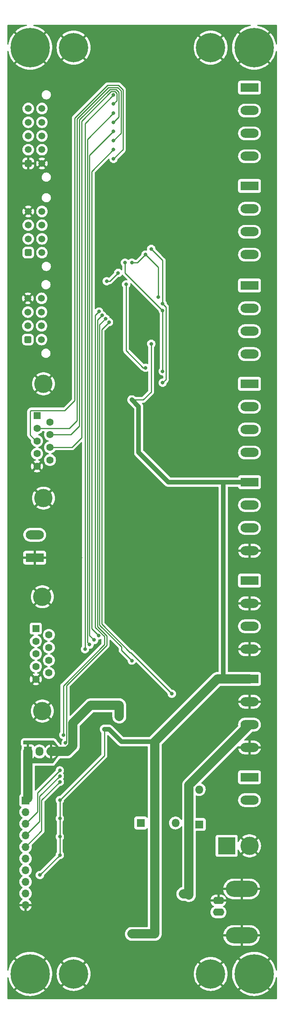
<source format=gbr>
%TF.GenerationSoftware,KiCad,Pcbnew,(6.0.0)*%
%TF.CreationDate,2022-04-21T19:53:10+02:00*%
%TF.ProjectId,KallebolFanoutBoard,4b616c6c-6562-46f6-9c46-616e6f757442,rev?*%
%TF.SameCoordinates,Original*%
%TF.FileFunction,Copper,L2,Bot*%
%TF.FilePolarity,Positive*%
%FSLAX46Y46*%
G04 Gerber Fmt 4.6, Leading zero omitted, Abs format (unit mm)*
G04 Created by KiCad (PCBNEW (6.0.0)) date 2022-04-21 19:53:10*
%MOMM*%
%LPD*%
G01*
G04 APERTURE LIST*
G04 Aperture macros list*
%AMRoundRect*
0 Rectangle with rounded corners*
0 $1 Rounding radius*
0 $2 $3 $4 $5 $6 $7 $8 $9 X,Y pos of 4 corners*
0 Add a 4 corners polygon primitive as box body*
4,1,4,$2,$3,$4,$5,$6,$7,$8,$9,$2,$3,0*
0 Add four circle primitives for the rounded corners*
1,1,$1+$1,$2,$3*
1,1,$1+$1,$4,$5*
1,1,$1+$1,$6,$7*
1,1,$1+$1,$8,$9*
0 Add four rect primitives between the rounded corners*
20,1,$1+$1,$2,$3,$4,$5,0*
20,1,$1+$1,$4,$5,$6,$7,0*
20,1,$1+$1,$6,$7,$8,$9,0*
20,1,$1+$1,$8,$9,$2,$3,0*%
G04 Aperture macros list end*
%TA.AperFunction,ComponentPad*%
%ADD10R,3.960000X1.980000*%
%TD*%
%TA.AperFunction,ComponentPad*%
%ADD11O,3.960000X1.980000*%
%TD*%
%TA.AperFunction,ComponentPad*%
%ADD12C,0.800000*%
%TD*%
%TA.AperFunction,ComponentPad*%
%ADD13C,6.400000*%
%TD*%
%TA.AperFunction,ComponentPad*%
%ADD14RoundRect,0.250001X0.499999X-0.499999X0.499999X0.499999X-0.499999X0.499999X-0.499999X-0.499999X0*%
%TD*%
%TA.AperFunction,ComponentPad*%
%ADD15C,1.500000*%
%TD*%
%TA.AperFunction,ComponentPad*%
%ADD16O,2.500000X1.600000*%
%TD*%
%TA.AperFunction,ComponentPad*%
%ADD17O,7.000000X3.500000*%
%TD*%
%TA.AperFunction,ComponentPad*%
%ADD18C,4.000000*%
%TD*%
%TA.AperFunction,ComponentPad*%
%ADD19R,1.600000X1.600000*%
%TD*%
%TA.AperFunction,ComponentPad*%
%ADD20C,1.600000*%
%TD*%
%TA.AperFunction,ComponentPad*%
%ADD21R,1.700000X1.700000*%
%TD*%
%TA.AperFunction,ComponentPad*%
%ADD22O,1.700000X1.700000*%
%TD*%
%TA.AperFunction,ComponentPad*%
%ADD23C,0.900000*%
%TD*%
%TA.AperFunction,ComponentPad*%
%ADD24C,8.600000*%
%TD*%
%TA.AperFunction,ComponentPad*%
%ADD25R,1.800000X1.800000*%
%TD*%
%TA.AperFunction,ComponentPad*%
%ADD26O,1.800000X1.800000*%
%TD*%
%TA.AperFunction,ComponentPad*%
%ADD27R,1.730000X2.030000*%
%TD*%
%TA.AperFunction,ComponentPad*%
%ADD28O,1.730000X2.030000*%
%TD*%
%TA.AperFunction,ComponentPad*%
%ADD29R,3.800000X3.800000*%
%TD*%
%TA.AperFunction,ViaPad*%
%ADD30C,0.800000*%
%TD*%
%TA.AperFunction,Conductor*%
%ADD31C,2.000000*%
%TD*%
%TA.AperFunction,Conductor*%
%ADD32C,0.250000*%
%TD*%
%TA.AperFunction,Conductor*%
%ADD33C,1.000000*%
%TD*%
G04 APERTURE END LIST*
D10*
%TO.P,J4,1,Pin_1*%
%TO.N,GND*%
X89250000Y-142000000D03*
D11*
%TO.P,J4,2,Pin_2*%
%TO.N,+12V*%
X89250000Y-137000000D03*
%TD*%
D10*
%TO.P,J15,1,Pin_1*%
%TO.N,/IO_04*%
X136250000Y-39240000D03*
D11*
%TO.P,J15,2,Pin_2*%
%TO.N,/IO_05*%
X136250000Y-44240000D03*
%TO.P,J15,3,Pin_3*%
%TO.N,/IO_06*%
X136250000Y-49240000D03*
%TO.P,J15,4,Pin_4*%
%TO.N,/IO_07*%
X136250000Y-54240000D03*
%TD*%
D10*
%TO.P,J16,1,Pin_1*%
%TO.N,/IO_13*%
X136250000Y-82490000D03*
D11*
%TO.P,J16,2,Pin_2*%
%TO.N,/IO_12*%
X136250000Y-87490000D03*
%TO.P,J16,3,Pin_3*%
%TO.N,/IO_11*%
X136250000Y-92490000D03*
%TO.P,J16,4,Pin_4*%
%TO.N,/IO_10*%
X136250000Y-97490000D03*
%TD*%
D12*
%TO.P,H6,1,1*%
%TO.N,GND*%
X96052944Y-231302944D03*
X97750000Y-230600000D03*
D13*
X97750000Y-233000000D03*
D12*
X96052944Y-234697056D03*
X97750000Y-235400000D03*
X99447056Y-234697056D03*
X99447056Y-231302944D03*
X95350000Y-233000000D03*
X100150000Y-233000000D03*
%TD*%
D14*
%TO.P,J1,1,Pin_1*%
%TO.N,/GPIO1A*%
X87750000Y-94312647D03*
D15*
%TO.P,J1,2,Pin_2*%
%TO.N,/GPIO1B*%
X87750000Y-91312647D03*
%TO.P,J1,3,Pin_3*%
%TO.N,unconnected-(J1-Pad3)*%
X87750000Y-88312647D03*
%TO.P,J1,4,Pin_4*%
%TO.N,GND*%
X87750000Y-85312647D03*
%TO.P,J1,5,Pin_5*%
%TO.N,/GPIO1C*%
X90750000Y-94312647D03*
%TO.P,J1,6,Pin_6*%
%TO.N,/GPIO1D*%
X90750000Y-91312647D03*
%TO.P,J1,7,Pin_7*%
%TO.N,unconnected-(J1-Pad7)*%
X90750000Y-88312647D03*
%TO.P,J1,8,Pin_8*%
%TO.N,unconnected-(J1-Pad8)*%
X90750000Y-85312647D03*
%TD*%
D12*
%TO.P,H7,1,1*%
%TO.N,GND*%
X125350000Y-233000000D03*
X130150000Y-233000000D03*
X127750000Y-235400000D03*
D13*
X127750000Y-233000000D03*
D12*
X127750000Y-230600000D03*
X129447056Y-231302944D03*
X129447056Y-234697056D03*
X126052944Y-234697056D03*
X126052944Y-231302944D03*
%TD*%
%TO.P,H5,1,1*%
%TO.N,GND*%
X129447056Y-28802944D03*
D13*
X127750000Y-30500000D03*
D12*
X129447056Y-32197056D03*
X125350000Y-30500000D03*
X127750000Y-28100000D03*
X130150000Y-30500000D03*
X126052944Y-28802944D03*
X127750000Y-32900000D03*
X126052944Y-32197056D03*
%TD*%
D16*
%TO.P,J7,1,In*%
%TO.N,Net-(J7-Pad1)*%
X129450000Y-219500000D03*
%TO.P,J7,2,Ext*%
%TO.N,GND*%
X129450000Y-216960000D03*
D17*
X134530000Y-214420000D03*
X134530000Y-224580000D03*
%TD*%
D14*
%TO.P,J2,1,Pin_1*%
%TO.N,/GPIO2A*%
X87835000Y-75312647D03*
D15*
%TO.P,J2,2,Pin_2*%
%TO.N,/GPIO2B*%
X87835000Y-72312647D03*
%TO.P,J2,3,Pin_3*%
%TO.N,unconnected-(J2-Pad3)*%
X87835000Y-69312647D03*
%TO.P,J2,4,Pin_4*%
%TO.N,GND*%
X87835000Y-66312647D03*
%TO.P,J2,5,Pin_5*%
%TO.N,/GPIO2C*%
X90835000Y-75312647D03*
%TO.P,J2,6,Pin_6*%
%TO.N,/GPIO2D*%
X90835000Y-72312647D03*
%TO.P,J2,7,Pin_7*%
%TO.N,unconnected-(J2-Pad7)*%
X90835000Y-69312647D03*
%TO.P,J2,8,Pin_8*%
%TO.N,unconnected-(J2-Pad8)*%
X90835000Y-66312647D03*
%TD*%
D18*
%TO.P,J5,0,PAD*%
%TO.N,GND*%
X90920000Y-150540000D03*
X90920000Y-175540000D03*
D19*
%TO.P,J5,1,1*%
%TO.N,unconnected-(J5-Pad1)*%
X89500000Y-157500000D03*
D20*
%TO.P,J5,2,2*%
%TO.N,/1A_RXD*%
X89500000Y-160270000D03*
%TO.P,J5,3,3*%
%TO.N,/1A_TXD*%
X89500000Y-163040000D03*
%TO.P,J5,4,4*%
%TO.N,unconnected-(J5-Pad4)*%
X89500000Y-165810000D03*
%TO.P,J5,5,5*%
%TO.N,GND*%
X89500000Y-168580000D03*
%TO.P,J5,6,6*%
%TO.N,unconnected-(J5-Pad6)*%
X92340000Y-158885000D03*
%TO.P,J5,7,7*%
%TO.N,/1A_RTS*%
X92340000Y-161655000D03*
%TO.P,J5,8,8*%
%TO.N,/1A_CTS*%
X92340000Y-164425000D03*
%TO.P,J5,9,9*%
%TO.N,unconnected-(J5-Pad9)*%
X92340000Y-167195000D03*
%TD*%
D10*
%TO.P,J14,1,Pin_1*%
%TO.N,+3V3*%
X136250000Y-168500000D03*
D11*
%TO.P,J14,2,Pin_2*%
%TO.N,GND*%
X136250000Y-173500000D03*
%TO.P,J14,3,Pin_3*%
%TO.N,+5V*%
X136250000Y-178500000D03*
%TO.P,J14,4,Pin_4*%
%TO.N,GND*%
X136250000Y-183500000D03*
%TD*%
D10*
%TO.P,J12,1,Pin_1*%
%TO.N,/P12V_INPUT*%
X136250000Y-190000000D03*
D11*
%TO.P,J12,2,Pin_2*%
%TO.N,/P12V_RETURN*%
X136250000Y-195000000D03*
%TD*%
D21*
%TO.P,J10,1,Pin_1*%
%TO.N,+12V*%
X87250000Y-195075000D03*
D22*
%TO.P,J10,2,Pin_2*%
%TO.N,/Port1*%
X87250000Y-197615000D03*
%TO.P,J10,3,Pin_3*%
%TO.N,/Port2*%
X87250000Y-200155000D03*
%TO.P,J10,4,Pin_4*%
%TO.N,/Port3*%
X87250000Y-202695000D03*
%TO.P,J10,5,Pin_5*%
%TO.N,/Port4*%
X87250000Y-205235000D03*
%TO.P,J10,6,Pin_6*%
%TO.N,unconnected-(J10-Pad6)*%
X87250000Y-207775000D03*
%TO.P,J10,7,Pin_7*%
%TO.N,unconnected-(J10-Pad7)*%
X87250000Y-210315000D03*
%TO.P,J10,8,Pin_8*%
%TO.N,unconnected-(J10-Pad8)*%
X87250000Y-212855000D03*
%TO.P,J10,9,Pin_9*%
%TO.N,unconnected-(J10-Pad9)*%
X87250000Y-215395000D03*
%TO.P,J10,10,Pin_10*%
%TO.N,GND*%
X87250000Y-217935000D03*
%TD*%
D23*
%TO.P,H1,1,1*%
%TO.N,GND*%
X91475000Y-233000000D03*
X85025000Y-233000000D03*
D24*
X88250000Y-233000000D03*
D23*
X90530419Y-230719581D03*
X88250000Y-236225000D03*
X90530419Y-235280419D03*
X85969581Y-230719581D03*
X88250000Y-229775000D03*
X85969581Y-235280419D03*
%TD*%
%TO.P,H2,1,1*%
%TO.N,GND*%
X134025000Y-233000000D03*
X137250000Y-229775000D03*
X139530419Y-235280419D03*
X139530419Y-230719581D03*
D24*
X137250000Y-233000000D03*
D23*
X134969581Y-230719581D03*
X137250000Y-236225000D03*
X140475000Y-233000000D03*
X134969581Y-235280419D03*
%TD*%
%TO.P,H3,1,1*%
%TO.N,GND*%
X90530419Y-32780419D03*
X85969581Y-32780419D03*
X91475000Y-30500000D03*
X85969581Y-28219581D03*
X90530419Y-28219581D03*
X88250000Y-33725000D03*
X85025000Y-30500000D03*
D24*
X88250000Y-30500000D03*
D23*
X88250000Y-27275000D03*
%TD*%
D10*
%TO.P,J13,1,Pin_1*%
%TO.N,/PTT*%
X136250000Y-104000000D03*
D11*
%TO.P,J13,2,Pin_2*%
%TO.N,/UART_RX*%
X136250000Y-109000000D03*
%TO.P,J13,3,Pin_3*%
%TO.N,/GPIO_1C*%
X136250000Y-114000000D03*
%TO.P,J13,4,Pin_4*%
%TO.N,/UART_TX*%
X136250000Y-119000000D03*
%TD*%
D18*
%TO.P,J6,0,PAD*%
%TO.N,GND*%
X91170000Y-128990000D03*
X91170000Y-103990000D03*
D19*
%TO.P,J6,1,1*%
%TO.N,unconnected-(J6-Pad1)*%
X89750000Y-110950000D03*
D20*
%TO.P,J6,2,2*%
%TO.N,/1B_RXD*%
X89750000Y-113720000D03*
%TO.P,J6,3,3*%
%TO.N,/1B_TXD*%
X89750000Y-116490000D03*
%TO.P,J6,4,4*%
%TO.N,unconnected-(J6-Pad4)*%
X89750000Y-119260000D03*
%TO.P,J6,5,5*%
%TO.N,GND*%
X89750000Y-122030000D03*
%TO.P,J6,6,6*%
%TO.N,unconnected-(J6-Pad6)*%
X92590000Y-112335000D03*
%TO.P,J6,7,7*%
%TO.N,/1B_RTS*%
X92590000Y-115105000D03*
%TO.P,J6,8,8*%
%TO.N,/1B_CTS*%
X92590000Y-117875000D03*
%TO.P,J6,9,9*%
%TO.N,unconnected-(J6-Pad9)*%
X92590000Y-120645000D03*
%TD*%
D25*
%TO.P,D1,1,K*%
%TO.N,+12V*%
X112440000Y-200000000D03*
D26*
%TO.P,D1,2,A*%
%TO.N,Net-(D1-Pad2)*%
X120060000Y-200000000D03*
%TD*%
D12*
%TO.P,H8,1,1*%
%TO.N,GND*%
X95350000Y-30500000D03*
X97750000Y-32900000D03*
X99447056Y-32197056D03*
X97750000Y-28100000D03*
D13*
X97750000Y-30500000D03*
D12*
X99447056Y-28802944D03*
X100150000Y-30500000D03*
X96052944Y-32197056D03*
X96052944Y-28802944D03*
%TD*%
D23*
%TO.P,H4,1,1*%
%TO.N,GND*%
X139530419Y-28219581D03*
X140475000Y-30500000D03*
D24*
X137250000Y-30500000D03*
D23*
X137250000Y-33725000D03*
X137250000Y-27275000D03*
X139530419Y-32780419D03*
X134969581Y-32780419D03*
X134025000Y-30500000D03*
X134969581Y-28219581D03*
%TD*%
D25*
%TO.P,D2,1,A1*%
%TO.N,/P12V_RETURN*%
X125250000Y-200310000D03*
D26*
%TO.P,D2,2,A2*%
%TO.N,/P12V_INPUT*%
X125250000Y-192690000D03*
%TD*%
D10*
%TO.P,J17,1,Pin_1*%
%TO.N,/IO_17*%
X136250000Y-60740000D03*
D11*
%TO.P,J17,2,Pin_2*%
%TO.N,/IO_16*%
X136250000Y-65740000D03*
%TO.P,J17,3,Pin_3*%
%TO.N,/IO_15*%
X136250000Y-70740000D03*
%TO.P,J17,4,Pin_4*%
%TO.N,/IO_14*%
X136250000Y-75740000D03*
%TD*%
D10*
%TO.P,J11,1,Pin_1*%
%TO.N,/1_3GHZ_LNA_12V*%
X136250000Y-147000000D03*
D11*
%TO.P,J11,2,Pin_2*%
%TO.N,GND*%
X136250000Y-152000000D03*
%TO.P,J11,3,Pin_3*%
%TO.N,/10_5GHz_LNB_12V*%
X136250000Y-157000000D03*
%TO.P,J11,4,Pin_4*%
%TO.N,GND*%
X136250000Y-162000000D03*
%TD*%
D14*
%TO.P,J3,1,Pin_1*%
%TO.N,GND*%
X87835000Y-55812647D03*
D15*
%TO.P,J3,2,Pin_2*%
%TO.N,/SERIAL1A_TXD*%
X87835000Y-52812647D03*
%TO.P,J3,3,Pin_3*%
%TO.N,/SERIAL1A_RXD*%
X87835000Y-49812647D03*
%TO.P,J3,4,Pin_4*%
%TO.N,/SERIAL1A_RTS*%
X87835000Y-46812647D03*
%TO.P,J3,5,Pin_5*%
%TO.N,/SERIAL1A_CTS*%
X87835000Y-43812647D03*
%TO.P,J3,6,Pin_6*%
%TO.N,GND*%
X90835000Y-55812647D03*
%TO.P,J3,7,Pin_7*%
%TO.N,/SERIAL1B_TXD*%
X90835000Y-52812647D03*
%TO.P,J3,8,Pin_8*%
%TO.N,/SERIAL1B_RXD*%
X90835000Y-49812647D03*
%TO.P,J3,9,Pin_9*%
%TO.N,/SERIAL1B_RTS*%
X90835000Y-46812647D03*
%TO.P,J3,10,Pin_10*%
%TO.N,/SERIAL1B_CTS*%
X90835000Y-43812647D03*
%TD*%
D27*
%TO.P,J8,1,Pin_1*%
%TO.N,+12V*%
X87750000Y-184375000D03*
D28*
%TO.P,J8,2,Pin_2*%
%TO.N,unconnected-(J8-Pad2)*%
X90290000Y-184375000D03*
%TO.P,J8,3,Pin_3*%
%TO.N,+12V*%
X92830000Y-184375000D03*
%TD*%
D29*
%TO.P,J9,1,Pin_1*%
%TO.N,/P12V_RETURN*%
X131250000Y-205000000D03*
D18*
%TO.P,J9,2,Pin_2*%
%TO.N,GND*%
X136250000Y-205000000D03*
%TD*%
D10*
%TO.P,J18,1,Pin_1*%
%TO.N,+3V3*%
X136250000Y-125490000D03*
D11*
%TO.P,J18,2,Pin_2*%
%TO.N,/SCL*%
X136250000Y-130490000D03*
%TO.P,J18,3,Pin_3*%
%TO.N,/SDA*%
X136250000Y-135490000D03*
%TO.P,J18,4,Pin_4*%
%TO.N,GND*%
X136250000Y-140490000D03*
%TD*%
D30*
%TO.N,+12V*%
X107750000Y-174250000D03*
X107750000Y-176750000D03*
X107750000Y-175500000D03*
%TO.N,GND*%
X141200000Y-60700000D03*
X141200000Y-225800000D03*
X141200000Y-88640000D03*
X83950000Y-83310000D03*
X83950000Y-223010000D03*
X83950000Y-182370000D03*
X133250000Y-26250000D03*
X141200000Y-91180000D03*
X127750000Y-173000000D03*
X141200000Y-83560000D03*
X118400000Y-237500000D03*
X103250000Y-81750000D03*
X141200000Y-111500000D03*
X108240000Y-237500000D03*
X141200000Y-58160000D03*
X141200000Y-116580000D03*
X141200000Y-210560000D03*
X141200000Y-93720000D03*
X141200000Y-134360000D03*
X132250000Y-139330000D03*
X141200000Y-50540000D03*
X141200000Y-195320000D03*
X108500000Y-106250000D03*
X141200000Y-205480000D03*
X83950000Y-93470000D03*
X141200000Y-124200000D03*
X110750000Y-170250000D03*
X141200000Y-169920000D03*
X98300000Y-196950000D03*
X128170000Y-26250000D03*
X125630000Y-26250000D03*
X113812647Y-46750000D03*
X83950000Y-197610000D03*
X83950000Y-90930000D03*
X83950000Y-141730000D03*
X132250000Y-141870000D03*
X83950000Y-96010000D03*
X83950000Y-164590000D03*
X141200000Y-106420000D03*
X141200000Y-55620000D03*
X83950000Y-154430000D03*
X141200000Y-103880000D03*
X98300000Y-199450000D03*
X83950000Y-78230000D03*
X118000000Y-206250000D03*
X122500000Y-221750000D03*
X83950000Y-144270000D03*
X83950000Y-174750000D03*
X117000000Y-106250000D03*
X83950000Y-146810000D03*
X141200000Y-114040000D03*
X127750000Y-166750000D03*
X141200000Y-190240000D03*
X141200000Y-197860000D03*
X107850000Y-26250000D03*
X141200000Y-154680000D03*
X84000000Y-228500000D03*
X141200000Y-223260000D03*
X110750000Y-83750000D03*
X83950000Y-167130000D03*
X105310000Y-26250000D03*
X83950000Y-195070000D03*
X141200000Y-180080000D03*
X141200000Y-48000000D03*
X83950000Y-101090000D03*
X83950000Y-103630000D03*
X121500000Y-170750000D03*
X83950000Y-205230000D03*
X83950000Y-60450000D03*
X98275000Y-215975000D03*
X83950000Y-192530000D03*
X83950000Y-126490000D03*
X120550000Y-26250000D03*
X141200000Y-131820000D03*
X105250000Y-152750000D03*
X105250000Y-172000000D03*
X141200000Y-213100000D03*
X141200000Y-215640000D03*
X141200000Y-40380000D03*
X141200000Y-121660000D03*
X83950000Y-65530000D03*
X83950000Y-151890000D03*
X133640000Y-237500000D03*
X141200000Y-139440000D03*
X83950000Y-149350000D03*
X98275000Y-206225000D03*
X141200000Y-37840000D03*
X141200000Y-218180000D03*
X98275000Y-208975000D03*
X83950000Y-169670000D03*
X141200000Y-96260000D03*
X97690000Y-26250000D03*
X111000000Y-145750000D03*
X141200000Y-192780000D03*
X83950000Y-70610000D03*
X141200000Y-149600000D03*
X141200000Y-70860000D03*
X83950000Y-131570000D03*
X98275000Y-225475000D03*
X83950000Y-189990000D03*
X90000000Y-190500000D03*
X141200000Y-157220000D03*
X141200000Y-182620000D03*
X100000000Y-163750000D03*
X93000000Y-216750000D03*
X111250000Y-151250000D03*
X83950000Y-156970000D03*
X99250000Y-142000000D03*
X141200000Y-167380000D03*
X127800000Y-198800000D03*
X83950000Y-210310000D03*
X141200000Y-45460000D03*
X83950000Y-50290000D03*
X141200000Y-129280000D03*
X98275000Y-218475000D03*
X96500000Y-99250000D03*
X124000000Y-154250000D03*
X83950000Y-113790000D03*
X83950000Y-106170000D03*
X113812647Y-51000000D03*
X141200000Y-141980000D03*
X83950000Y-37590000D03*
X113812647Y-49000000D03*
X83950000Y-55370000D03*
X141200000Y-144520000D03*
X83950000Y-85850000D03*
X103160000Y-237500000D03*
X83950000Y-108710000D03*
X141200000Y-35300000D03*
X83950000Y-139190000D03*
X141200000Y-220720000D03*
X83950000Y-123950000D03*
X95540000Y-237500000D03*
X83950000Y-179830000D03*
X83950000Y-98550000D03*
X141200000Y-187700000D03*
X83950000Y-220470000D03*
X141200000Y-68320000D03*
X112750000Y-184250000D03*
X141200000Y-172460000D03*
X83950000Y-73150000D03*
X83950000Y-45210000D03*
X100230000Y-26250000D03*
X93000000Y-237500000D03*
X141200000Y-177540000D03*
X100620000Y-237500000D03*
X109000000Y-215500000D03*
X141200000Y-108960000D03*
X141200000Y-81020000D03*
X126020000Y-237500000D03*
X83950000Y-202690000D03*
X132250000Y-134250000D03*
X89750000Y-210000000D03*
X141200000Y-208020000D03*
X141200000Y-202940000D03*
X118010000Y-26250000D03*
X141200000Y-175000000D03*
X130710000Y-26250000D03*
X105000000Y-163250000D03*
X141200000Y-162300000D03*
X83950000Y-177290000D03*
X124500000Y-176750000D03*
X141200000Y-78480000D03*
X107500000Y-82000000D03*
X113750000Y-108750000D03*
X95150000Y-26250000D03*
X131100000Y-237500000D03*
X105700000Y-237500000D03*
X141200000Y-126740000D03*
X83950000Y-57910000D03*
X141200000Y-101340000D03*
X127500000Y-154250000D03*
X83950000Y-172210000D03*
X113750000Y-44812647D03*
X141200000Y-65780000D03*
X83950000Y-212850000D03*
X118250000Y-185750000D03*
X119000000Y-159500000D03*
X83950000Y-42670000D03*
X115860000Y-237500000D03*
X125750000Y-213500000D03*
X110390000Y-26250000D03*
X105500000Y-176750000D03*
X119000000Y-219500000D03*
X83950000Y-159510000D03*
X83950000Y-129030000D03*
X83950000Y-75690000D03*
X141200000Y-200400000D03*
X141200000Y-185160000D03*
X141200000Y-63240000D03*
X141200000Y-53080000D03*
X141200000Y-75940000D03*
X113320000Y-237500000D03*
X141200000Y-136900000D03*
X83950000Y-225550000D03*
X83950000Y-68070000D03*
X83950000Y-80770000D03*
X83950000Y-207770000D03*
X132250000Y-136790000D03*
X108250000Y-223750000D03*
X141200000Y-147060000D03*
X83950000Y-111250000D03*
X120500000Y-154000000D03*
X141200000Y-119120000D03*
X141200000Y-164840000D03*
X125200000Y-205000000D03*
X92610000Y-26250000D03*
X90000000Y-214750000D03*
X120000000Y-174750000D03*
X83950000Y-217930000D03*
X83950000Y-215390000D03*
X105000000Y-86750000D03*
X98080000Y-237500000D03*
X141200000Y-86100000D03*
X83950000Y-162050000D03*
X98500000Y-188250000D03*
X83950000Y-184910000D03*
X127750000Y-164000000D03*
X122250000Y-227750000D03*
X83950000Y-136650000D03*
X141200000Y-152140000D03*
X102770000Y-26250000D03*
X105500000Y-103250000D03*
X123090000Y-26250000D03*
X141200000Y-159760000D03*
X83950000Y-52830000D03*
X115750000Y-165500000D03*
X83950000Y-116330000D03*
X141200000Y-42920000D03*
X110500000Y-180500000D03*
X128560000Y-237500000D03*
X83950000Y-47750000D03*
X83950000Y-121410000D03*
X123480000Y-237500000D03*
X141200000Y-73400000D03*
X141250000Y-228750000D03*
X83950000Y-200150000D03*
X83950000Y-134110000D03*
X112930000Y-26250000D03*
X118750000Y-162500000D03*
X141200000Y-98800000D03*
X83950000Y-40130000D03*
X109000000Y-209500000D03*
X105250000Y-156250000D03*
X83950000Y-187450000D03*
X107250000Y-92250000D03*
X83950000Y-88390000D03*
X115470000Y-26250000D03*
X83950000Y-62990000D03*
X83950000Y-35050000D03*
X120940000Y-237500000D03*
X110780000Y-237500000D03*
X83950000Y-118870000D03*
%TO.N,+5V*%
X121750000Y-215500000D03*
X123000000Y-215750000D03*
%TO.N,+3V3*%
X113500000Y-224250000D03*
X110500000Y-77500000D03*
X112500000Y-224250000D03*
X107500000Y-79750000D03*
X114750000Y-95250000D03*
X94750000Y-203000000D03*
X105000000Y-81562647D03*
X94750000Y-207000000D03*
X110500000Y-224250000D03*
X94750000Y-199000000D03*
X113500000Y-75750000D03*
X110500000Y-107500000D03*
X104500000Y-179500000D03*
X115500000Y-224250000D03*
X90375000Y-211375000D03*
X116250000Y-85000000D03*
X94750000Y-195000000D03*
X114500000Y-224250000D03*
X111500000Y-224250000D03*
%TO.N,/1A_RXD*%
X102250000Y-160000000D03*
X106500000Y-48812647D03*
%TO.N,/1A_TXD*%
X103250000Y-159000000D03*
X106500000Y-52812647D03*
%TO.N,/1A_RTS*%
X101250000Y-161000000D03*
X106500000Y-44812647D03*
%TO.N,/1A_CTS*%
X100250000Y-162000000D03*
X106500000Y-40812647D03*
%TO.N,/1B_RXD*%
X106500000Y-50812647D03*
%TO.N,/1B_TXD*%
X106500000Y-54812647D03*
%TO.N,/1B_RTS*%
X106500000Y-46812647D03*
%TO.N,/1B_CTS*%
X106500000Y-42812647D03*
%TO.N,/Port2*%
X94750000Y-188500000D03*
%TO.N,/Port3*%
X94750000Y-189750000D03*
%TO.N,/Port4*%
X94750000Y-191000000D03*
%TO.N,/SDA*%
X114750000Y-74500000D03*
X117250000Y-86500000D03*
X117250000Y-103750000D03*
%TO.N,/SCL*%
X117250000Y-101250000D03*
X109000000Y-77500000D03*
X117250000Y-88000000D03*
%TO.N,/TEMP_IRQ*%
X109250000Y-82250000D03*
X113500000Y-100500000D03*
%TO.N,/1_3GHZ_LNA_EN*%
X110500000Y-164500000D03*
X104750000Y-89750000D03*
%TO.N,/10_5GHZ_LNB_EN*%
X105500000Y-90500000D03*
X119250000Y-171750000D03*
%TO.N,/MUX_A0*%
X95500000Y-180750000D03*
X103312353Y-88187647D03*
%TO.N,/MUX_A1*%
X96000000Y-182500000D03*
X104000000Y-89000000D03*
%TD*%
D31*
%TO.N,+12V*%
X97599511Y-178150489D02*
X97599511Y-183162540D01*
D32*
X87750000Y-194575000D02*
X87250000Y-195075000D01*
D31*
X107750000Y-174250000D02*
X101500000Y-174250000D01*
X87750000Y-184375000D02*
X87750000Y-194575000D01*
X107750000Y-176750000D02*
X107750000Y-174250000D01*
X101500000Y-174250000D02*
X97599511Y-178150489D01*
X96387051Y-184375000D02*
X92830000Y-184375000D01*
X97599511Y-183162540D02*
X96387051Y-184375000D01*
%TO.N,+5V*%
X123000000Y-191750000D02*
X136250000Y-178500000D01*
D32*
X122750000Y-215500000D02*
X123000000Y-215750000D01*
D31*
X121750000Y-215500000D02*
X122750000Y-215500000D01*
X123000000Y-215750000D02*
X123000000Y-191750000D01*
D32*
%TO.N,+3V3*%
X94750000Y-207000000D02*
X90375000Y-211375000D01*
X113000000Y-107500000D02*
X110500000Y-107500000D01*
D31*
X115500000Y-224250000D02*
X110500000Y-224250000D01*
D32*
X94750000Y-207000000D02*
X94750000Y-203000000D01*
D33*
X112000000Y-109000000D02*
X110500000Y-107500000D01*
D32*
X104500000Y-185250000D02*
X94750000Y-195000000D01*
X94750000Y-199000000D02*
X94750000Y-203000000D01*
X110500000Y-77500000D02*
X111750000Y-77500000D01*
D33*
X108250000Y-182250000D02*
X105500000Y-179500000D01*
D32*
X104500000Y-179500000D02*
X104500000Y-185250000D01*
D33*
X112000480Y-119000480D02*
X112000480Y-109000480D01*
D32*
X105687353Y-81562647D02*
X107500000Y-79750000D01*
D31*
X118750000Y-179000000D02*
X115500000Y-182250000D01*
D32*
X114750000Y-95250000D02*
X114750000Y-105750000D01*
D33*
X115500000Y-182250000D02*
X108250000Y-182250000D01*
X130240000Y-125490000D02*
X118490000Y-125490000D01*
X130500000Y-125750000D02*
X130240000Y-125490000D01*
D31*
X118750000Y-179000000D02*
X129250000Y-168500000D01*
D32*
X113500000Y-75750000D02*
X116250000Y-78500000D01*
X94750000Y-195000000D02*
X94750000Y-199000000D01*
X111750000Y-77500000D02*
X113500000Y-75750000D01*
D33*
X112000480Y-109000480D02*
X110500000Y-107500000D01*
D31*
X115500000Y-182250000D02*
X115500000Y-224250000D01*
D33*
X130500000Y-168000000D02*
X130500000Y-125750000D01*
D31*
X129250000Y-168500000D02*
X136250000Y-168500000D01*
D33*
X130240000Y-125490000D02*
X136250000Y-125490000D01*
D32*
X105000000Y-81562647D02*
X105687353Y-81562647D01*
X114750000Y-105750000D02*
X113000000Y-107500000D01*
X116250000Y-78500000D02*
X116250000Y-85000000D01*
D33*
X118490000Y-125490000D02*
X112000480Y-119000480D01*
X105500000Y-179500000D02*
X104500000Y-179500000D01*
D32*
%TO.N,/1A_RXD*%
X101250000Y-159000000D02*
X101250000Y-54062647D01*
X102250000Y-160000000D02*
X101250000Y-159000000D01*
X101250000Y-54062647D02*
X106500000Y-48812647D01*
%TO.N,/1A_TXD*%
X101750000Y-57562647D02*
X106500000Y-52812647D01*
X101750000Y-157500000D02*
X101750000Y-57562647D01*
X103250000Y-159000000D02*
X101750000Y-157500000D01*
%TO.N,/1A_RTS*%
X100750000Y-160500000D02*
X100750000Y-50562647D01*
X101250000Y-161000000D02*
X100750000Y-160500000D01*
X100750000Y-50562647D02*
X106500000Y-44812647D01*
%TO.N,/1A_CTS*%
X100250000Y-162000000D02*
X100250000Y-47062647D01*
X100250000Y-47062647D02*
X106500000Y-40812647D01*
%TO.N,/1B_RXD*%
X105373551Y-39189096D02*
X98500000Y-46062647D01*
X106500000Y-50812647D02*
X108123551Y-49189096D01*
X108123551Y-39936198D02*
X107376449Y-39189096D01*
X98500000Y-46062647D02*
X98500000Y-112000000D01*
X96780000Y-113720000D02*
X89559669Y-113720000D01*
X98500000Y-112000000D02*
X96780000Y-113720000D01*
X107376449Y-39189096D02*
X105373551Y-39189096D01*
X108123551Y-49189096D02*
X108123551Y-39936198D01*
%TO.N,/1B_TXD*%
X108573071Y-39750000D02*
X108036536Y-39213464D01*
X88250000Y-110010647D02*
X88250000Y-115180331D01*
X107562646Y-38739576D02*
X105187354Y-38739576D01*
X105187354Y-38739576D02*
X98000000Y-45926930D01*
X108573071Y-52739576D02*
X108573071Y-39750000D01*
X88435158Y-109825489D02*
X95825489Y-109825489D01*
X98000000Y-107650978D02*
X95825489Y-109825489D01*
X108036536Y-39213464D02*
X107562646Y-38739576D01*
X106500000Y-54812647D02*
X108573071Y-52739576D01*
X98000000Y-45926930D02*
X98000000Y-107650978D01*
X88435158Y-109825489D02*
X88250000Y-110010647D01*
X88250000Y-115180331D02*
X89559669Y-116490000D01*
%TO.N,/1B_RTS*%
X107674031Y-40236678D02*
X107674031Y-45638616D01*
X105674031Y-39638616D02*
X107075969Y-39638616D01*
X92399669Y-115105000D02*
X97145000Y-115105000D01*
X99050480Y-46262167D02*
X105674031Y-39638616D01*
X99050480Y-113199520D02*
X99050480Y-46262167D01*
X97145000Y-115105000D02*
X99050480Y-113199520D01*
X107674031Y-45638616D02*
X106500000Y-46812647D01*
X107075969Y-39638616D02*
X107674031Y-40236678D01*
%TO.N,/1B_CTS*%
X97375000Y-117875000D02*
X99500000Y-115750000D01*
X99500000Y-46562647D02*
X105974511Y-40088136D01*
X107224511Y-40512544D02*
X107224511Y-42088136D01*
X105974511Y-40088136D02*
X106800103Y-40088136D01*
X106800103Y-40088136D02*
X107224511Y-40512544D01*
X92399669Y-117875000D02*
X97375000Y-117875000D01*
X99500000Y-115750000D02*
X99500000Y-46562647D01*
X107224511Y-42088136D02*
X106500000Y-42812647D01*
%TO.N,/Port2*%
X89845000Y-193405000D02*
X94750000Y-188500000D01*
X87250000Y-200155000D02*
X89845000Y-197560000D01*
X89845000Y-197560000D02*
X89845000Y-193405000D01*
%TO.N,/Port3*%
X90294520Y-194205480D02*
X94750000Y-189750000D01*
X87250000Y-202695000D02*
X90294520Y-199650480D01*
X90294520Y-199650480D02*
X90294520Y-194205480D01*
%TO.N,/Port4*%
X90744040Y-195005960D02*
X94750000Y-191000000D01*
X90744040Y-201740960D02*
X87250000Y-205235000D01*
X90744040Y-195505960D02*
X90744040Y-201740960D01*
X90744040Y-195505960D02*
X90744040Y-195005960D01*
%TO.N,/SDA*%
X117250000Y-86500000D02*
X117250000Y-77000000D01*
X117974511Y-103025489D02*
X117250000Y-103750000D01*
X117250000Y-86500000D02*
X117974511Y-87224511D01*
X117250000Y-77000000D02*
X114750000Y-74500000D01*
X117974511Y-87224511D02*
X117974511Y-103025489D01*
%TO.N,/SCL*%
X117250000Y-88000000D02*
X117250000Y-101250000D01*
X109000000Y-79750000D02*
X117250000Y-88000000D01*
X109000000Y-77500000D02*
X109000000Y-79750000D01*
%TO.N,/TEMP_IRQ*%
X113500000Y-100500000D02*
X113000000Y-100500000D01*
X109250000Y-96750000D02*
X109250000Y-82250000D01*
X113000000Y-100500000D02*
X109250000Y-96750000D01*
%TO.N,/1_3GHZ_LNA_EN*%
X108250000Y-161500000D02*
X108250000Y-162250000D01*
X103449520Y-156699520D02*
X108250000Y-161500000D01*
X103449520Y-91050480D02*
X103449520Y-92000000D01*
X108250000Y-162250000D02*
X110500000Y-164500000D01*
X104750000Y-89750000D02*
X103449520Y-91050480D01*
X103449520Y-91550480D02*
X103449520Y-156699520D01*
%TO.N,/10_5GHZ_LNB_EN*%
X103899040Y-92100960D02*
X103899040Y-156513322D01*
X110135718Y-162750000D02*
X110250000Y-162750000D01*
X105500000Y-90500000D02*
X103899040Y-92100960D01*
X110250000Y-162750000D02*
X119250000Y-171750000D01*
X103899040Y-156513322D02*
X110135718Y-162750000D01*
%TO.N,/MUX_A0*%
X102500000Y-89000000D02*
X102500000Y-157225386D01*
X103312353Y-88187647D02*
X102500000Y-89000000D01*
X102500000Y-157225386D02*
X104500000Y-159225386D01*
X104500000Y-161000000D02*
X95500000Y-170000000D01*
X95500000Y-170000000D02*
X95500000Y-180750000D01*
X104500000Y-159225386D02*
X104500000Y-161000000D01*
%TO.N,/MUX_A1*%
X103000000Y-90000000D02*
X103000000Y-157089668D01*
X104000000Y-89000000D02*
X103000000Y-90000000D01*
X96000000Y-182500000D02*
X96224511Y-182275489D01*
X96224511Y-182275489D02*
X96224511Y-169911207D01*
X96224511Y-169911207D02*
X96442859Y-169692859D01*
X103000000Y-157089668D02*
X105000000Y-159089668D01*
X105000000Y-161135718D02*
X96442859Y-169692859D01*
X105000000Y-159089668D02*
X105000000Y-161135718D01*
%TD*%
%TA.AperFunction,Conductor*%
%TO.N,+12V*%
G36*
X93503280Y-182020002D02*
G01*
X93537688Y-182052763D01*
X94402247Y-183263146D01*
X94726530Y-183717142D01*
X94750000Y-183790378D01*
X94750000Y-184958000D01*
X94729998Y-185026121D01*
X94724800Y-185033600D01*
X93287800Y-186949600D01*
X93230926Y-186992095D01*
X93187000Y-187000000D01*
X86876000Y-187000000D01*
X86807879Y-186979998D01*
X86761386Y-186926342D01*
X86750000Y-186874000D01*
X86750000Y-186024000D01*
X86770002Y-185955879D01*
X86823658Y-185909386D01*
X86876000Y-185898000D01*
X87477885Y-185898000D01*
X87493124Y-185893525D01*
X87494329Y-185892135D01*
X87496000Y-185884452D01*
X87496000Y-185879884D01*
X88004000Y-185879884D01*
X88008475Y-185895123D01*
X88009865Y-185896328D01*
X88017548Y-185897999D01*
X88659669Y-185897999D01*
X88666490Y-185897629D01*
X88717352Y-185892105D01*
X88732604Y-185888479D01*
X88853054Y-185843324D01*
X88868649Y-185834786D01*
X88970724Y-185758285D01*
X88983285Y-185745724D01*
X89059786Y-185643649D01*
X89068324Y-185628054D01*
X89103798Y-185533428D01*
X89146440Y-185476664D01*
X89213001Y-185451964D01*
X89282350Y-185467172D01*
X89312950Y-185490687D01*
X89372916Y-185553548D01*
X89372921Y-185553553D01*
X89376601Y-185557410D01*
X89563609Y-185696548D01*
X89568360Y-185698964D01*
X89568364Y-185698966D01*
X89660331Y-185745724D01*
X89771388Y-185802188D01*
X89993995Y-185871310D01*
X89999284Y-185872011D01*
X90219781Y-185901236D01*
X90219785Y-185901236D01*
X90225065Y-185901936D01*
X90230394Y-185901736D01*
X90230395Y-185901736D01*
X90325124Y-185898179D01*
X90457993Y-185893191D01*
X90686117Y-185845326D01*
X90691076Y-185843368D01*
X90691078Y-185843367D01*
X90802654Y-185799303D01*
X90902914Y-185759708D01*
X91012955Y-185692934D01*
X91097626Y-185641555D01*
X91097629Y-185641553D01*
X91102187Y-185638787D01*
X91106216Y-185635291D01*
X91274204Y-185489518D01*
X91274206Y-185489516D01*
X91278237Y-185486018D01*
X91355085Y-185392296D01*
X91422646Y-185309900D01*
X91422650Y-185309894D01*
X91426030Y-185305772D01*
X91451221Y-185261518D01*
X91502304Y-185212211D01*
X91571934Y-185198350D01*
X91638005Y-185224334D01*
X91665243Y-185253483D01*
X91753120Y-185384010D01*
X91759781Y-185392296D01*
X91913254Y-185553177D01*
X91921211Y-185560217D01*
X92099590Y-185692934D01*
X92108634Y-185698542D01*
X92306818Y-185799303D01*
X92316679Y-185803307D01*
X92528999Y-185869235D01*
X92539394Y-185871520D01*
X92558041Y-185873992D01*
X92572208Y-185871795D01*
X92576000Y-185858611D01*
X92576000Y-185856519D01*
X93084000Y-185856519D01*
X93087973Y-185870050D01*
X93098580Y-185871575D01*
X93220745Y-185845942D01*
X93230942Y-185842882D01*
X93437722Y-185761221D01*
X93447254Y-185756490D01*
X93637330Y-185641149D01*
X93645925Y-185634880D01*
X93813839Y-185489172D01*
X93821265Y-185481536D01*
X93962232Y-185309614D01*
X93968254Y-185300852D01*
X94078244Y-185107630D01*
X94082707Y-185097970D01*
X94158566Y-184888981D01*
X94161337Y-184878714D01*
X94201110Y-184658762D01*
X94202044Y-184650532D01*
X94202316Y-184644784D01*
X94198525Y-184631876D01*
X94197135Y-184630671D01*
X94189452Y-184629000D01*
X93102115Y-184629000D01*
X93086876Y-184633475D01*
X93085671Y-184634865D01*
X93084000Y-184642548D01*
X93084000Y-185856519D01*
X92576000Y-185856519D01*
X92576000Y-184102885D01*
X93084000Y-184102885D01*
X93088475Y-184118124D01*
X93089865Y-184119329D01*
X93097548Y-184121000D01*
X94181025Y-184121000D01*
X94195703Y-184116690D01*
X94197766Y-184104807D01*
X94188715Y-183998139D01*
X94186925Y-183987667D01*
X94131069Y-183772463D01*
X94127534Y-183762425D01*
X94036222Y-183559720D01*
X94031042Y-183550414D01*
X93906880Y-183365990D01*
X93900219Y-183357704D01*
X93746746Y-183196823D01*
X93738789Y-183189783D01*
X93560410Y-183057066D01*
X93551366Y-183051458D01*
X93353182Y-182950697D01*
X93343321Y-182946693D01*
X93131001Y-182880765D01*
X93120606Y-182878480D01*
X93101959Y-182876008D01*
X93087792Y-182878205D01*
X93084000Y-182891389D01*
X93084000Y-184102885D01*
X92576000Y-184102885D01*
X92576000Y-182893481D01*
X92572027Y-182879950D01*
X92561420Y-182878425D01*
X92439255Y-182904058D01*
X92429058Y-182907118D01*
X92222278Y-182988779D01*
X92212746Y-182993510D01*
X92022670Y-183108851D01*
X92014075Y-183115120D01*
X91846161Y-183260828D01*
X91838735Y-183268464D01*
X91697768Y-183440386D01*
X91691742Y-183449153D01*
X91669367Y-183488461D01*
X91618285Y-183537767D01*
X91548655Y-183551629D01*
X91482584Y-183525646D01*
X91455345Y-183496496D01*
X91420156Y-183444228D01*
X91364291Y-183361248D01*
X91203399Y-183192590D01*
X91016391Y-183053452D01*
X91011640Y-183051036D01*
X91011636Y-183051034D01*
X90912501Y-183000632D01*
X90808612Y-182947812D01*
X90586005Y-182878690D01*
X90565770Y-182876008D01*
X90360219Y-182848764D01*
X90360215Y-182848764D01*
X90354935Y-182848064D01*
X90349606Y-182848264D01*
X90349605Y-182848264D01*
X90254876Y-182851821D01*
X90122007Y-182856809D01*
X89893883Y-182904674D01*
X89888924Y-182906632D01*
X89888922Y-182906633D01*
X89887694Y-182907118D01*
X89677086Y-182990292D01*
X89671783Y-182993510D01*
X89482374Y-183108445D01*
X89482371Y-183108447D01*
X89477813Y-183111213D01*
X89473781Y-183114712D01*
X89473778Y-183114714D01*
X89302725Y-183263146D01*
X89238166Y-183292686D01*
X89167885Y-183282632D01*
X89114196Y-183236177D01*
X89102163Y-183212211D01*
X89068324Y-183121946D01*
X89059786Y-183106351D01*
X88983285Y-183004276D01*
X88970724Y-182991715D01*
X88868649Y-182915214D01*
X88853054Y-182906676D01*
X88732606Y-182861522D01*
X88717351Y-182857895D01*
X88666486Y-182852369D01*
X88659672Y-182852000D01*
X88022115Y-182852000D01*
X88006876Y-182856475D01*
X88005671Y-182857865D01*
X88004000Y-182865548D01*
X88004000Y-185879884D01*
X87496000Y-185879884D01*
X87496000Y-182870116D01*
X87491525Y-182854877D01*
X87490135Y-182853672D01*
X87482452Y-182852001D01*
X86876000Y-182852001D01*
X86807879Y-182831999D01*
X86761386Y-182778343D01*
X86750000Y-182726001D01*
X86750000Y-182126000D01*
X86770002Y-182057879D01*
X86823658Y-182011386D01*
X86876000Y-182000000D01*
X93435159Y-182000000D01*
X93503280Y-182020002D01*
G37*
%TD.AperFunction*%
%TD*%
%TA.AperFunction,Conductor*%
%TO.N,GND*%
G36*
X87501276Y-25528002D02*
G01*
X87547769Y-25581658D01*
X87557873Y-25651932D01*
X87528379Y-25716512D01*
X87468653Y-25754896D01*
X87453842Y-25758290D01*
X87252128Y-25791864D01*
X87246631Y-25793032D01*
X86837547Y-25899209D01*
X86832181Y-25900861D01*
X86434153Y-26042983D01*
X86428965Y-26045100D01*
X86045133Y-26222050D01*
X86040164Y-26224614D01*
X85673581Y-26434984D01*
X85668848Y-26437987D01*
X85322420Y-26680109D01*
X85317979Y-26683517D01*
X85046476Y-26911739D01*
X85038031Y-26924456D01*
X85044139Y-26934929D01*
X85443493Y-27334283D01*
X85969580Y-27860371D01*
X86854878Y-28745668D01*
X88237188Y-30127978D01*
X88251132Y-30135592D01*
X88252965Y-30135461D01*
X88259580Y-30131210D01*
X89645121Y-28745669D01*
X90530419Y-27860372D01*
X91056506Y-27334284D01*
X91452754Y-26938036D01*
X91460316Y-26924187D01*
X91453987Y-26914962D01*
X91280928Y-26761582D01*
X91276561Y-26758046D01*
X90936600Y-26506948D01*
X90931947Y-26503821D01*
X90570995Y-26283926D01*
X90566094Y-26281232D01*
X90187027Y-26094297D01*
X90181904Y-26092048D01*
X89787707Y-25939545D01*
X89782417Y-25937765D01*
X89376218Y-25820904D01*
X89370794Y-25819602D01*
X89050872Y-25757706D01*
X88987791Y-25725129D01*
X88952337Y-25663618D01*
X88955765Y-25592705D01*
X88996989Y-25534902D01*
X89062918Y-25508562D01*
X89074806Y-25508000D01*
X136433155Y-25508000D01*
X136501276Y-25528002D01*
X136547769Y-25581658D01*
X136557873Y-25651932D01*
X136528379Y-25716512D01*
X136468653Y-25754896D01*
X136453842Y-25758290D01*
X136252128Y-25791864D01*
X136246631Y-25793032D01*
X135837547Y-25899209D01*
X135832181Y-25900861D01*
X135434153Y-26042983D01*
X135428965Y-26045100D01*
X135045133Y-26222050D01*
X135040164Y-26224614D01*
X134673581Y-26434984D01*
X134668848Y-26437987D01*
X134322420Y-26680109D01*
X134317979Y-26683517D01*
X134046476Y-26911739D01*
X134038031Y-26924456D01*
X134044139Y-26934929D01*
X134443493Y-27334283D01*
X134969580Y-27860371D01*
X135854878Y-28745668D01*
X137237188Y-30127978D01*
X137251132Y-30135592D01*
X137252965Y-30135461D01*
X137259580Y-30131210D01*
X138645121Y-28745669D01*
X139530419Y-27860372D01*
X140056506Y-27334284D01*
X140452754Y-26938036D01*
X140460316Y-26924187D01*
X140453987Y-26914962D01*
X140280928Y-26761582D01*
X140276561Y-26758046D01*
X139936600Y-26506948D01*
X139931947Y-26503821D01*
X139570995Y-26283926D01*
X139566094Y-26281232D01*
X139187027Y-26094297D01*
X139181904Y-26092048D01*
X138787707Y-25939545D01*
X138782417Y-25937765D01*
X138376218Y-25820904D01*
X138370794Y-25819602D01*
X138050872Y-25757706D01*
X137987791Y-25725129D01*
X137952337Y-25663618D01*
X137955765Y-25592705D01*
X137996989Y-25534902D01*
X138062918Y-25508562D01*
X138074806Y-25508000D01*
X142116000Y-25508000D01*
X142184121Y-25528002D01*
X142230614Y-25581658D01*
X142242000Y-25634000D01*
X142242000Y-29663249D01*
X142221998Y-29731370D01*
X142168342Y-29777863D01*
X142098068Y-29787967D01*
X142033488Y-29758473D01*
X141995104Y-29698747D01*
X141991121Y-29680022D01*
X141987155Y-29650499D01*
X141986162Y-29644976D01*
X141892883Y-29232748D01*
X141891410Y-29227361D01*
X141761847Y-28825025D01*
X141759910Y-28819815D01*
X141595098Y-28430599D01*
X141592683Y-28425536D01*
X141393936Y-28052535D01*
X141391085Y-28047713D01*
X141159974Y-27693865D01*
X141156692Y-27689297D01*
X140895030Y-27357380D01*
X140891382Y-27353155D01*
X140838103Y-27296715D01*
X140824389Y-27288705D01*
X140823517Y-27288742D01*
X140815438Y-27293772D01*
X140415717Y-27693493D01*
X139530419Y-28578790D01*
X139004332Y-29104878D01*
X137622022Y-30487188D01*
X137614408Y-30501132D01*
X137614539Y-30502965D01*
X137618790Y-30509580D01*
X139004331Y-31895121D01*
X139465753Y-32356544D01*
X139530418Y-32421209D01*
X140415716Y-33306506D01*
X140812142Y-33702932D01*
X140825903Y-33710446D01*
X140835263Y-33703989D01*
X141004244Y-33511303D01*
X141007744Y-33506935D01*
X141257073Y-33165645D01*
X141260168Y-33160987D01*
X141478160Y-32798903D01*
X141480841Y-32793964D01*
X141665779Y-32413946D01*
X141668014Y-32408780D01*
X141818442Y-32013815D01*
X141820201Y-32008496D01*
X141934920Y-31601730D01*
X141936204Y-31596259D01*
X141992170Y-31298642D01*
X142024417Y-31235391D01*
X142085741Y-31199615D01*
X142156672Y-31202673D01*
X142214689Y-31243593D01*
X142241374Y-31309384D01*
X142242000Y-31321928D01*
X142242000Y-232163249D01*
X142221998Y-232231370D01*
X142168342Y-232277863D01*
X142098068Y-232287967D01*
X142033488Y-232258473D01*
X141995104Y-232198747D01*
X141991121Y-232180022D01*
X141987155Y-232150499D01*
X141986162Y-232144976D01*
X141892883Y-231732748D01*
X141891410Y-231727361D01*
X141761847Y-231325025D01*
X141759910Y-231319815D01*
X141595098Y-230930599D01*
X141592683Y-230925536D01*
X141393936Y-230552535D01*
X141391085Y-230547713D01*
X141159974Y-230193865D01*
X141156692Y-230189297D01*
X140895030Y-229857380D01*
X140891382Y-229853155D01*
X140838103Y-229796715D01*
X140824389Y-229788705D01*
X140823517Y-229788742D01*
X140815438Y-229793772D01*
X140415717Y-230193493D01*
X139530419Y-231078790D01*
X139004332Y-231604878D01*
X137622022Y-232987188D01*
X137614408Y-233001132D01*
X137614539Y-233002965D01*
X137618790Y-233009580D01*
X139004331Y-234395121D01*
X139465753Y-234856544D01*
X139530418Y-234921209D01*
X140415716Y-235806506D01*
X140812142Y-236202932D01*
X140825903Y-236210446D01*
X140835263Y-236203989D01*
X141004244Y-236011303D01*
X141007744Y-236006935D01*
X141257073Y-235665645D01*
X141260168Y-235660987D01*
X141478160Y-235298903D01*
X141480841Y-235293964D01*
X141665779Y-234913946D01*
X141668014Y-234908780D01*
X141818442Y-234513815D01*
X141820201Y-234508496D01*
X141934920Y-234101730D01*
X141936204Y-234096259D01*
X141992170Y-233798642D01*
X142024417Y-233735391D01*
X142085741Y-233699615D01*
X142156672Y-233702673D01*
X142214689Y-233743593D01*
X142241374Y-233809384D01*
X142242000Y-233821928D01*
X142242000Y-238366000D01*
X142221998Y-238434121D01*
X142168342Y-238480614D01*
X142116000Y-238492000D01*
X83384000Y-238492000D01*
X83315879Y-238471998D01*
X83269386Y-238418342D01*
X83258000Y-238366000D01*
X83258000Y-236576418D01*
X85039122Y-236576418D01*
X85039171Y-236577110D01*
X85044617Y-236585274D01*
X85122268Y-236657812D01*
X85126507Y-236661433D01*
X85459802Y-236921363D01*
X85464359Y-236924602D01*
X85819448Y-237153880D01*
X85824250Y-237156686D01*
X86198316Y-237353491D01*
X86203374Y-237355871D01*
X86593435Y-237518638D01*
X86598690Y-237520561D01*
X87001676Y-237648008D01*
X87007075Y-237649455D01*
X87419796Y-237740575D01*
X87425307Y-237741537D01*
X87844501Y-237795610D01*
X87850064Y-237796077D01*
X88272405Y-237812670D01*
X88277997Y-237812641D01*
X88700125Y-237791626D01*
X88705708Y-237791098D01*
X89124305Y-237732640D01*
X89129792Y-237731623D01*
X89541543Y-237636185D01*
X89546929Y-237634681D01*
X89948567Y-237503018D01*
X89953784Y-237501046D01*
X90342126Y-237334202D01*
X90347169Y-237331764D01*
X90719131Y-237131063D01*
X90723935Y-237128188D01*
X91076563Y-236895231D01*
X91081126Y-236891916D01*
X91411658Y-236628529D01*
X91415873Y-236624852D01*
X91453823Y-236588649D01*
X91461763Y-236574890D01*
X91461713Y-236573843D01*
X91456822Y-236566032D01*
X91056507Y-236165717D01*
X90171210Y-235280419D01*
X89645122Y-234754332D01*
X88262812Y-233372022D01*
X88248868Y-233364408D01*
X88247035Y-233364539D01*
X88240420Y-233368790D01*
X86854879Y-234754331D01*
X85969581Y-235639628D01*
X85443494Y-236165716D01*
X85046736Y-236562474D01*
X85039122Y-236576418D01*
X83258000Y-236576418D01*
X83258000Y-233828228D01*
X83278002Y-233760107D01*
X83331658Y-233713614D01*
X83401932Y-233703510D01*
X83466512Y-233733004D01*
X83504896Y-233792730D01*
X83507579Y-233803647D01*
X83575535Y-234145286D01*
X83576864Y-234150698D01*
X83695852Y-234556289D01*
X83697658Y-234561564D01*
X83852219Y-234954948D01*
X83854501Y-234960072D01*
X84043416Y-235338150D01*
X84046140Y-235343043D01*
X84267917Y-235702833D01*
X84271068Y-235707469D01*
X84523955Y-236046127D01*
X84527488Y-236050444D01*
X84663222Y-236201988D01*
X84676717Y-236210351D01*
X84686128Y-236204662D01*
X85084283Y-235806507D01*
X85969581Y-234921210D01*
X86034246Y-234856545D01*
X86495668Y-234395122D01*
X87877978Y-233012812D01*
X87884356Y-233001132D01*
X88614408Y-233001132D01*
X88614539Y-233002965D01*
X88618790Y-233009580D01*
X90004331Y-234395121D01*
X90465753Y-234856544D01*
X90530418Y-234921209D01*
X91415716Y-235806506D01*
X91812142Y-236202932D01*
X91825903Y-236210446D01*
X91835263Y-236203989D01*
X92004244Y-236011303D01*
X92007744Y-236006935D01*
X92160830Y-235797386D01*
X95317759Y-235797386D01*
X95325216Y-235807753D01*
X95564935Y-236001874D01*
X95570272Y-236005751D01*
X95890685Y-236213830D01*
X95896394Y-236217127D01*
X96236811Y-236390578D01*
X96242836Y-236393260D01*
X96599502Y-236530171D01*
X96605784Y-236532212D01*
X96974816Y-236631094D01*
X96981266Y-236632465D01*
X97358629Y-236692234D01*
X97365167Y-236692920D01*
X97746699Y-236712916D01*
X97753301Y-236712916D01*
X98134833Y-236692920D01*
X98141371Y-236692234D01*
X98518734Y-236632465D01*
X98525184Y-236631094D01*
X98894216Y-236532212D01*
X98900498Y-236530171D01*
X99257164Y-236393260D01*
X99263189Y-236390578D01*
X99603606Y-236217127D01*
X99609315Y-236213830D01*
X99929728Y-236005751D01*
X99935065Y-236001874D01*
X100173835Y-235808522D01*
X100181527Y-235797386D01*
X125317759Y-235797386D01*
X125325216Y-235807753D01*
X125564935Y-236001874D01*
X125570272Y-236005751D01*
X125890685Y-236213830D01*
X125896394Y-236217127D01*
X126236811Y-236390578D01*
X126242836Y-236393260D01*
X126599502Y-236530171D01*
X126605784Y-236532212D01*
X126974816Y-236631094D01*
X126981266Y-236632465D01*
X127358629Y-236692234D01*
X127365167Y-236692920D01*
X127746699Y-236712916D01*
X127753301Y-236712916D01*
X128134833Y-236692920D01*
X128141371Y-236692234D01*
X128518734Y-236632465D01*
X128525184Y-236631094D01*
X128729237Y-236576418D01*
X134039122Y-236576418D01*
X134039171Y-236577110D01*
X134044617Y-236585274D01*
X134122268Y-236657812D01*
X134126507Y-236661433D01*
X134459802Y-236921363D01*
X134464359Y-236924602D01*
X134819448Y-237153880D01*
X134824250Y-237156686D01*
X135198316Y-237353491D01*
X135203374Y-237355871D01*
X135593435Y-237518638D01*
X135598690Y-237520561D01*
X136001676Y-237648008D01*
X136007075Y-237649455D01*
X136419796Y-237740575D01*
X136425307Y-237741537D01*
X136844501Y-237795610D01*
X136850064Y-237796077D01*
X137272405Y-237812670D01*
X137277997Y-237812641D01*
X137700125Y-237791626D01*
X137705708Y-237791098D01*
X138124305Y-237732640D01*
X138129792Y-237731623D01*
X138541543Y-237636185D01*
X138546929Y-237634681D01*
X138948567Y-237503018D01*
X138953784Y-237501046D01*
X139342126Y-237334202D01*
X139347169Y-237331764D01*
X139719131Y-237131063D01*
X139723935Y-237128188D01*
X140076563Y-236895231D01*
X140081126Y-236891916D01*
X140411658Y-236628529D01*
X140415873Y-236624852D01*
X140453823Y-236588649D01*
X140461763Y-236574890D01*
X140461713Y-236573843D01*
X140456822Y-236566032D01*
X140056507Y-236165717D01*
X139171210Y-235280419D01*
X138645122Y-234754332D01*
X137262812Y-233372022D01*
X137248868Y-233364408D01*
X137247035Y-233364539D01*
X137240420Y-233368790D01*
X135854879Y-234754331D01*
X134969581Y-235639628D01*
X134443494Y-236165716D01*
X134046736Y-236562474D01*
X134039122Y-236576418D01*
X128729237Y-236576418D01*
X128894216Y-236532212D01*
X128900498Y-236530171D01*
X129257164Y-236393260D01*
X129263189Y-236390578D01*
X129603606Y-236217127D01*
X129609315Y-236213830D01*
X129929728Y-236005751D01*
X129935065Y-236001874D01*
X130173835Y-235808522D01*
X130182300Y-235796267D01*
X130175966Y-235785176D01*
X127762812Y-233372022D01*
X127748868Y-233364408D01*
X127747035Y-233364539D01*
X127740420Y-233368790D01*
X125324900Y-235784310D01*
X125317759Y-235797386D01*
X100181527Y-235797386D01*
X100182300Y-235796267D01*
X100175966Y-235785176D01*
X97762812Y-233372022D01*
X97748868Y-233364408D01*
X97747035Y-233364539D01*
X97740420Y-233368790D01*
X95324900Y-235784310D01*
X95317759Y-235797386D01*
X92160830Y-235797386D01*
X92257073Y-235665645D01*
X92260168Y-235660987D01*
X92478160Y-235298903D01*
X92480841Y-235293964D01*
X92665779Y-234913946D01*
X92668014Y-234908780D01*
X92818442Y-234513815D01*
X92820201Y-234508496D01*
X92934920Y-234101730D01*
X92936204Y-234096259D01*
X93014315Y-233680883D01*
X93015102Y-233675346D01*
X93056035Y-233254102D01*
X93056308Y-233249665D01*
X93062760Y-233003298D01*
X94037084Y-233003298D01*
X94057080Y-233384833D01*
X94057766Y-233391371D01*
X94117535Y-233768734D01*
X94118906Y-233775184D01*
X94217788Y-234144216D01*
X94219829Y-234150498D01*
X94356740Y-234507164D01*
X94359422Y-234513189D01*
X94532872Y-234853603D01*
X94536169Y-234859313D01*
X94744253Y-235179735D01*
X94748123Y-235185061D01*
X94941478Y-235423835D01*
X94953733Y-235432300D01*
X94964824Y-235425966D01*
X97377978Y-233012812D01*
X97384356Y-233001132D01*
X98114408Y-233001132D01*
X98114539Y-233002965D01*
X98118790Y-233009580D01*
X100534310Y-235425100D01*
X100547386Y-235432241D01*
X100557753Y-235424784D01*
X100751877Y-235185061D01*
X100755747Y-235179735D01*
X100963831Y-234859313D01*
X100967128Y-234853603D01*
X101140578Y-234513189D01*
X101143260Y-234507164D01*
X101280171Y-234150498D01*
X101282212Y-234144216D01*
X101381094Y-233775184D01*
X101382465Y-233768734D01*
X101442234Y-233391371D01*
X101442920Y-233384833D01*
X101462916Y-233003298D01*
X124037084Y-233003298D01*
X124057080Y-233384833D01*
X124057766Y-233391371D01*
X124117535Y-233768734D01*
X124118906Y-233775184D01*
X124217788Y-234144216D01*
X124219829Y-234150498D01*
X124356740Y-234507164D01*
X124359422Y-234513189D01*
X124532872Y-234853603D01*
X124536169Y-234859313D01*
X124744253Y-235179735D01*
X124748123Y-235185061D01*
X124941478Y-235423835D01*
X124953733Y-235432300D01*
X124964824Y-235425966D01*
X127377978Y-233012812D01*
X127384356Y-233001132D01*
X128114408Y-233001132D01*
X128114539Y-233002965D01*
X128118790Y-233009580D01*
X130534310Y-235425100D01*
X130547386Y-235432241D01*
X130557753Y-235424784D01*
X130751877Y-235185061D01*
X130755747Y-235179735D01*
X130963831Y-234859313D01*
X130967128Y-234853603D01*
X131140578Y-234513189D01*
X131143260Y-234507164D01*
X131280171Y-234150498D01*
X131282212Y-234144216D01*
X131381094Y-233775184D01*
X131382465Y-233768734D01*
X131442234Y-233391371D01*
X131442920Y-233384833D01*
X131462916Y-233003298D01*
X131462916Y-232996699D01*
X131456633Y-232876825D01*
X132438855Y-232876825D01*
X132446600Y-233299410D01*
X132446950Y-233304976D01*
X132492231Y-233725208D01*
X132493078Y-233730746D01*
X132575535Y-234145286D01*
X132576864Y-234150698D01*
X132695852Y-234556289D01*
X132697658Y-234561564D01*
X132852219Y-234954948D01*
X132854501Y-234960072D01*
X133043416Y-235338150D01*
X133046140Y-235343043D01*
X133267917Y-235702833D01*
X133271068Y-235707469D01*
X133523955Y-236046127D01*
X133527488Y-236050444D01*
X133663222Y-236201988D01*
X133676717Y-236210351D01*
X133686128Y-236204662D01*
X134084283Y-235806507D01*
X134969581Y-234921210D01*
X135034246Y-234856545D01*
X135495668Y-234395122D01*
X136877978Y-233012812D01*
X136885592Y-232998868D01*
X136885461Y-232997035D01*
X136881210Y-232990420D01*
X135495669Y-231604879D01*
X134610372Y-230719581D01*
X134084284Y-230193494D01*
X133685561Y-229794771D01*
X133672253Y-229787504D01*
X133662214Y-229794626D01*
X133418223Y-230087994D01*
X133414828Y-230092467D01*
X133174528Y-230440152D01*
X133171549Y-230444902D01*
X132963106Y-230812575D01*
X132960562Y-230817568D01*
X132785629Y-231202312D01*
X132783538Y-231207511D01*
X132643498Y-231606290D01*
X132641877Y-231611659D01*
X132537840Y-232021303D01*
X132536706Y-232026776D01*
X132469496Y-232444054D01*
X132468851Y-232449632D01*
X132439002Y-232871204D01*
X132438855Y-232876825D01*
X131456633Y-232876825D01*
X131442920Y-232615167D01*
X131442234Y-232608629D01*
X131382465Y-232231266D01*
X131381094Y-232224816D01*
X131282212Y-231855784D01*
X131280171Y-231849502D01*
X131143260Y-231492836D01*
X131140578Y-231486811D01*
X130967128Y-231146397D01*
X130963831Y-231140687D01*
X130755747Y-230820265D01*
X130751877Y-230814939D01*
X130558522Y-230576165D01*
X130546267Y-230567700D01*
X130535176Y-230574034D01*
X128122022Y-232987188D01*
X128114408Y-233001132D01*
X127384356Y-233001132D01*
X127385592Y-232998868D01*
X127385461Y-232997035D01*
X127381210Y-232990420D01*
X124965690Y-230574900D01*
X124952614Y-230567759D01*
X124942247Y-230575216D01*
X124748123Y-230814939D01*
X124744253Y-230820265D01*
X124536169Y-231140687D01*
X124532872Y-231146397D01*
X124359422Y-231486811D01*
X124356740Y-231492836D01*
X124219829Y-231849502D01*
X124217788Y-231855784D01*
X124118906Y-232224816D01*
X124117535Y-232231266D01*
X124057766Y-232608629D01*
X124057080Y-232615167D01*
X124037084Y-232996699D01*
X124037084Y-233003298D01*
X101462916Y-233003298D01*
X101462916Y-232996699D01*
X101442920Y-232615167D01*
X101442234Y-232608629D01*
X101382465Y-232231266D01*
X101381094Y-232224816D01*
X101282212Y-231855784D01*
X101280171Y-231849502D01*
X101143260Y-231492836D01*
X101140578Y-231486811D01*
X100967128Y-231146397D01*
X100963831Y-231140687D01*
X100755747Y-230820265D01*
X100751877Y-230814939D01*
X100558522Y-230576165D01*
X100546267Y-230567700D01*
X100535176Y-230574034D01*
X98122022Y-232987188D01*
X98114408Y-233001132D01*
X97384356Y-233001132D01*
X97385592Y-232998868D01*
X97385461Y-232997035D01*
X97381210Y-232990420D01*
X94965690Y-230574900D01*
X94952614Y-230567759D01*
X94942247Y-230575216D01*
X94748123Y-230814939D01*
X94744253Y-230820265D01*
X94536169Y-231140687D01*
X94532872Y-231146397D01*
X94359422Y-231486811D01*
X94356740Y-231492836D01*
X94219829Y-231849502D01*
X94217788Y-231855784D01*
X94118906Y-232224816D01*
X94117535Y-232231266D01*
X94057766Y-232608629D01*
X94057080Y-232615167D01*
X94037084Y-232996699D01*
X94037084Y-233003298D01*
X93062760Y-233003298D01*
X93062788Y-233002233D01*
X93062746Y-232997762D01*
X93043917Y-232574973D01*
X93043419Y-232569386D01*
X92987155Y-232150499D01*
X92986162Y-232144976D01*
X92892883Y-231732748D01*
X92891410Y-231727361D01*
X92761847Y-231325025D01*
X92759910Y-231319815D01*
X92595098Y-230930599D01*
X92592683Y-230925536D01*
X92393936Y-230552535D01*
X92391085Y-230547713D01*
X92166419Y-230203733D01*
X95317700Y-230203733D01*
X95324034Y-230214824D01*
X97737188Y-232627978D01*
X97751132Y-232635592D01*
X97752965Y-232635461D01*
X97759580Y-232631210D01*
X100175100Y-230215690D01*
X100181630Y-230203733D01*
X125317700Y-230203733D01*
X125324034Y-230214824D01*
X127737188Y-232627978D01*
X127751132Y-232635592D01*
X127752965Y-232635461D01*
X127759580Y-232631210D01*
X130175100Y-230215690D01*
X130182241Y-230202614D01*
X130174784Y-230192247D01*
X129935065Y-229998126D01*
X129929728Y-229994249D01*
X129609315Y-229786170D01*
X129603606Y-229782873D01*
X129263189Y-229609422D01*
X129257164Y-229606740D01*
X128900498Y-229469829D01*
X128894216Y-229467788D01*
X128732499Y-229424456D01*
X134038031Y-229424456D01*
X134044139Y-229434929D01*
X134443493Y-229834283D01*
X134969580Y-230360371D01*
X135854878Y-231245668D01*
X137237188Y-232627978D01*
X137251132Y-232635592D01*
X137252965Y-232635461D01*
X137259580Y-232631210D01*
X138645121Y-231245669D01*
X139530419Y-230360372D01*
X140056506Y-229834284D01*
X140452754Y-229438036D01*
X140460316Y-229424187D01*
X140453987Y-229414962D01*
X140280928Y-229261582D01*
X140276561Y-229258046D01*
X139936600Y-229006948D01*
X139931947Y-229003821D01*
X139570995Y-228783926D01*
X139566094Y-228781232D01*
X139187027Y-228594297D01*
X139181904Y-228592048D01*
X138787707Y-228439545D01*
X138782417Y-228437765D01*
X138376218Y-228320904D01*
X138370794Y-228319602D01*
X137955822Y-228239316D01*
X137950293Y-228238500D01*
X137529828Y-228195420D01*
X137524247Y-228195098D01*
X137101635Y-228189566D01*
X137096024Y-228189742D01*
X136674593Y-228221800D01*
X136669036Y-228222472D01*
X136252128Y-228291864D01*
X136246631Y-228293032D01*
X135837547Y-228399209D01*
X135832181Y-228400861D01*
X135434153Y-228542983D01*
X135428965Y-228545100D01*
X135045133Y-228722050D01*
X135040164Y-228724614D01*
X134673581Y-228934984D01*
X134668848Y-228937987D01*
X134322420Y-229180109D01*
X134317979Y-229183517D01*
X134046476Y-229411739D01*
X134038031Y-229424456D01*
X128732499Y-229424456D01*
X128525184Y-229368906D01*
X128518734Y-229367535D01*
X128141371Y-229307766D01*
X128134833Y-229307080D01*
X127753301Y-229287084D01*
X127746699Y-229287084D01*
X127365167Y-229307080D01*
X127358629Y-229307766D01*
X126981266Y-229367535D01*
X126974816Y-229368906D01*
X126605784Y-229467788D01*
X126599502Y-229469829D01*
X126242836Y-229606740D01*
X126236811Y-229609422D01*
X125896397Y-229782872D01*
X125890687Y-229786169D01*
X125570265Y-229994253D01*
X125564939Y-229998123D01*
X125326165Y-230191478D01*
X125317700Y-230203733D01*
X100181630Y-230203733D01*
X100182241Y-230202614D01*
X100174784Y-230192247D01*
X99935065Y-229998126D01*
X99929728Y-229994249D01*
X99609315Y-229786170D01*
X99603606Y-229782873D01*
X99263189Y-229609422D01*
X99257164Y-229606740D01*
X98900498Y-229469829D01*
X98894216Y-229467788D01*
X98525184Y-229368906D01*
X98518734Y-229367535D01*
X98141371Y-229307766D01*
X98134833Y-229307080D01*
X97753301Y-229287084D01*
X97746699Y-229287084D01*
X97365167Y-229307080D01*
X97358629Y-229307766D01*
X96981266Y-229367535D01*
X96974816Y-229368906D01*
X96605784Y-229467788D01*
X96599502Y-229469829D01*
X96242836Y-229606740D01*
X96236811Y-229609422D01*
X95896397Y-229782872D01*
X95890687Y-229786169D01*
X95570265Y-229994253D01*
X95564939Y-229998123D01*
X95326165Y-230191478D01*
X95317700Y-230203733D01*
X92166419Y-230203733D01*
X92159974Y-230193865D01*
X92156692Y-230189297D01*
X91895030Y-229857380D01*
X91891382Y-229853155D01*
X91838103Y-229796715D01*
X91824389Y-229788705D01*
X91823517Y-229788742D01*
X91815438Y-229793772D01*
X91415717Y-230193493D01*
X90530419Y-231078790D01*
X90004332Y-231604878D01*
X88622022Y-232987188D01*
X88614408Y-233001132D01*
X87884356Y-233001132D01*
X87885592Y-232998868D01*
X87885461Y-232997035D01*
X87881210Y-232990420D01*
X86495669Y-231604879D01*
X85610372Y-230719581D01*
X85084284Y-230193494D01*
X84685561Y-229794771D01*
X84672253Y-229787504D01*
X84662214Y-229794626D01*
X84418223Y-230087994D01*
X84414828Y-230092467D01*
X84174528Y-230440152D01*
X84171549Y-230444902D01*
X83963106Y-230812575D01*
X83960562Y-230817568D01*
X83785629Y-231202312D01*
X83783538Y-231207511D01*
X83643498Y-231606290D01*
X83641877Y-231611659D01*
X83537840Y-232021303D01*
X83536706Y-232026776D01*
X83508397Y-232202537D01*
X83477817Y-232266611D01*
X83417451Y-232303980D01*
X83346464Y-232302780D01*
X83287395Y-232263393D01*
X83258997Y-232198323D01*
X83258000Y-232182501D01*
X83258000Y-229424456D01*
X85038031Y-229424456D01*
X85044139Y-229434929D01*
X85443493Y-229834283D01*
X85969580Y-230360371D01*
X86854878Y-231245668D01*
X88237188Y-232627978D01*
X88251132Y-232635592D01*
X88252965Y-232635461D01*
X88259580Y-232631210D01*
X89645121Y-231245669D01*
X90530419Y-230360372D01*
X91056506Y-229834284D01*
X91452754Y-229438036D01*
X91460316Y-229424187D01*
X91453987Y-229414962D01*
X91280928Y-229261582D01*
X91276561Y-229258046D01*
X90936600Y-229006948D01*
X90931947Y-229003821D01*
X90570995Y-228783926D01*
X90566094Y-228781232D01*
X90187027Y-228594297D01*
X90181904Y-228592048D01*
X89787707Y-228439545D01*
X89782417Y-228437765D01*
X89376218Y-228320904D01*
X89370794Y-228319602D01*
X88955822Y-228239316D01*
X88950293Y-228238500D01*
X88529828Y-228195420D01*
X88524247Y-228195098D01*
X88101635Y-228189566D01*
X88096024Y-228189742D01*
X87674593Y-228221800D01*
X87669036Y-228222472D01*
X87252128Y-228291864D01*
X87246631Y-228293032D01*
X86837547Y-228399209D01*
X86832181Y-228400861D01*
X86434153Y-228542983D01*
X86428965Y-228545100D01*
X86045133Y-228722050D01*
X86040164Y-228724614D01*
X85673581Y-228934984D01*
X85668848Y-228937987D01*
X85322420Y-229180109D01*
X85317979Y-229183517D01*
X85046476Y-229411739D01*
X85038031Y-229424456D01*
X83258000Y-229424456D01*
X83258000Y-218202966D01*
X85918257Y-218202966D01*
X85948565Y-218337446D01*
X85951645Y-218347275D01*
X86031770Y-218544603D01*
X86036413Y-218553794D01*
X86147694Y-218735388D01*
X86153777Y-218743699D01*
X86293213Y-218904667D01*
X86300580Y-218911883D01*
X86464434Y-219047916D01*
X86472881Y-219053831D01*
X86656756Y-219161279D01*
X86666042Y-219165729D01*
X86865001Y-219241703D01*
X86874899Y-219244579D01*
X86978250Y-219265606D01*
X86992299Y-219264410D01*
X86996000Y-219254065D01*
X86996000Y-219253517D01*
X87504000Y-219253517D01*
X87508064Y-219267359D01*
X87521478Y-219269393D01*
X87528184Y-219268534D01*
X87538262Y-219266392D01*
X87742255Y-219205191D01*
X87751842Y-219201433D01*
X87943095Y-219107739D01*
X87951945Y-219102464D01*
X88125328Y-218978792D01*
X88133200Y-218972139D01*
X88284052Y-218821812D01*
X88290730Y-218813965D01*
X88415003Y-218641020D01*
X88420313Y-218632183D01*
X88514670Y-218441267D01*
X88518469Y-218431672D01*
X88580377Y-218227910D01*
X88582555Y-218217837D01*
X88583986Y-218206962D01*
X88581775Y-218192778D01*
X88568617Y-218189000D01*
X87522115Y-218189000D01*
X87506876Y-218193475D01*
X87505671Y-218194865D01*
X87504000Y-218202548D01*
X87504000Y-219253517D01*
X86996000Y-219253517D01*
X86996000Y-218207115D01*
X86991525Y-218191876D01*
X86990135Y-218190671D01*
X86982452Y-218189000D01*
X85933225Y-218189000D01*
X85919694Y-218192973D01*
X85918257Y-218202966D01*
X83258000Y-218202966D01*
X83258000Y-215361695D01*
X85887251Y-215361695D01*
X85887548Y-215366848D01*
X85887548Y-215366851D01*
X85893011Y-215461590D01*
X85900110Y-215584715D01*
X85901247Y-215589761D01*
X85901248Y-215589767D01*
X85916282Y-215656475D01*
X85949222Y-215802639D01*
X85987461Y-215896811D01*
X86029445Y-216000205D01*
X86033266Y-216009616D01*
X86149987Y-216200088D01*
X86296250Y-216368938D01*
X86372846Y-216432529D01*
X86463259Y-216507591D01*
X86468126Y-216511632D01*
X86476010Y-216516239D01*
X86541955Y-216554774D01*
X86590679Y-216606412D01*
X86603750Y-216676195D01*
X86577019Y-216741967D01*
X86536562Y-216775327D01*
X86528457Y-216779546D01*
X86519738Y-216785036D01*
X86349433Y-216912905D01*
X86341726Y-216919748D01*
X86194590Y-217073717D01*
X86188104Y-217081727D01*
X86068098Y-217257649D01*
X86063000Y-217266623D01*
X85973338Y-217459783D01*
X85969775Y-217469470D01*
X85914389Y-217669183D01*
X85915912Y-217677607D01*
X85928292Y-217681000D01*
X88568344Y-217681000D01*
X88581875Y-217677027D01*
X88583180Y-217667947D01*
X88541214Y-217500875D01*
X88537894Y-217491124D01*
X88452972Y-217295814D01*
X88448105Y-217286739D01*
X88332426Y-217107926D01*
X88326136Y-217099757D01*
X88182806Y-216942240D01*
X88175273Y-216935215D01*
X88008139Y-216803222D01*
X87999556Y-216797520D01*
X87962602Y-216777120D01*
X87912631Y-216726687D01*
X87897859Y-216657245D01*
X87922975Y-216590839D01*
X87950327Y-216564232D01*
X88017611Y-216516239D01*
X88129860Y-216436173D01*
X88288096Y-216278489D01*
X88347594Y-216195689D01*
X88415435Y-216101277D01*
X88418453Y-216097077D01*
X88430674Y-216072351D01*
X88515136Y-215901453D01*
X88515137Y-215901451D01*
X88517430Y-215896811D01*
X88582370Y-215683069D01*
X88611529Y-215461590D01*
X88613156Y-215395000D01*
X88594852Y-215172361D01*
X88540431Y-214955702D01*
X88451354Y-214750840D01*
X88380066Y-214640646D01*
X88332822Y-214567617D01*
X88332820Y-214567614D01*
X88330014Y-214563277D01*
X88179670Y-214398051D01*
X88175619Y-214394852D01*
X88175615Y-214394848D01*
X88008414Y-214262800D01*
X88008410Y-214262798D01*
X88004359Y-214259598D01*
X87963053Y-214236796D01*
X87913084Y-214186364D01*
X87898312Y-214116921D01*
X87923428Y-214050516D01*
X87950780Y-214023909D01*
X88013116Y-213979445D01*
X88129860Y-213896173D01*
X88149465Y-213876637D01*
X88284435Y-213742137D01*
X88288096Y-213738489D01*
X88347594Y-213655689D01*
X88415435Y-213561277D01*
X88418453Y-213557077D01*
X88517430Y-213356811D01*
X88582370Y-213143069D01*
X88611529Y-212921590D01*
X88613156Y-212855000D01*
X88594852Y-212632361D01*
X88540431Y-212415702D01*
X88451354Y-212210840D01*
X88330014Y-212023277D01*
X88179670Y-211858051D01*
X88175619Y-211854852D01*
X88175615Y-211854848D01*
X88008414Y-211722800D01*
X88008410Y-211722798D01*
X88004359Y-211719598D01*
X87963053Y-211696796D01*
X87913084Y-211646364D01*
X87898312Y-211576921D01*
X87923428Y-211510516D01*
X87950780Y-211483909D01*
X87994603Y-211452650D01*
X88103465Y-211375000D01*
X89461496Y-211375000D01*
X89462186Y-211381565D01*
X89477379Y-211526114D01*
X89481458Y-211564928D01*
X89540473Y-211746556D01*
X89635960Y-211911944D01*
X89640378Y-211916851D01*
X89640379Y-211916852D01*
X89740112Y-212027617D01*
X89763747Y-212053866D01*
X89918248Y-212166118D01*
X89924276Y-212168802D01*
X89924278Y-212168803D01*
X90078526Y-212237478D01*
X90092712Y-212243794D01*
X90186113Y-212263647D01*
X90273056Y-212282128D01*
X90273061Y-212282128D01*
X90279513Y-212283500D01*
X90470487Y-212283500D01*
X90476939Y-212282128D01*
X90476944Y-212282128D01*
X90563887Y-212263647D01*
X90657288Y-212243794D01*
X90671474Y-212237478D01*
X90825722Y-212168803D01*
X90825724Y-212168802D01*
X90831752Y-212166118D01*
X90986253Y-212053866D01*
X91009888Y-212027617D01*
X91109621Y-211916852D01*
X91109622Y-211916851D01*
X91114040Y-211911944D01*
X91209527Y-211746556D01*
X91268542Y-211564928D01*
X91272622Y-211526114D01*
X91285907Y-211399707D01*
X91312920Y-211334050D01*
X91322122Y-211323782D01*
X94700499Y-207945405D01*
X94762811Y-207911379D01*
X94789594Y-207908500D01*
X94845487Y-207908500D01*
X94851939Y-207907128D01*
X94851944Y-207907128D01*
X94938887Y-207888647D01*
X95032288Y-207868794D01*
X95038319Y-207866109D01*
X95200722Y-207793803D01*
X95200724Y-207793802D01*
X95206752Y-207791118D01*
X95228937Y-207775000D01*
X95274777Y-207741695D01*
X95361253Y-207678866D01*
X95470512Y-207557522D01*
X95484621Y-207541852D01*
X95484622Y-207541851D01*
X95489040Y-207536944D01*
X95584527Y-207371556D01*
X95643542Y-207189928D01*
X95663504Y-207000000D01*
X95643542Y-206810072D01*
X95584527Y-206628444D01*
X95489040Y-206463056D01*
X95415863Y-206381785D01*
X95385147Y-206317779D01*
X95383500Y-206297476D01*
X95383500Y-203702524D01*
X95403502Y-203634403D01*
X95415858Y-203618221D01*
X95489040Y-203536944D01*
X95584527Y-203371556D01*
X95643542Y-203189928D01*
X95663504Y-203000000D01*
X95643542Y-202810072D01*
X95584527Y-202628444D01*
X95489040Y-202463056D01*
X95415863Y-202381785D01*
X95385147Y-202317779D01*
X95383500Y-202297476D01*
X95383500Y-199702524D01*
X95403502Y-199634403D01*
X95415858Y-199618221D01*
X95489040Y-199536944D01*
X95584527Y-199371556D01*
X95643542Y-199189928D01*
X95647097Y-199156109D01*
X95662814Y-199006565D01*
X95663504Y-199000000D01*
X95659801Y-198964771D01*
X95644232Y-198816635D01*
X95644232Y-198816633D01*
X95643542Y-198810072D01*
X95584527Y-198628444D01*
X95559463Y-198585031D01*
X95492341Y-198468774D01*
X95489040Y-198463056D01*
X95415863Y-198381785D01*
X95385147Y-198317779D01*
X95383500Y-198297476D01*
X95383500Y-195702524D01*
X95403502Y-195634403D01*
X95415858Y-195618221D01*
X95489040Y-195536944D01*
X95571092Y-195394826D01*
X95581223Y-195377279D01*
X95581224Y-195377278D01*
X95584527Y-195371556D01*
X95643542Y-195189928D01*
X95660907Y-195024706D01*
X95687920Y-194959050D01*
X95697122Y-194948782D01*
X104892247Y-185753657D01*
X104900537Y-185746113D01*
X104907018Y-185742000D01*
X104953659Y-185692332D01*
X104956413Y-185689491D01*
X104976134Y-185669770D01*
X104978612Y-185666575D01*
X104986318Y-185657553D01*
X105011158Y-185631101D01*
X105016586Y-185625321D01*
X105026346Y-185607568D01*
X105037199Y-185591045D01*
X105044753Y-185581306D01*
X105049613Y-185575041D01*
X105067176Y-185534457D01*
X105072383Y-185523827D01*
X105093695Y-185485060D01*
X105095666Y-185477383D01*
X105095668Y-185477378D01*
X105098732Y-185465442D01*
X105105138Y-185446730D01*
X105110033Y-185435419D01*
X105113181Y-185428145D01*
X105114421Y-185420317D01*
X105114423Y-185420310D01*
X105120099Y-185384476D01*
X105122505Y-185372856D01*
X105131528Y-185337711D01*
X105131528Y-185337710D01*
X105133500Y-185330030D01*
X105133500Y-185309776D01*
X105135051Y-185290065D01*
X105136980Y-185277886D01*
X105138220Y-185270057D01*
X105134059Y-185226038D01*
X105133500Y-185214181D01*
X105133500Y-180863925D01*
X105153502Y-180795804D01*
X105207158Y-180749311D01*
X105277432Y-180739207D01*
X105342012Y-180768701D01*
X105348595Y-180774830D01*
X107493145Y-182919379D01*
X107502247Y-182929522D01*
X107525968Y-182959025D01*
X107564456Y-182991320D01*
X107568075Y-182994478D01*
X107569890Y-182996124D01*
X107572075Y-182998309D01*
X107574455Y-183000264D01*
X107574465Y-183000273D01*
X107605236Y-183025549D01*
X107606251Y-183026391D01*
X107677474Y-183086154D01*
X107682148Y-183088723D01*
X107686261Y-183092102D01*
X107691698Y-183095017D01*
X107691699Y-183095018D01*
X107768047Y-183135955D01*
X107769177Y-183136568D01*
X107850787Y-183181433D01*
X107855869Y-183183045D01*
X107860563Y-183185562D01*
X107949531Y-183212762D01*
X107950559Y-183213082D01*
X108039306Y-183241235D01*
X108044602Y-183241829D01*
X108049698Y-183243387D01*
X108142257Y-183252790D01*
X108143393Y-183252911D01*
X108177008Y-183256681D01*
X108189730Y-183258108D01*
X108189734Y-183258108D01*
X108193227Y-183258500D01*
X108196754Y-183258500D01*
X108197739Y-183258555D01*
X108203419Y-183259002D01*
X108232825Y-183261989D01*
X108240337Y-183262752D01*
X108240339Y-183262752D01*
X108246462Y-183263374D01*
X108292108Y-183259059D01*
X108303967Y-183258500D01*
X113865500Y-183258500D01*
X113933621Y-183278502D01*
X113980114Y-183332158D01*
X113991500Y-183384500D01*
X113991500Y-198743117D01*
X113971498Y-198811238D01*
X113917842Y-198857731D01*
X113847568Y-198867835D01*
X113782988Y-198838341D01*
X113764674Y-198818682D01*
X113708642Y-198743919D01*
X113703261Y-198736739D01*
X113586705Y-198649385D01*
X113450316Y-198598255D01*
X113388134Y-198591500D01*
X111491866Y-198591500D01*
X111429684Y-198598255D01*
X111293295Y-198649385D01*
X111176739Y-198736739D01*
X111089385Y-198853295D01*
X111038255Y-198989684D01*
X111031500Y-199051866D01*
X111031500Y-200948134D01*
X111038255Y-201010316D01*
X111089385Y-201146705D01*
X111176739Y-201263261D01*
X111293295Y-201350615D01*
X111429684Y-201401745D01*
X111491866Y-201408500D01*
X113388134Y-201408500D01*
X113450316Y-201401745D01*
X113586705Y-201350615D01*
X113703261Y-201263261D01*
X113764674Y-201181318D01*
X113821533Y-201138803D01*
X113892352Y-201133777D01*
X113954645Y-201167837D01*
X113988635Y-201230168D01*
X113991500Y-201256883D01*
X113991500Y-222615500D01*
X113971498Y-222683621D01*
X113917842Y-222730114D01*
X113865500Y-222741500D01*
X110438999Y-222741500D01*
X110436491Y-222741702D01*
X110436486Y-222741702D01*
X110263076Y-222755654D01*
X110263071Y-222755655D01*
X110258035Y-222756060D01*
X110253127Y-222757266D01*
X110253124Y-222757266D01*
X110102181Y-222794341D01*
X110022294Y-222813963D01*
X110017642Y-222815938D01*
X110017638Y-222815939D01*
X109881829Y-222873587D01*
X109798844Y-222908812D01*
X109794560Y-222911510D01*
X109597712Y-223035472D01*
X109597709Y-223035474D01*
X109593433Y-223038167D01*
X109589639Y-223041512D01*
X109415142Y-223195350D01*
X109415139Y-223195353D01*
X109411345Y-223198698D01*
X109257266Y-223386278D01*
X109135159Y-223596078D01*
X109048167Y-223822702D01*
X109047133Y-223827652D01*
X109047132Y-223827655D01*
X109003474Y-224036637D01*
X108998526Y-224060320D01*
X108987514Y-224302817D01*
X108988095Y-224307837D01*
X108988095Y-224307841D01*
X109014113Y-224532700D01*
X109015415Y-224543956D01*
X109016791Y-224548820D01*
X109016792Y-224548823D01*
X109051745Y-224672343D01*
X109081510Y-224777532D01*
X109083644Y-224782108D01*
X109083646Y-224782114D01*
X109179657Y-224988010D01*
X109184099Y-224997536D01*
X109320544Y-225198307D01*
X109487332Y-225374681D01*
X109491358Y-225377759D01*
X109491359Y-225377760D01*
X109676154Y-225519047D01*
X109676158Y-225519050D01*
X109680174Y-225522120D01*
X109894109Y-225636831D01*
X110123631Y-225715862D01*
X110222978Y-225733022D01*
X110358926Y-225756504D01*
X110358932Y-225756505D01*
X110362836Y-225757179D01*
X110366797Y-225757359D01*
X110366798Y-225757359D01*
X110390506Y-225758436D01*
X110390525Y-225758436D01*
X110391925Y-225758500D01*
X115462188Y-225758500D01*
X115467903Y-225758630D01*
X115552817Y-225762486D01*
X115557837Y-225761905D01*
X115557841Y-225761905D01*
X115606272Y-225756301D01*
X115645056Y-225751814D01*
X115649407Y-225751387D01*
X115741965Y-225743940D01*
X115759971Y-225739518D01*
X115775533Y-225736718D01*
X115788929Y-225735167D01*
X115788932Y-225735166D01*
X115793956Y-225734585D01*
X115798819Y-225733209D01*
X115883290Y-225709307D01*
X115887540Y-225708184D01*
X115902207Y-225704581D01*
X115977706Y-225686037D01*
X115982359Y-225684062D01*
X115982362Y-225684061D01*
X115988543Y-225681437D01*
X115994778Y-225678791D01*
X116009689Y-225673539D01*
X116027532Y-225668490D01*
X116032107Y-225666356D01*
X116032114Y-225666354D01*
X116095425Y-225636831D01*
X116111682Y-225629250D01*
X116115673Y-225627473D01*
X116201156Y-225591188D01*
X116205428Y-225588498D01*
X116205437Y-225588493D01*
X116216846Y-225581308D01*
X116230740Y-225573733D01*
X116233841Y-225572287D01*
X116247536Y-225565901D01*
X116324320Y-225513719D01*
X116327999Y-225511311D01*
X116402291Y-225464526D01*
X116402293Y-225464525D01*
X116406567Y-225461833D01*
X116410351Y-225458497D01*
X116410355Y-225458494D01*
X116420479Y-225449568D01*
X116432976Y-225439875D01*
X116448307Y-225429456D01*
X116451984Y-225425979D01*
X116451990Y-225425974D01*
X116515735Y-225365692D01*
X116518984Y-225362725D01*
X116584863Y-225304646D01*
X116584869Y-225304640D01*
X116588655Y-225301302D01*
X116600428Y-225286969D01*
X116611211Y-225275406D01*
X116624681Y-225262668D01*
X116681055Y-225188934D01*
X116683786Y-225185487D01*
X116710782Y-225152622D01*
X116742734Y-225113722D01*
X116752062Y-225097694D01*
X116760854Y-225084561D01*
X116772120Y-225069826D01*
X116815995Y-224987999D01*
X116818135Y-224984170D01*
X116862291Y-224908304D01*
X116862293Y-224908300D01*
X116864841Y-224903922D01*
X116866655Y-224899197D01*
X116866661Y-224899184D01*
X116871484Y-224886618D01*
X116878071Y-224872229D01*
X116884441Y-224860349D01*
X116884442Y-224860346D01*
X116886831Y-224855891D01*
X116888476Y-224851113D01*
X116888481Y-224851102D01*
X116888767Y-224850272D01*
X130536942Y-224850272D01*
X130543222Y-224922053D01*
X130544497Y-224930292D01*
X130608110Y-225214880D01*
X130610464Y-225222877D01*
X130711150Y-225496534D01*
X130714550Y-225504172D01*
X130850549Y-225762115D01*
X130854916Y-225769213D01*
X131023835Y-226006905D01*
X131029108Y-226013372D01*
X131227983Y-226226639D01*
X131234067Y-226232351D01*
X131459393Y-226417437D01*
X131466174Y-226422292D01*
X131714013Y-226575958D01*
X131721373Y-226579871D01*
X131987346Y-226699404D01*
X131995169Y-226702314D01*
X132274625Y-226785624D01*
X132282746Y-226787469D01*
X132571429Y-226833191D01*
X132578403Y-226833899D01*
X132667286Y-226837936D01*
X132670119Y-226838000D01*
X134257885Y-226838000D01*
X134273124Y-226833525D01*
X134274329Y-226832135D01*
X134276000Y-226824452D01*
X134276000Y-226819885D01*
X134784000Y-226819885D01*
X134788475Y-226835124D01*
X134789865Y-226836329D01*
X134797548Y-226838000D01*
X136353993Y-226838000D01*
X136358182Y-226837861D01*
X136575132Y-226823451D01*
X136583403Y-226822347D01*
X136869251Y-226764710D01*
X136877303Y-226762522D01*
X137153005Y-226667591D01*
X137160716Y-226664350D01*
X137421444Y-226533787D01*
X137428638Y-226529566D01*
X137669820Y-226365659D01*
X137676390Y-226360526D01*
X137893775Y-226166161D01*
X137899608Y-226160205D01*
X138089378Y-225938797D01*
X138094376Y-225932116D01*
X138253191Y-225687563D01*
X138257265Y-225680273D01*
X138382338Y-225416868D01*
X138385414Y-225409100D01*
X138474552Y-225131469D01*
X138476573Y-225123363D01*
X138525429Y-224851830D01*
X138523997Y-224838571D01*
X138509387Y-224834000D01*
X134802115Y-224834000D01*
X134786876Y-224838475D01*
X134785671Y-224839865D01*
X134784000Y-224847548D01*
X134784000Y-226819885D01*
X134276000Y-226819885D01*
X134276000Y-224852115D01*
X134271525Y-224836876D01*
X134270135Y-224835671D01*
X134262452Y-224834000D01*
X130553633Y-224834000D01*
X130539004Y-224838295D01*
X130536942Y-224850272D01*
X116888767Y-224850272D01*
X116917064Y-224768090D01*
X116918568Y-224763957D01*
X116950018Y-224682028D01*
X116950020Y-224682020D01*
X116951833Y-224677298D01*
X116955623Y-224659159D01*
X116959823Y-224643908D01*
X116964215Y-224631152D01*
X116965862Y-224626369D01*
X116981676Y-224534813D01*
X116982489Y-224530554D01*
X117000440Y-224444632D01*
X117000441Y-224444626D01*
X117001474Y-224439680D01*
X117002315Y-224421161D01*
X117004023Y-224405437D01*
X117006504Y-224391071D01*
X117007179Y-224387164D01*
X117008500Y-224358075D01*
X117008500Y-224308170D01*
X130534571Y-224308170D01*
X130536003Y-224321429D01*
X130550613Y-224326000D01*
X134257885Y-224326000D01*
X134273124Y-224321525D01*
X134274329Y-224320135D01*
X134276000Y-224312452D01*
X134276000Y-224307885D01*
X134784000Y-224307885D01*
X134788475Y-224323124D01*
X134789865Y-224324329D01*
X134797548Y-224326000D01*
X138506367Y-224326000D01*
X138520996Y-224321705D01*
X138523058Y-224309728D01*
X138516778Y-224237947D01*
X138515503Y-224229708D01*
X138451890Y-223945120D01*
X138449536Y-223937123D01*
X138348850Y-223663466D01*
X138345450Y-223655828D01*
X138209451Y-223397885D01*
X138205084Y-223390787D01*
X138036165Y-223153095D01*
X138030892Y-223146628D01*
X137832017Y-222933361D01*
X137825933Y-222927649D01*
X137600607Y-222742563D01*
X137593826Y-222737708D01*
X137345987Y-222584042D01*
X137338627Y-222580129D01*
X137072654Y-222460596D01*
X137064831Y-222457686D01*
X136785375Y-222374376D01*
X136777254Y-222372531D01*
X136488571Y-222326809D01*
X136481597Y-222326101D01*
X136392714Y-222322064D01*
X136389881Y-222322000D01*
X134802115Y-222322000D01*
X134786876Y-222326475D01*
X134785671Y-222327865D01*
X134784000Y-222335548D01*
X134784000Y-224307885D01*
X134276000Y-224307885D01*
X134276000Y-222340115D01*
X134271525Y-222324876D01*
X134270135Y-222323671D01*
X134262452Y-222322000D01*
X132706007Y-222322000D01*
X132701818Y-222322139D01*
X132484868Y-222336549D01*
X132476597Y-222337653D01*
X132190749Y-222395290D01*
X132182697Y-222397478D01*
X131906995Y-222492409D01*
X131899284Y-222495650D01*
X131638556Y-222626213D01*
X131631362Y-222630434D01*
X131390180Y-222794341D01*
X131383610Y-222799474D01*
X131166225Y-222993839D01*
X131160392Y-222999795D01*
X130970622Y-223221203D01*
X130965624Y-223227884D01*
X130806809Y-223472437D01*
X130802735Y-223479727D01*
X130677662Y-223743132D01*
X130674586Y-223750900D01*
X130585448Y-224028531D01*
X130583427Y-224036637D01*
X130534571Y-224308170D01*
X117008500Y-224308170D01*
X117008500Y-224287812D01*
X117008630Y-224282096D01*
X117012256Y-224202237D01*
X117012486Y-224197183D01*
X117009335Y-224169949D01*
X117008500Y-224155468D01*
X117008500Y-219500000D01*
X127686502Y-219500000D01*
X127706457Y-219728087D01*
X127765716Y-219949243D01*
X127768039Y-219954224D01*
X127768039Y-219954225D01*
X127860151Y-220151762D01*
X127860154Y-220151767D01*
X127862477Y-220156749D01*
X127993802Y-220344300D01*
X128155700Y-220506198D01*
X128160208Y-220509355D01*
X128160211Y-220509357D01*
X128238389Y-220564098D01*
X128343251Y-220637523D01*
X128348233Y-220639846D01*
X128348238Y-220639849D01*
X128545775Y-220731961D01*
X128550757Y-220734284D01*
X128556065Y-220735706D01*
X128556067Y-220735707D01*
X128766598Y-220792119D01*
X128766600Y-220792119D01*
X128771913Y-220793543D01*
X128871480Y-220802254D01*
X128940149Y-220808262D01*
X128940156Y-220808262D01*
X128942873Y-220808500D01*
X129957127Y-220808500D01*
X129959844Y-220808262D01*
X129959851Y-220808262D01*
X130028520Y-220802254D01*
X130128087Y-220793543D01*
X130133400Y-220792119D01*
X130133402Y-220792119D01*
X130343933Y-220735707D01*
X130343935Y-220735706D01*
X130349243Y-220734284D01*
X130354225Y-220731961D01*
X130551762Y-220639849D01*
X130551767Y-220639846D01*
X130556749Y-220637523D01*
X130661611Y-220564098D01*
X130739789Y-220509357D01*
X130739792Y-220509355D01*
X130744300Y-220506198D01*
X130906198Y-220344300D01*
X131037523Y-220156749D01*
X131039846Y-220151767D01*
X131039849Y-220151762D01*
X131131961Y-219954225D01*
X131131961Y-219954224D01*
X131134284Y-219949243D01*
X131193543Y-219728087D01*
X131213498Y-219500000D01*
X131193543Y-219271913D01*
X131165091Y-219165729D01*
X131135707Y-219056067D01*
X131135706Y-219056065D01*
X131134284Y-219050757D01*
X131131961Y-219045775D01*
X131039849Y-218848238D01*
X131039846Y-218848233D01*
X131037523Y-218843251D01*
X130906198Y-218655700D01*
X130744300Y-218493802D01*
X130739792Y-218490645D01*
X130739789Y-218490643D01*
X130655569Y-218431672D01*
X130556749Y-218362477D01*
X130551767Y-218360154D01*
X130551762Y-218360151D01*
X130516951Y-218343919D01*
X130463666Y-218297002D01*
X130444205Y-218228725D01*
X130464747Y-218160765D01*
X130516951Y-218115529D01*
X130551511Y-218099414D01*
X130561007Y-218093931D01*
X130739467Y-217968972D01*
X130747875Y-217961916D01*
X130901916Y-217807875D01*
X130908972Y-217799467D01*
X131033931Y-217621007D01*
X131039414Y-217611511D01*
X131131490Y-217414053D01*
X131135236Y-217403761D01*
X131181394Y-217231497D01*
X131181058Y-217217401D01*
X131173116Y-217214000D01*
X127732033Y-217214000D01*
X127718502Y-217217973D01*
X127717273Y-217226522D01*
X127764764Y-217403761D01*
X127768510Y-217414053D01*
X127860586Y-217611511D01*
X127866069Y-217621007D01*
X127991028Y-217799467D01*
X127998084Y-217807875D01*
X128152125Y-217961916D01*
X128160533Y-217968972D01*
X128338993Y-218093931D01*
X128348489Y-218099414D01*
X128383049Y-218115529D01*
X128436334Y-218162446D01*
X128455795Y-218230723D01*
X128435253Y-218298683D01*
X128383049Y-218343919D01*
X128348238Y-218360151D01*
X128348233Y-218360154D01*
X128343251Y-218362477D01*
X128244431Y-218431672D01*
X128160211Y-218490643D01*
X128160208Y-218490645D01*
X128155700Y-218493802D01*
X127993802Y-218655700D01*
X127862477Y-218843251D01*
X127860154Y-218848233D01*
X127860151Y-218848238D01*
X127768039Y-219045775D01*
X127765716Y-219050757D01*
X127764294Y-219056065D01*
X127764293Y-219056067D01*
X127734909Y-219165729D01*
X127706457Y-219271913D01*
X127686502Y-219500000D01*
X117008500Y-219500000D01*
X117008500Y-199965469D01*
X118647095Y-199965469D01*
X118647392Y-199970622D01*
X118647392Y-199970625D01*
X118656400Y-200126851D01*
X118660427Y-200196697D01*
X118661564Y-200201743D01*
X118661565Y-200201749D01*
X118683408Y-200298671D01*
X118711346Y-200422642D01*
X118713288Y-200427424D01*
X118713289Y-200427428D01*
X118766145Y-200557596D01*
X118798484Y-200637237D01*
X118919501Y-200834719D01*
X119071147Y-201009784D01*
X119249349Y-201157730D01*
X119449322Y-201274584D01*
X119665694Y-201357209D01*
X119670760Y-201358240D01*
X119670761Y-201358240D01*
X119709463Y-201366114D01*
X119892656Y-201403385D01*
X120022089Y-201408131D01*
X120118949Y-201411683D01*
X120118953Y-201411683D01*
X120124113Y-201411872D01*
X120129233Y-201411216D01*
X120129235Y-201411216D01*
X120203166Y-201401745D01*
X120353847Y-201382442D01*
X120358795Y-201380957D01*
X120358802Y-201380956D01*
X120570747Y-201317369D01*
X120575690Y-201315886D01*
X120580324Y-201313616D01*
X120779049Y-201216262D01*
X120779052Y-201216260D01*
X120783684Y-201213991D01*
X120972243Y-201079494D01*
X121136303Y-200916005D01*
X121263177Y-200739441D01*
X121319172Y-200695793D01*
X121389875Y-200689347D01*
X121452840Y-200722150D01*
X121488074Y-200783786D01*
X121491500Y-200812967D01*
X121491500Y-213911324D01*
X121471498Y-213979445D01*
X121417842Y-214025938D01*
X121395555Y-214033687D01*
X121277208Y-214062756D01*
X121272294Y-214063963D01*
X121267642Y-214065938D01*
X121267638Y-214065939D01*
X121147533Y-214116921D01*
X121048844Y-214158812D01*
X120980789Y-214201669D01*
X120847712Y-214285472D01*
X120847709Y-214285474D01*
X120843433Y-214288167D01*
X120839639Y-214291512D01*
X120665142Y-214445350D01*
X120665139Y-214445353D01*
X120661345Y-214448698D01*
X120658135Y-214452606D01*
X120658134Y-214452607D01*
X120591770Y-214533401D01*
X120507266Y-214636278D01*
X120385159Y-214846078D01*
X120383346Y-214850801D01*
X120343079Y-214955702D01*
X120298167Y-215072702D01*
X120297133Y-215077652D01*
X120297132Y-215077655D01*
X120259693Y-215256868D01*
X120248526Y-215310320D01*
X120237514Y-215552817D01*
X120238095Y-215557837D01*
X120238095Y-215557841D01*
X120257843Y-215728510D01*
X120265415Y-215793956D01*
X120266791Y-215798820D01*
X120266792Y-215798823D01*
X120283559Y-215858075D01*
X120331510Y-216027532D01*
X120333644Y-216032108D01*
X120333646Y-216032114D01*
X120431962Y-216242954D01*
X120434099Y-216247536D01*
X120436940Y-216251717D01*
X120436941Y-216251718D01*
X120455135Y-216278489D01*
X120570544Y-216448307D01*
X120737332Y-216624681D01*
X120741358Y-216627759D01*
X120741359Y-216627760D01*
X120926154Y-216769047D01*
X120926158Y-216769050D01*
X120930174Y-216772120D01*
X121144109Y-216886831D01*
X121373631Y-216965862D01*
X121472978Y-216983022D01*
X121608926Y-217006504D01*
X121608932Y-217006505D01*
X121612836Y-217007179D01*
X121616797Y-217007359D01*
X121616798Y-217007359D01*
X121640506Y-217008436D01*
X121640525Y-217008436D01*
X121641925Y-217008500D01*
X122129370Y-217008500D01*
X122192751Y-217025602D01*
X122346078Y-217114841D01*
X122350804Y-217116655D01*
X122350808Y-217116657D01*
X122567978Y-217200020D01*
X122567982Y-217200021D01*
X122572702Y-217201833D01*
X122577652Y-217202867D01*
X122577655Y-217202868D01*
X122805369Y-217250440D01*
X122805373Y-217250440D01*
X122810320Y-217251474D01*
X123052817Y-217262486D01*
X123057837Y-217261905D01*
X123057841Y-217261905D01*
X123288929Y-217235167D01*
X123288933Y-217235166D01*
X123293956Y-217234585D01*
X123298820Y-217233209D01*
X123298823Y-217233208D01*
X123522669Y-217169866D01*
X123522668Y-217169866D01*
X123527532Y-217168490D01*
X123532108Y-217166356D01*
X123532114Y-217166354D01*
X123742954Y-217068038D01*
X123742958Y-217068036D01*
X123747536Y-217065901D01*
X123948307Y-216929456D01*
X124124681Y-216762668D01*
X124140508Y-216741967D01*
X124181385Y-216688503D01*
X127718606Y-216688503D01*
X127718942Y-216702599D01*
X127726884Y-216706000D01*
X129177885Y-216706000D01*
X129193124Y-216701525D01*
X129194329Y-216700135D01*
X129196000Y-216692452D01*
X129196000Y-216687885D01*
X129704000Y-216687885D01*
X129708475Y-216703124D01*
X129709865Y-216704329D01*
X129717548Y-216706000D01*
X131167967Y-216706000D01*
X131181498Y-216702027D01*
X131182727Y-216693478D01*
X131135236Y-216516239D01*
X131131490Y-216505947D01*
X131039414Y-216308489D01*
X131033931Y-216298993D01*
X130908972Y-216120533D01*
X130901916Y-216112125D01*
X130747875Y-215958084D01*
X130739467Y-215951028D01*
X130561007Y-215826069D01*
X130551511Y-215820586D01*
X130354053Y-215728510D01*
X130343761Y-215724764D01*
X130133312Y-215668375D01*
X130122519Y-215666472D01*
X129959830Y-215652238D01*
X129954365Y-215652000D01*
X129722115Y-215652000D01*
X129706876Y-215656475D01*
X129705671Y-215657865D01*
X129704000Y-215665548D01*
X129704000Y-216687885D01*
X129196000Y-216687885D01*
X129196000Y-215670115D01*
X129191525Y-215654876D01*
X129190135Y-215653671D01*
X129182452Y-215652000D01*
X128945635Y-215652000D01*
X128940170Y-215652238D01*
X128777481Y-215666472D01*
X128766688Y-215668375D01*
X128556239Y-215724764D01*
X128545947Y-215728510D01*
X128348489Y-215820586D01*
X128338993Y-215826069D01*
X128160533Y-215951028D01*
X128152125Y-215958084D01*
X127998084Y-216112125D01*
X127991028Y-216120533D01*
X127866069Y-216298993D01*
X127860586Y-216308489D01*
X127768510Y-216505947D01*
X127764764Y-216516239D01*
X127718606Y-216688503D01*
X124181385Y-216688503D01*
X124269047Y-216573846D01*
X124269050Y-216573842D01*
X124272120Y-216569826D01*
X124275120Y-216564232D01*
X124384439Y-216360352D01*
X124386831Y-216355891D01*
X124465862Y-216126369D01*
X124505513Y-215896811D01*
X124506504Y-215891074D01*
X124506505Y-215891068D01*
X124507179Y-215887164D01*
X124508500Y-215858075D01*
X124508500Y-214690272D01*
X130536942Y-214690272D01*
X130543222Y-214762053D01*
X130544497Y-214770292D01*
X130608110Y-215054880D01*
X130610464Y-215062877D01*
X130711150Y-215336534D01*
X130714550Y-215344172D01*
X130850549Y-215602115D01*
X130854916Y-215609213D01*
X131023835Y-215846905D01*
X131029108Y-215853372D01*
X131227983Y-216066639D01*
X131234067Y-216072351D01*
X131459393Y-216257437D01*
X131466174Y-216262292D01*
X131714013Y-216415958D01*
X131721373Y-216419871D01*
X131987346Y-216539404D01*
X131995169Y-216542314D01*
X132274625Y-216625624D01*
X132282746Y-216627469D01*
X132571429Y-216673191D01*
X132578403Y-216673899D01*
X132667286Y-216677936D01*
X132670119Y-216678000D01*
X134257885Y-216678000D01*
X134273124Y-216673525D01*
X134274329Y-216672135D01*
X134276000Y-216664452D01*
X134276000Y-216659885D01*
X134784000Y-216659885D01*
X134788475Y-216675124D01*
X134789865Y-216676329D01*
X134797548Y-216678000D01*
X136353993Y-216678000D01*
X136358182Y-216677861D01*
X136575132Y-216663451D01*
X136583403Y-216662347D01*
X136869251Y-216604710D01*
X136877303Y-216602522D01*
X137153005Y-216507591D01*
X137160716Y-216504350D01*
X137421444Y-216373787D01*
X137428638Y-216369566D01*
X137669820Y-216205659D01*
X137676390Y-216200526D01*
X137893775Y-216006161D01*
X137899608Y-216000205D01*
X138089378Y-215778797D01*
X138094376Y-215772116D01*
X138253191Y-215527563D01*
X138257265Y-215520273D01*
X138382338Y-215256868D01*
X138385414Y-215249100D01*
X138474552Y-214971469D01*
X138476573Y-214963363D01*
X138525429Y-214691830D01*
X138523997Y-214678571D01*
X138509387Y-214674000D01*
X134802115Y-214674000D01*
X134786876Y-214678475D01*
X134785671Y-214679865D01*
X134784000Y-214687548D01*
X134784000Y-216659885D01*
X134276000Y-216659885D01*
X134276000Y-214692115D01*
X134271525Y-214676876D01*
X134270135Y-214675671D01*
X134262452Y-214674000D01*
X130553633Y-214674000D01*
X130539004Y-214678295D01*
X130536942Y-214690272D01*
X124508500Y-214690272D01*
X124508500Y-214148170D01*
X130534571Y-214148170D01*
X130536003Y-214161429D01*
X130550613Y-214166000D01*
X134257885Y-214166000D01*
X134273124Y-214161525D01*
X134274329Y-214160135D01*
X134276000Y-214152452D01*
X134276000Y-214147885D01*
X134784000Y-214147885D01*
X134788475Y-214163124D01*
X134789865Y-214164329D01*
X134797548Y-214166000D01*
X138506367Y-214166000D01*
X138520996Y-214161705D01*
X138523058Y-214149728D01*
X138516778Y-214077947D01*
X138515503Y-214069708D01*
X138451890Y-213785120D01*
X138449536Y-213777123D01*
X138348850Y-213503466D01*
X138345450Y-213495828D01*
X138209451Y-213237885D01*
X138205084Y-213230787D01*
X138036165Y-212993095D01*
X138030892Y-212986628D01*
X137832017Y-212773361D01*
X137825933Y-212767649D01*
X137600607Y-212582563D01*
X137593826Y-212577708D01*
X137345987Y-212424042D01*
X137338627Y-212420129D01*
X137072654Y-212300596D01*
X137064831Y-212297686D01*
X136785375Y-212214376D01*
X136777254Y-212212531D01*
X136488571Y-212166809D01*
X136481597Y-212166101D01*
X136392714Y-212162064D01*
X136389881Y-212162000D01*
X134802115Y-212162000D01*
X134786876Y-212166475D01*
X134785671Y-212167865D01*
X134784000Y-212175548D01*
X134784000Y-214147885D01*
X134276000Y-214147885D01*
X134276000Y-212180115D01*
X134271525Y-212164876D01*
X134270135Y-212163671D01*
X134262452Y-212162000D01*
X132706007Y-212162000D01*
X132701818Y-212162139D01*
X132484868Y-212176549D01*
X132476597Y-212177653D01*
X132190749Y-212235290D01*
X132182697Y-212237478D01*
X131906995Y-212332409D01*
X131899284Y-212335650D01*
X131638556Y-212466213D01*
X131631362Y-212470434D01*
X131390180Y-212634341D01*
X131383610Y-212639474D01*
X131166225Y-212833839D01*
X131160392Y-212839795D01*
X130970622Y-213061203D01*
X130965624Y-213067884D01*
X130806809Y-213312437D01*
X130802735Y-213319727D01*
X130677662Y-213583132D01*
X130674586Y-213590900D01*
X130585448Y-213868531D01*
X130583427Y-213876637D01*
X130534571Y-214148170D01*
X124508500Y-214148170D01*
X124508500Y-206948134D01*
X128841500Y-206948134D01*
X128848255Y-207010316D01*
X128899385Y-207146705D01*
X128986739Y-207263261D01*
X129103295Y-207350615D01*
X129239684Y-207401745D01*
X129301866Y-207408500D01*
X133198134Y-207408500D01*
X133260316Y-207401745D01*
X133396705Y-207350615D01*
X133513261Y-207263261D01*
X133600615Y-207146705D01*
X133651745Y-207010316D01*
X133658500Y-206948134D01*
X133658500Y-206945987D01*
X134668721Y-206945987D01*
X134677548Y-206957605D01*
X134900281Y-207119430D01*
X134906961Y-207123670D01*
X135176572Y-207271890D01*
X135183707Y-207275247D01*
X135469770Y-207388508D01*
X135477296Y-207390953D01*
X135775279Y-207467462D01*
X135783050Y-207468945D01*
X136088278Y-207507503D01*
X136096169Y-207508000D01*
X136403831Y-207508000D01*
X136411722Y-207507503D01*
X136716950Y-207468945D01*
X136724721Y-207467462D01*
X137022704Y-207390953D01*
X137030230Y-207388508D01*
X137316293Y-207275247D01*
X137323428Y-207271890D01*
X137593039Y-207123670D01*
X137599719Y-207119430D01*
X137822823Y-206957336D01*
X137831246Y-206946413D01*
X137824342Y-206933552D01*
X136262812Y-205372022D01*
X136248868Y-205364408D01*
X136247035Y-205364539D01*
X136240420Y-205368790D01*
X134675334Y-206933876D01*
X134668721Y-206945987D01*
X133658500Y-206945987D01*
X133658500Y-205935774D01*
X133678502Y-205867653D01*
X133732158Y-205821160D01*
X133802432Y-205811056D01*
X133867012Y-205840550D01*
X133904333Y-205896838D01*
X133912284Y-205921309D01*
X133915199Y-205928672D01*
X134046189Y-206207041D01*
X134050001Y-206213974D01*
X134214851Y-206473736D01*
X134219495Y-206480129D01*
X134294497Y-206570790D01*
X134307014Y-206579245D01*
X134317752Y-206573038D01*
X135877978Y-205012812D01*
X135884356Y-205001132D01*
X136614408Y-205001132D01*
X136614539Y-205002965D01*
X136618790Y-205009580D01*
X138181145Y-206571935D01*
X138194407Y-206579177D01*
X138204512Y-206571988D01*
X138280505Y-206480129D01*
X138285149Y-206473736D01*
X138449999Y-206213974D01*
X138453811Y-206207041D01*
X138584801Y-205928672D01*
X138587716Y-205921309D01*
X138682783Y-205628723D01*
X138684754Y-205621046D01*
X138742400Y-205318855D01*
X138743393Y-205310994D01*
X138762710Y-205003958D01*
X138762710Y-204996042D01*
X138743393Y-204689006D01*
X138742400Y-204681145D01*
X138684754Y-204378954D01*
X138682783Y-204371277D01*
X138587716Y-204078691D01*
X138584801Y-204071328D01*
X138453811Y-203792959D01*
X138449999Y-203786026D01*
X138285149Y-203526264D01*
X138280505Y-203519871D01*
X138205503Y-203429210D01*
X138192986Y-203420755D01*
X138182248Y-203426962D01*
X136622022Y-204987188D01*
X136614408Y-205001132D01*
X135884356Y-205001132D01*
X135885592Y-204998868D01*
X135885461Y-204997035D01*
X135881210Y-204990420D01*
X134318855Y-203428065D01*
X134305593Y-203420823D01*
X134295488Y-203428012D01*
X134219495Y-203519871D01*
X134214851Y-203526264D01*
X134050001Y-203786026D01*
X134046189Y-203792959D01*
X133915199Y-204071328D01*
X133912284Y-204078691D01*
X133904333Y-204103162D01*
X133864260Y-204161768D01*
X133798863Y-204189405D01*
X133728906Y-204177298D01*
X133676600Y-204129292D01*
X133658500Y-204064226D01*
X133658500Y-203053587D01*
X134668754Y-203053587D01*
X134675658Y-203066448D01*
X136237188Y-204627978D01*
X136251132Y-204635592D01*
X136252965Y-204635461D01*
X136259580Y-204631210D01*
X137824666Y-203066124D01*
X137831279Y-203054013D01*
X137822452Y-203042395D01*
X137599719Y-202880570D01*
X137593039Y-202876330D01*
X137323428Y-202728110D01*
X137316293Y-202724753D01*
X137030230Y-202611492D01*
X137022704Y-202609047D01*
X136724721Y-202532538D01*
X136716950Y-202531055D01*
X136411722Y-202492497D01*
X136403831Y-202492000D01*
X136096169Y-202492000D01*
X136088278Y-202492497D01*
X135783050Y-202531055D01*
X135775279Y-202532538D01*
X135477296Y-202609047D01*
X135469770Y-202611492D01*
X135183707Y-202724753D01*
X135176572Y-202728110D01*
X134906961Y-202876330D01*
X134900281Y-202880570D01*
X134677177Y-203042664D01*
X134668754Y-203053587D01*
X133658500Y-203053587D01*
X133658500Y-203051866D01*
X133651745Y-202989684D01*
X133600615Y-202853295D01*
X133513261Y-202736739D01*
X133396705Y-202649385D01*
X133260316Y-202598255D01*
X133198134Y-202591500D01*
X129301866Y-202591500D01*
X129239684Y-202598255D01*
X129103295Y-202649385D01*
X128986739Y-202736739D01*
X128899385Y-202853295D01*
X128848255Y-202989684D01*
X128841500Y-203051866D01*
X128841500Y-206948134D01*
X124508500Y-206948134D01*
X124508500Y-201844500D01*
X124528502Y-201776379D01*
X124582158Y-201729886D01*
X124634500Y-201718500D01*
X126198134Y-201718500D01*
X126260316Y-201711745D01*
X126396705Y-201660615D01*
X126513261Y-201573261D01*
X126600615Y-201456705D01*
X126651745Y-201320316D01*
X126658500Y-201258134D01*
X126658500Y-199361866D01*
X126651745Y-199299684D01*
X126600615Y-199163295D01*
X126513261Y-199046739D01*
X126396705Y-198959385D01*
X126260316Y-198908255D01*
X126198134Y-198901500D01*
X124634500Y-198901500D01*
X124566379Y-198881498D01*
X124519886Y-198827842D01*
X124508500Y-198775500D01*
X124508500Y-195104888D01*
X133760027Y-195104888D01*
X133797299Y-195348464D01*
X133873853Y-195582682D01*
X133876241Y-195587270D01*
X133876243Y-195587274D01*
X133985244Y-195796663D01*
X133987633Y-195801252D01*
X133990736Y-195805385D01*
X133990738Y-195805388D01*
X134048413Y-195882203D01*
X134135584Y-195998303D01*
X134313731Y-196168545D01*
X134318003Y-196171459D01*
X134318004Y-196171460D01*
X134513011Y-196304485D01*
X134513016Y-196304488D01*
X134517291Y-196307404D01*
X134521980Y-196309580D01*
X134521986Y-196309584D01*
X134736106Y-196408975D01*
X134736111Y-196408977D01*
X134740797Y-196411152D01*
X134745775Y-196412532D01*
X134745779Y-196412534D01*
X134973274Y-196475623D01*
X134978247Y-196477002D01*
X135084864Y-196488396D01*
X135176071Y-196498144D01*
X135176079Y-196498144D01*
X135179406Y-196498500D01*
X137302469Y-196498500D01*
X137305042Y-196498288D01*
X137305053Y-196498288D01*
X137480432Y-196483869D01*
X137480438Y-196483868D01*
X137485583Y-196483445D01*
X137605077Y-196453430D01*
X137719559Y-196424675D01*
X137719563Y-196424674D01*
X137724570Y-196423416D01*
X137729303Y-196421358D01*
X137729306Y-196421357D01*
X137945807Y-196327220D01*
X137945810Y-196327218D01*
X137950544Y-196325160D01*
X137954878Y-196322356D01*
X137954882Y-196322354D01*
X138153092Y-196194126D01*
X138153098Y-196194121D01*
X138157436Y-196191315D01*
X138179257Y-196171460D01*
X138215402Y-196138570D01*
X138339690Y-196025477D01*
X138342889Y-196021426D01*
X138342893Y-196021422D01*
X138489205Y-195836157D01*
X138492410Y-195832099D01*
X138575148Y-195682221D01*
X138608996Y-195620906D01*
X138608997Y-195620903D01*
X138611497Y-195616375D01*
X138693750Y-195384097D01*
X138714366Y-195268364D01*
X138736057Y-195146593D01*
X138736057Y-195146589D01*
X138736963Y-195141505D01*
X138738390Y-195024707D01*
X138739910Y-194900282D01*
X138739910Y-194900280D01*
X138739973Y-194895112D01*
X138702701Y-194651536D01*
X138626147Y-194417318D01*
X138578634Y-194326045D01*
X138514756Y-194203337D01*
X138514755Y-194203336D01*
X138512367Y-194198748D01*
X138495938Y-194176866D01*
X138367521Y-194005832D01*
X138367519Y-194005830D01*
X138364416Y-194001697D01*
X138186269Y-193831455D01*
X138157994Y-193812167D01*
X137986989Y-193695515D01*
X137986984Y-193695512D01*
X137982709Y-193692596D01*
X137978020Y-193690420D01*
X137978014Y-193690416D01*
X137763894Y-193591025D01*
X137763889Y-193591023D01*
X137759203Y-193588848D01*
X137754225Y-193587468D01*
X137754221Y-193587466D01*
X137526726Y-193524377D01*
X137526725Y-193524377D01*
X137521753Y-193522998D01*
X137415136Y-193511604D01*
X137323929Y-193501856D01*
X137323921Y-193501856D01*
X137320594Y-193501500D01*
X135197531Y-193501500D01*
X135194958Y-193501712D01*
X135194947Y-193501712D01*
X135019568Y-193516131D01*
X135019562Y-193516132D01*
X135014417Y-193516555D01*
X134894924Y-193546569D01*
X134780441Y-193575325D01*
X134780437Y-193575326D01*
X134775430Y-193576584D01*
X134770697Y-193578642D01*
X134770694Y-193578643D01*
X134554193Y-193672780D01*
X134554190Y-193672782D01*
X134549456Y-193674840D01*
X134545122Y-193677644D01*
X134545118Y-193677646D01*
X134346908Y-193805874D01*
X134346902Y-193805879D01*
X134342564Y-193808685D01*
X134338739Y-193812165D01*
X134338737Y-193812167D01*
X134290172Y-193856358D01*
X134160310Y-193974523D01*
X134157111Y-193978574D01*
X134157107Y-193978578D01*
X134067252Y-194092355D01*
X134007590Y-194167901D01*
X133888503Y-194383625D01*
X133806250Y-194615903D01*
X133805343Y-194620995D01*
X133770494Y-194816635D01*
X133763037Y-194858495D01*
X133762974Y-194863658D01*
X133761007Y-195024707D01*
X133760027Y-195104888D01*
X124508500Y-195104888D01*
X124508500Y-194097617D01*
X124528502Y-194029496D01*
X124582158Y-193983003D01*
X124652432Y-193972899D01*
X124679448Y-193979907D01*
X124855694Y-194047209D01*
X124860760Y-194048240D01*
X124860761Y-194048240D01*
X124891997Y-194054595D01*
X125082656Y-194093385D01*
X125213324Y-194098176D01*
X125308949Y-194101683D01*
X125308953Y-194101683D01*
X125314113Y-194101872D01*
X125319233Y-194101216D01*
X125319235Y-194101216D01*
X125395078Y-194091500D01*
X125543847Y-194072442D01*
X125548795Y-194070957D01*
X125548802Y-194070956D01*
X125760747Y-194007369D01*
X125765690Y-194005886D01*
X125774241Y-194001697D01*
X125969049Y-193906262D01*
X125969052Y-193906260D01*
X125973684Y-193903991D01*
X126162243Y-193769494D01*
X126326303Y-193606005D01*
X126461458Y-193417917D01*
X126564078Y-193210280D01*
X126631408Y-192988671D01*
X126661640Y-192759041D01*
X126663327Y-192690000D01*
X126657032Y-192613434D01*
X126644773Y-192464318D01*
X126644772Y-192464312D01*
X126644349Y-192459167D01*
X126587925Y-192234533D01*
X126495570Y-192022131D01*
X126369764Y-191827665D01*
X126360963Y-191817992D01*
X126318530Y-191771359D01*
X126213887Y-191656358D01*
X126209836Y-191653159D01*
X126209832Y-191653155D01*
X126036177Y-191516011D01*
X126036172Y-191516008D01*
X126032123Y-191512810D01*
X126027607Y-191510317D01*
X126027604Y-191510315D01*
X125833879Y-191403373D01*
X125833875Y-191403371D01*
X125829355Y-191400876D01*
X125824486Y-191399152D01*
X125824482Y-191399150D01*
X125761424Y-191376820D01*
X125703887Y-191335225D01*
X125677972Y-191269128D01*
X125691906Y-191199512D01*
X125714389Y-191168952D01*
X125845207Y-191038134D01*
X133761500Y-191038134D01*
X133768255Y-191100316D01*
X133819385Y-191236705D01*
X133906739Y-191353261D01*
X134023295Y-191440615D01*
X134159684Y-191491745D01*
X134221866Y-191498500D01*
X138278134Y-191498500D01*
X138340316Y-191491745D01*
X138476705Y-191440615D01*
X138593261Y-191353261D01*
X138680615Y-191236705D01*
X138731745Y-191100316D01*
X138738500Y-191038134D01*
X138738500Y-188961866D01*
X138731745Y-188899684D01*
X138680615Y-188763295D01*
X138593261Y-188646739D01*
X138476705Y-188559385D01*
X138340316Y-188508255D01*
X138278134Y-188501500D01*
X134221866Y-188501500D01*
X134159684Y-188508255D01*
X134023295Y-188559385D01*
X133906739Y-188646739D01*
X133819385Y-188763295D01*
X133768255Y-188899684D01*
X133761500Y-188961866D01*
X133761500Y-191038134D01*
X125845207Y-191038134D01*
X133111147Y-183772194D01*
X133786135Y-183772194D01*
X133797006Y-183843236D01*
X133799395Y-183853263D01*
X133872709Y-184077570D01*
X133876706Y-184087079D01*
X133985669Y-184296395D01*
X133991163Y-184305120D01*
X134132854Y-184493835D01*
X134139697Y-184501542D01*
X134310310Y-184664584D01*
X134318316Y-184671067D01*
X134513274Y-184804057D01*
X134522226Y-184809143D01*
X134736285Y-184908506D01*
X134745945Y-184912060D01*
X134973369Y-184975130D01*
X134983473Y-184977057D01*
X135176102Y-184997644D01*
X135182794Y-184998000D01*
X135977885Y-184998000D01*
X135993124Y-184993525D01*
X135994329Y-184992135D01*
X135996000Y-184984452D01*
X135996000Y-184979885D01*
X136504000Y-184979885D01*
X136508475Y-184995124D01*
X136509865Y-184996329D01*
X136517548Y-184998000D01*
X137299857Y-184998000D01*
X137305030Y-184997788D01*
X137480350Y-184983374D01*
X137490512Y-184981691D01*
X137719396Y-184924200D01*
X137729151Y-184920879D01*
X137945557Y-184826782D01*
X137954655Y-184821904D01*
X138152787Y-184693727D01*
X138160956Y-184687437D01*
X138335501Y-184528613D01*
X138342526Y-184521080D01*
X138488787Y-184335880D01*
X138494492Y-184327293D01*
X138608536Y-184120703D01*
X138612766Y-184111291D01*
X138691539Y-183888844D01*
X138694173Y-183878873D01*
X138713239Y-183771837D01*
X138711779Y-183758540D01*
X138697222Y-183754000D01*
X136522115Y-183754000D01*
X136506876Y-183758475D01*
X136505671Y-183759865D01*
X136504000Y-183767548D01*
X136504000Y-184979885D01*
X135996000Y-184979885D01*
X135996000Y-183772115D01*
X135991525Y-183756876D01*
X135990135Y-183755671D01*
X135982452Y-183754000D01*
X133801466Y-183754000D01*
X133788122Y-183757918D01*
X133786135Y-183772194D01*
X133111147Y-183772194D01*
X133622822Y-183260519D01*
X133685134Y-183226493D01*
X133748945Y-183231057D01*
X133749470Y-183229373D01*
X133802778Y-183246000D01*
X135977885Y-183246000D01*
X135993124Y-183241525D01*
X135994329Y-183240135D01*
X135996000Y-183232452D01*
X135996000Y-183227885D01*
X136504000Y-183227885D01*
X136508475Y-183243124D01*
X136509865Y-183244329D01*
X136517548Y-183246000D01*
X138698534Y-183246000D01*
X138711878Y-183242082D01*
X138713865Y-183227806D01*
X138702994Y-183156764D01*
X138700605Y-183146737D01*
X138627291Y-182922430D01*
X138623294Y-182912921D01*
X138514331Y-182703605D01*
X138508837Y-182694880D01*
X138367146Y-182506165D01*
X138360303Y-182498458D01*
X138189690Y-182335416D01*
X138181684Y-182328933D01*
X137986726Y-182195943D01*
X137977774Y-182190857D01*
X137763715Y-182091494D01*
X137754055Y-182087940D01*
X137526631Y-182024870D01*
X137516527Y-182022943D01*
X137323898Y-182002356D01*
X137317206Y-182002000D01*
X136522115Y-182002000D01*
X136506876Y-182006475D01*
X136505671Y-182007865D01*
X136504000Y-182015548D01*
X136504000Y-183227885D01*
X135996000Y-183227885D01*
X135996000Y-182020115D01*
X135991525Y-182004876D01*
X135990135Y-182003671D01*
X135982452Y-182002000D01*
X135200143Y-182002000D01*
X135192400Y-182002318D01*
X135192371Y-182001600D01*
X135125703Y-181987833D01*
X135074973Y-181938164D01*
X135059150Y-181868953D01*
X135083257Y-181802174D01*
X135095822Y-181787519D01*
X136847936Y-180035405D01*
X136910248Y-180001379D01*
X136937031Y-179998500D01*
X137302469Y-179998500D01*
X137305042Y-179998288D01*
X137305053Y-179998288D01*
X137480432Y-179983869D01*
X137480438Y-179983868D01*
X137485583Y-179983445D01*
X137605077Y-179953430D01*
X137719559Y-179924675D01*
X137719563Y-179924674D01*
X137724570Y-179923416D01*
X137729303Y-179921358D01*
X137729306Y-179921357D01*
X137945807Y-179827220D01*
X137945810Y-179827218D01*
X137950544Y-179825160D01*
X137954878Y-179822356D01*
X137954882Y-179822354D01*
X138153092Y-179694126D01*
X138153098Y-179694121D01*
X138157436Y-179691315D01*
X138339690Y-179525477D01*
X138342889Y-179521426D01*
X138342893Y-179521422D01*
X138489205Y-179336157D01*
X138492410Y-179332099D01*
X138611497Y-179116375D01*
X138693750Y-178884097D01*
X138704594Y-178823222D01*
X138736057Y-178646593D01*
X138736057Y-178646589D01*
X138736963Y-178641505D01*
X138738592Y-178508171D01*
X138739910Y-178400282D01*
X138739910Y-178400280D01*
X138739973Y-178395112D01*
X138702701Y-178151536D01*
X138626147Y-177917318D01*
X138586870Y-177841866D01*
X138514756Y-177703337D01*
X138514755Y-177703336D01*
X138512367Y-177698748D01*
X138489207Y-177667901D01*
X138367521Y-177505832D01*
X138367519Y-177505830D01*
X138364416Y-177501697D01*
X138211840Y-177355891D01*
X138190006Y-177335026D01*
X138190005Y-177335025D01*
X138186269Y-177331455D01*
X138157994Y-177312167D01*
X137986989Y-177195515D01*
X137986984Y-177195512D01*
X137982709Y-177192596D01*
X137978020Y-177190420D01*
X137978014Y-177190416D01*
X137763894Y-177091025D01*
X137763889Y-177091023D01*
X137759203Y-177088848D01*
X137754225Y-177087468D01*
X137754221Y-177087466D01*
X137526726Y-177024377D01*
X137526725Y-177024377D01*
X137521753Y-177022998D01*
X137415136Y-177011604D01*
X137323929Y-177001856D01*
X137323921Y-177001856D01*
X137320594Y-177001500D01*
X136457103Y-177001500D01*
X136433494Y-176999268D01*
X136433195Y-176999211D01*
X136413447Y-176995444D01*
X136250624Y-176990896D01*
X136175850Y-176988807D01*
X136175847Y-176988807D01*
X136170795Y-176988666D01*
X136119997Y-176995444D01*
X136082906Y-177000393D01*
X136066242Y-177001500D01*
X135197531Y-177001500D01*
X135194958Y-177001712D01*
X135194947Y-177001712D01*
X135019568Y-177016131D01*
X135019562Y-177016132D01*
X135014417Y-177016555D01*
X134894924Y-177046569D01*
X134780441Y-177075325D01*
X134780437Y-177075326D01*
X134775430Y-177076584D01*
X134770697Y-177078642D01*
X134770694Y-177078643D01*
X134554193Y-177172780D01*
X134554190Y-177172782D01*
X134549456Y-177174840D01*
X134545122Y-177177644D01*
X134545118Y-177177646D01*
X134346908Y-177305874D01*
X134346902Y-177305879D01*
X134342564Y-177308685D01*
X134338739Y-177312165D01*
X134338737Y-177312167D01*
X134295944Y-177351106D01*
X134160310Y-177474523D01*
X134157111Y-177478574D01*
X134157107Y-177478578D01*
X134081870Y-177573846D01*
X134007590Y-177667901D01*
X133888503Y-177883625D01*
X133806250Y-178115903D01*
X133805343Y-178120995D01*
X133780243Y-178261905D01*
X133763037Y-178358495D01*
X133762974Y-178363658D01*
X133760459Y-178569559D01*
X133760027Y-178604888D01*
X133783565Y-178758709D01*
X133783789Y-178760171D01*
X133774321Y-178830533D01*
X133748334Y-178868325D01*
X121950334Y-190666325D01*
X121947812Y-190668779D01*
X121875319Y-190737332D01*
X121872252Y-190741344D01*
X121827592Y-190799757D01*
X121823448Y-190804892D01*
X121772530Y-190864720D01*
X121769911Y-190869045D01*
X121769907Y-190869050D01*
X121755509Y-190892824D01*
X121747837Y-190904071D01*
X121727880Y-190930174D01*
X121725490Y-190934632D01*
X121725489Y-190934633D01*
X121690761Y-190999401D01*
X121687496Y-191005126D01*
X121646779Y-191072358D01*
X121635483Y-191100316D01*
X121634473Y-191102817D01*
X121628693Y-191115158D01*
X121613169Y-191144109D01*
X121611523Y-191148890D01*
X121611521Y-191148894D01*
X121587588Y-191218401D01*
X121585278Y-191224579D01*
X121555845Y-191297429D01*
X121554723Y-191302368D01*
X121548568Y-191329460D01*
X121544837Y-191342559D01*
X121534138Y-191373631D01*
X121520757Y-191451100D01*
X121519477Y-191457504D01*
X121502065Y-191534144D01*
X121500001Y-191566953D01*
X121498415Y-191580453D01*
X121492821Y-191612836D01*
X121491500Y-191641925D01*
X121491500Y-191698108D01*
X121491251Y-191706019D01*
X121486822Y-191776413D01*
X121488264Y-191791118D01*
X121490899Y-191817992D01*
X121491500Y-191830288D01*
X121491500Y-199192799D01*
X121471498Y-199260920D01*
X121417842Y-199307413D01*
X121347568Y-199317517D01*
X121282988Y-199288023D01*
X121259708Y-199261239D01*
X121182575Y-199142009D01*
X121182570Y-199142003D01*
X121179764Y-199137665D01*
X121023887Y-198966358D01*
X121019836Y-198963159D01*
X121019832Y-198963155D01*
X120846177Y-198826011D01*
X120846172Y-198826008D01*
X120842123Y-198822810D01*
X120837607Y-198820317D01*
X120837604Y-198820315D01*
X120643879Y-198713373D01*
X120643875Y-198713371D01*
X120639355Y-198710876D01*
X120634486Y-198709152D01*
X120634482Y-198709150D01*
X120425903Y-198635288D01*
X120425899Y-198635287D01*
X120421028Y-198633562D01*
X120415935Y-198632655D01*
X120415932Y-198632654D01*
X120198095Y-198593851D01*
X120198089Y-198593850D01*
X120193006Y-198592945D01*
X120120096Y-198592054D01*
X119966581Y-198590179D01*
X119966579Y-198590179D01*
X119961411Y-198590116D01*
X119732464Y-198625150D01*
X119512314Y-198697106D01*
X119507726Y-198699494D01*
X119507722Y-198699496D01*
X119363687Y-198774476D01*
X119306872Y-198804052D01*
X119302739Y-198807155D01*
X119302736Y-198807157D01*
X119125790Y-198940012D01*
X119121655Y-198943117D01*
X118961639Y-199110564D01*
X118958725Y-199114836D01*
X118958724Y-199114837D01*
X118905542Y-199192799D01*
X118831119Y-199301899D01*
X118733602Y-199511981D01*
X118671707Y-199735169D01*
X118647095Y-199965469D01*
X117008500Y-199965469D01*
X117008500Y-182927031D01*
X117028502Y-182858910D01*
X117045405Y-182837936D01*
X119859805Y-180023536D01*
X126111148Y-173772194D01*
X133786135Y-173772194D01*
X133797006Y-173843236D01*
X133799395Y-173853263D01*
X133872709Y-174077570D01*
X133876706Y-174087079D01*
X133985669Y-174296395D01*
X133991163Y-174305120D01*
X134132854Y-174493835D01*
X134139697Y-174501542D01*
X134310310Y-174664584D01*
X134318316Y-174671067D01*
X134513274Y-174804057D01*
X134522226Y-174809143D01*
X134736285Y-174908506D01*
X134745945Y-174912060D01*
X134973369Y-174975130D01*
X134983473Y-174977057D01*
X135176102Y-174997644D01*
X135182794Y-174998000D01*
X135977885Y-174998000D01*
X135993124Y-174993525D01*
X135994329Y-174992135D01*
X135996000Y-174984452D01*
X135996000Y-174979885D01*
X136504000Y-174979885D01*
X136508475Y-174995124D01*
X136509865Y-174996329D01*
X136517548Y-174998000D01*
X137299857Y-174998000D01*
X137305030Y-174997788D01*
X137480350Y-174983374D01*
X137490512Y-174981691D01*
X137719396Y-174924200D01*
X137729151Y-174920879D01*
X137945557Y-174826782D01*
X137954655Y-174821904D01*
X138152787Y-174693727D01*
X138160956Y-174687437D01*
X138335501Y-174528613D01*
X138342526Y-174521080D01*
X138488787Y-174335880D01*
X138494492Y-174327293D01*
X138608536Y-174120703D01*
X138612766Y-174111291D01*
X138691539Y-173888844D01*
X138694173Y-173878873D01*
X138713239Y-173771837D01*
X138711779Y-173758540D01*
X138697222Y-173754000D01*
X136522115Y-173754000D01*
X136506876Y-173758475D01*
X136505671Y-173759865D01*
X136504000Y-173767548D01*
X136504000Y-174979885D01*
X135996000Y-174979885D01*
X135996000Y-173772115D01*
X135991525Y-173756876D01*
X135990135Y-173755671D01*
X135982452Y-173754000D01*
X133801466Y-173754000D01*
X133788122Y-173757918D01*
X133786135Y-173772194D01*
X126111148Y-173772194D01*
X126655179Y-173228163D01*
X133786761Y-173228163D01*
X133788221Y-173241460D01*
X133802778Y-173246000D01*
X135977885Y-173246000D01*
X135993124Y-173241525D01*
X135994329Y-173240135D01*
X135996000Y-173232452D01*
X135996000Y-173227885D01*
X136504000Y-173227885D01*
X136508475Y-173243124D01*
X136509865Y-173244329D01*
X136517548Y-173246000D01*
X138698534Y-173246000D01*
X138711878Y-173242082D01*
X138713865Y-173227806D01*
X138702994Y-173156764D01*
X138700605Y-173146737D01*
X138627291Y-172922430D01*
X138623294Y-172912921D01*
X138514331Y-172703605D01*
X138508837Y-172694880D01*
X138367146Y-172506165D01*
X138360303Y-172498458D01*
X138189690Y-172335416D01*
X138181684Y-172328933D01*
X137986726Y-172195943D01*
X137977774Y-172190857D01*
X137763715Y-172091494D01*
X137754055Y-172087940D01*
X137526631Y-172024870D01*
X137516527Y-172022943D01*
X137323898Y-172002356D01*
X137317206Y-172002000D01*
X136522115Y-172002000D01*
X136506876Y-172006475D01*
X136505671Y-172007865D01*
X136504000Y-172015548D01*
X136504000Y-173227885D01*
X135996000Y-173227885D01*
X135996000Y-172020115D01*
X135991525Y-172004876D01*
X135990135Y-172003671D01*
X135982452Y-172002000D01*
X135200143Y-172002000D01*
X135194970Y-172002212D01*
X135019650Y-172016626D01*
X135009488Y-172018309D01*
X134780604Y-172075800D01*
X134770849Y-172079121D01*
X134554443Y-172173218D01*
X134545345Y-172178096D01*
X134347213Y-172306273D01*
X134339044Y-172312563D01*
X134164499Y-172471387D01*
X134157474Y-172478920D01*
X134011213Y-172664120D01*
X134005508Y-172672707D01*
X133891464Y-172879297D01*
X133887234Y-172888709D01*
X133808461Y-173111156D01*
X133805827Y-173121127D01*
X133786761Y-173228163D01*
X126655179Y-173228163D01*
X129837937Y-170045405D01*
X129900249Y-170011379D01*
X129927032Y-170008500D01*
X136311001Y-170008500D01*
X136313509Y-170008298D01*
X136313514Y-170008298D01*
X136430243Y-169998906D01*
X136440348Y-169998500D01*
X138278134Y-169998500D01*
X138340316Y-169991745D01*
X138476705Y-169940615D01*
X138593261Y-169853261D01*
X138680615Y-169736705D01*
X138731745Y-169600316D01*
X138738500Y-169538134D01*
X138738500Y-167461866D01*
X138731745Y-167399684D01*
X138680615Y-167263295D01*
X138593261Y-167146739D01*
X138476705Y-167059385D01*
X138340316Y-167008255D01*
X138278134Y-167001500D01*
X136448210Y-167001500D01*
X136426764Y-166999661D01*
X136391074Y-166993496D01*
X136391068Y-166993495D01*
X136387164Y-166992821D01*
X136383203Y-166992641D01*
X136383202Y-166992641D01*
X136359494Y-166991564D01*
X136359475Y-166991564D01*
X136358075Y-166991500D01*
X131634500Y-166991500D01*
X131566379Y-166971498D01*
X131519886Y-166917842D01*
X131508500Y-166865500D01*
X131508500Y-162272194D01*
X133786135Y-162272194D01*
X133797006Y-162343236D01*
X133799395Y-162353263D01*
X133872709Y-162577570D01*
X133876706Y-162587079D01*
X133985669Y-162796395D01*
X133991163Y-162805120D01*
X134132854Y-162993835D01*
X134139697Y-163001542D01*
X134310310Y-163164584D01*
X134318316Y-163171067D01*
X134513274Y-163304057D01*
X134522226Y-163309143D01*
X134736285Y-163408506D01*
X134745945Y-163412060D01*
X134973369Y-163475130D01*
X134983473Y-163477057D01*
X135176102Y-163497644D01*
X135182794Y-163498000D01*
X135977885Y-163498000D01*
X135993124Y-163493525D01*
X135994329Y-163492135D01*
X135996000Y-163484452D01*
X135996000Y-163479885D01*
X136504000Y-163479885D01*
X136508475Y-163495124D01*
X136509865Y-163496329D01*
X136517548Y-163498000D01*
X137299857Y-163498000D01*
X137305030Y-163497788D01*
X137480350Y-163483374D01*
X137490512Y-163481691D01*
X137719396Y-163424200D01*
X137729151Y-163420879D01*
X137945557Y-163326782D01*
X137954655Y-163321904D01*
X138152787Y-163193727D01*
X138160956Y-163187437D01*
X138335501Y-163028613D01*
X138342526Y-163021080D01*
X138488787Y-162835880D01*
X138494492Y-162827293D01*
X138608536Y-162620703D01*
X138612766Y-162611291D01*
X138691539Y-162388844D01*
X138694173Y-162378873D01*
X138713239Y-162271837D01*
X138711779Y-162258540D01*
X138697222Y-162254000D01*
X136522115Y-162254000D01*
X136506876Y-162258475D01*
X136505671Y-162259865D01*
X136504000Y-162267548D01*
X136504000Y-163479885D01*
X135996000Y-163479885D01*
X135996000Y-162272115D01*
X135991525Y-162256876D01*
X135990135Y-162255671D01*
X135982452Y-162254000D01*
X133801466Y-162254000D01*
X133788122Y-162257918D01*
X133786135Y-162272194D01*
X131508500Y-162272194D01*
X131508500Y-161728163D01*
X133786761Y-161728163D01*
X133788221Y-161741460D01*
X133802778Y-161746000D01*
X135977885Y-161746000D01*
X135993124Y-161741525D01*
X135994329Y-161740135D01*
X135996000Y-161732452D01*
X135996000Y-161727885D01*
X136504000Y-161727885D01*
X136508475Y-161743124D01*
X136509865Y-161744329D01*
X136517548Y-161746000D01*
X138698534Y-161746000D01*
X138711878Y-161742082D01*
X138713865Y-161727806D01*
X138702994Y-161656764D01*
X138700605Y-161646737D01*
X138627291Y-161422430D01*
X138623294Y-161412921D01*
X138514331Y-161203605D01*
X138508837Y-161194880D01*
X138367146Y-161006165D01*
X138360303Y-160998458D01*
X138189690Y-160835416D01*
X138181684Y-160828933D01*
X137986726Y-160695943D01*
X137977774Y-160690857D01*
X137763715Y-160591494D01*
X137754055Y-160587940D01*
X137526631Y-160524870D01*
X137516527Y-160522943D01*
X137323898Y-160502356D01*
X137317206Y-160502000D01*
X136522115Y-160502000D01*
X136506876Y-160506475D01*
X136505671Y-160507865D01*
X136504000Y-160515548D01*
X136504000Y-161727885D01*
X135996000Y-161727885D01*
X135996000Y-160520115D01*
X135991525Y-160504876D01*
X135990135Y-160503671D01*
X135982452Y-160502000D01*
X135200143Y-160502000D01*
X135194970Y-160502212D01*
X135019650Y-160516626D01*
X135009488Y-160518309D01*
X134780604Y-160575800D01*
X134770849Y-160579121D01*
X134554443Y-160673218D01*
X134545345Y-160678096D01*
X134347213Y-160806273D01*
X134339044Y-160812563D01*
X134164499Y-160971387D01*
X134157474Y-160978920D01*
X134011213Y-161164120D01*
X134005508Y-161172707D01*
X133891464Y-161379297D01*
X133887234Y-161388709D01*
X133808461Y-161611156D01*
X133805827Y-161621127D01*
X133786761Y-161728163D01*
X131508500Y-161728163D01*
X131508500Y-157104888D01*
X133760027Y-157104888D01*
X133797299Y-157348464D01*
X133873853Y-157582682D01*
X133876241Y-157587270D01*
X133876243Y-157587274D01*
X133961283Y-157750634D01*
X133987633Y-157801252D01*
X133990736Y-157805385D01*
X133990738Y-157805388D01*
X134132479Y-157994168D01*
X134135584Y-157998303D01*
X134313731Y-158168545D01*
X134318003Y-158171459D01*
X134318004Y-158171460D01*
X134513011Y-158304485D01*
X134513016Y-158304488D01*
X134517291Y-158307404D01*
X134521980Y-158309580D01*
X134521986Y-158309584D01*
X134736106Y-158408975D01*
X134736111Y-158408977D01*
X134740797Y-158411152D01*
X134745775Y-158412532D01*
X134745779Y-158412534D01*
X134973274Y-158475623D01*
X134978247Y-158477002D01*
X135084864Y-158488396D01*
X135176071Y-158498144D01*
X135176079Y-158498144D01*
X135179406Y-158498500D01*
X137302469Y-158498500D01*
X137305042Y-158498288D01*
X137305053Y-158498288D01*
X137480432Y-158483869D01*
X137480438Y-158483868D01*
X137485583Y-158483445D01*
X137605076Y-158453431D01*
X137719559Y-158424675D01*
X137719563Y-158424674D01*
X137724570Y-158423416D01*
X137729303Y-158421358D01*
X137729306Y-158421357D01*
X137945807Y-158327220D01*
X137945810Y-158327218D01*
X137950544Y-158325160D01*
X137954878Y-158322356D01*
X137954882Y-158322354D01*
X138153092Y-158194126D01*
X138153098Y-158194121D01*
X138157436Y-158191315D01*
X138179257Y-158171460D01*
X138215402Y-158138570D01*
X138339690Y-158025477D01*
X138342889Y-158021426D01*
X138342893Y-158021422D01*
X138489205Y-157836157D01*
X138492410Y-157832099D01*
X138611497Y-157616375D01*
X138693750Y-157384097D01*
X138736963Y-157141505D01*
X138739973Y-156895112D01*
X138702701Y-156651536D01*
X138626147Y-156417318D01*
X138584201Y-156336739D01*
X138514756Y-156203337D01*
X138514755Y-156203336D01*
X138512367Y-156198748D01*
X138489207Y-156167901D01*
X138367521Y-156005832D01*
X138367519Y-156005830D01*
X138364416Y-156001697D01*
X138186269Y-155831455D01*
X138157994Y-155812167D01*
X137986989Y-155695515D01*
X137986984Y-155695512D01*
X137982709Y-155692596D01*
X137978020Y-155690420D01*
X137978014Y-155690416D01*
X137763894Y-155591025D01*
X137763889Y-155591023D01*
X137759203Y-155588848D01*
X137754225Y-155587468D01*
X137754221Y-155587466D01*
X137526726Y-155524377D01*
X137526725Y-155524377D01*
X137521753Y-155522998D01*
X137415136Y-155511604D01*
X137323929Y-155501856D01*
X137323921Y-155501856D01*
X137320594Y-155501500D01*
X135197531Y-155501500D01*
X135194958Y-155501712D01*
X135194947Y-155501712D01*
X135019568Y-155516131D01*
X135019562Y-155516132D01*
X135014417Y-155516555D01*
X134894923Y-155546570D01*
X134780441Y-155575325D01*
X134780437Y-155575326D01*
X134775430Y-155576584D01*
X134770697Y-155578642D01*
X134770694Y-155578643D01*
X134554193Y-155672780D01*
X134554190Y-155672782D01*
X134549456Y-155674840D01*
X134545122Y-155677644D01*
X134545118Y-155677646D01*
X134346908Y-155805874D01*
X134346902Y-155805879D01*
X134342564Y-155808685D01*
X134338739Y-155812165D01*
X134338737Y-155812167D01*
X134284598Y-155861430D01*
X134160310Y-155974523D01*
X134157111Y-155978574D01*
X134157107Y-155978578D01*
X134048861Y-156115643D01*
X134007590Y-156167901D01*
X133989302Y-156201029D01*
X133914386Y-156336739D01*
X133888503Y-156383625D01*
X133806250Y-156615903D01*
X133763037Y-156858495D01*
X133760027Y-157104888D01*
X131508500Y-157104888D01*
X131508500Y-152272194D01*
X133786135Y-152272194D01*
X133797006Y-152343236D01*
X133799395Y-152353263D01*
X133872709Y-152577570D01*
X133876706Y-152587079D01*
X133985669Y-152796395D01*
X133991163Y-152805120D01*
X134132854Y-152993835D01*
X134139697Y-153001542D01*
X134310310Y-153164584D01*
X134318316Y-153171067D01*
X134513274Y-153304057D01*
X134522226Y-153309143D01*
X134736285Y-153408506D01*
X134745945Y-153412060D01*
X134973369Y-153475130D01*
X134983473Y-153477057D01*
X135176102Y-153497644D01*
X135182794Y-153498000D01*
X135977885Y-153498000D01*
X135993124Y-153493525D01*
X135994329Y-153492135D01*
X135996000Y-153484452D01*
X135996000Y-153479885D01*
X136504000Y-153479885D01*
X136508475Y-153495124D01*
X136509865Y-153496329D01*
X136517548Y-153498000D01*
X137299857Y-153498000D01*
X137305030Y-153497788D01*
X137480350Y-153483374D01*
X137490512Y-153481691D01*
X137719396Y-153424200D01*
X137729151Y-153420879D01*
X137945557Y-153326782D01*
X137954655Y-153321904D01*
X138152787Y-153193727D01*
X138160956Y-153187437D01*
X138335501Y-153028613D01*
X138342526Y-153021080D01*
X138488787Y-152835880D01*
X138494492Y-152827293D01*
X138608536Y-152620703D01*
X138612766Y-152611291D01*
X138691539Y-152388844D01*
X138694173Y-152378873D01*
X138713239Y-152271837D01*
X138711779Y-152258540D01*
X138697222Y-152254000D01*
X136522115Y-152254000D01*
X136506876Y-152258475D01*
X136505671Y-152259865D01*
X136504000Y-152267548D01*
X136504000Y-153479885D01*
X135996000Y-153479885D01*
X135996000Y-152272115D01*
X135991525Y-152256876D01*
X135990135Y-152255671D01*
X135982452Y-152254000D01*
X133801466Y-152254000D01*
X133788122Y-152257918D01*
X133786135Y-152272194D01*
X131508500Y-152272194D01*
X131508500Y-151728163D01*
X133786761Y-151728163D01*
X133788221Y-151741460D01*
X133802778Y-151746000D01*
X135977885Y-151746000D01*
X135993124Y-151741525D01*
X135994329Y-151740135D01*
X135996000Y-151732452D01*
X135996000Y-151727885D01*
X136504000Y-151727885D01*
X136508475Y-151743124D01*
X136509865Y-151744329D01*
X136517548Y-151746000D01*
X138698534Y-151746000D01*
X138711878Y-151742082D01*
X138713865Y-151727806D01*
X138702994Y-151656764D01*
X138700605Y-151646737D01*
X138627291Y-151422430D01*
X138623294Y-151412921D01*
X138514331Y-151203605D01*
X138508837Y-151194880D01*
X138367146Y-151006165D01*
X138360303Y-150998458D01*
X138189690Y-150835416D01*
X138181684Y-150828933D01*
X137986726Y-150695943D01*
X137977774Y-150690857D01*
X137763715Y-150591494D01*
X137754055Y-150587940D01*
X137526631Y-150524870D01*
X137516527Y-150522943D01*
X137323898Y-150502356D01*
X137317206Y-150502000D01*
X136522115Y-150502000D01*
X136506876Y-150506475D01*
X136505671Y-150507865D01*
X136504000Y-150515548D01*
X136504000Y-151727885D01*
X135996000Y-151727885D01*
X135996000Y-150520115D01*
X135991525Y-150504876D01*
X135990135Y-150503671D01*
X135982452Y-150502000D01*
X135200143Y-150502000D01*
X135194970Y-150502212D01*
X135019650Y-150516626D01*
X135009488Y-150518309D01*
X134780604Y-150575800D01*
X134770849Y-150579121D01*
X134554443Y-150673218D01*
X134545345Y-150678096D01*
X134347213Y-150806273D01*
X134339044Y-150812563D01*
X134164499Y-150971387D01*
X134157474Y-150978920D01*
X134011213Y-151164120D01*
X134005508Y-151172707D01*
X133891464Y-151379297D01*
X133887234Y-151388709D01*
X133808461Y-151611156D01*
X133805827Y-151621127D01*
X133786761Y-151728163D01*
X131508500Y-151728163D01*
X131508500Y-148038134D01*
X133761500Y-148038134D01*
X133768255Y-148100316D01*
X133819385Y-148236705D01*
X133906739Y-148353261D01*
X134023295Y-148440615D01*
X134159684Y-148491745D01*
X134221866Y-148498500D01*
X138278134Y-148498500D01*
X138340316Y-148491745D01*
X138476705Y-148440615D01*
X138593261Y-148353261D01*
X138680615Y-148236705D01*
X138731745Y-148100316D01*
X138738500Y-148038134D01*
X138738500Y-145961866D01*
X138731745Y-145899684D01*
X138680615Y-145763295D01*
X138593261Y-145646739D01*
X138476705Y-145559385D01*
X138340316Y-145508255D01*
X138278134Y-145501500D01*
X134221866Y-145501500D01*
X134159684Y-145508255D01*
X134023295Y-145559385D01*
X133906739Y-145646739D01*
X133819385Y-145763295D01*
X133768255Y-145899684D01*
X133761500Y-145961866D01*
X133761500Y-148038134D01*
X131508500Y-148038134D01*
X131508500Y-140762194D01*
X133786135Y-140762194D01*
X133797006Y-140833236D01*
X133799395Y-140843263D01*
X133872709Y-141067570D01*
X133876706Y-141077079D01*
X133985669Y-141286395D01*
X133991163Y-141295120D01*
X134132854Y-141483835D01*
X134139697Y-141491542D01*
X134310310Y-141654584D01*
X134318316Y-141661067D01*
X134513274Y-141794057D01*
X134522226Y-141799143D01*
X134736285Y-141898506D01*
X134745945Y-141902060D01*
X134973369Y-141965130D01*
X134983473Y-141967057D01*
X135176102Y-141987644D01*
X135182794Y-141988000D01*
X135977885Y-141988000D01*
X135993124Y-141983525D01*
X135994329Y-141982135D01*
X135996000Y-141974452D01*
X135996000Y-141969885D01*
X136504000Y-141969885D01*
X136508475Y-141985124D01*
X136509865Y-141986329D01*
X136517548Y-141988000D01*
X137299857Y-141988000D01*
X137305030Y-141987788D01*
X137480350Y-141973374D01*
X137490512Y-141971691D01*
X137719396Y-141914200D01*
X137729151Y-141910879D01*
X137945557Y-141816782D01*
X137954655Y-141811904D01*
X138152787Y-141683727D01*
X138160956Y-141677437D01*
X138335501Y-141518613D01*
X138342526Y-141511080D01*
X138488787Y-141325880D01*
X138494492Y-141317293D01*
X138608536Y-141110703D01*
X138612766Y-141101291D01*
X138691539Y-140878844D01*
X138694173Y-140868873D01*
X138713239Y-140761837D01*
X138711779Y-140748540D01*
X138697222Y-140744000D01*
X136522115Y-140744000D01*
X136506876Y-140748475D01*
X136505671Y-140749865D01*
X136504000Y-140757548D01*
X136504000Y-141969885D01*
X135996000Y-141969885D01*
X135996000Y-140762115D01*
X135991525Y-140746876D01*
X135990135Y-140745671D01*
X135982452Y-140744000D01*
X133801466Y-140744000D01*
X133788122Y-140747918D01*
X133786135Y-140762194D01*
X131508500Y-140762194D01*
X131508500Y-140218163D01*
X133786761Y-140218163D01*
X133788221Y-140231460D01*
X133802778Y-140236000D01*
X135977885Y-140236000D01*
X135993124Y-140231525D01*
X135994329Y-140230135D01*
X135996000Y-140222452D01*
X135996000Y-140217885D01*
X136504000Y-140217885D01*
X136508475Y-140233124D01*
X136509865Y-140234329D01*
X136517548Y-140236000D01*
X138698534Y-140236000D01*
X138711878Y-140232082D01*
X138713865Y-140217806D01*
X138702994Y-140146764D01*
X138700605Y-140136737D01*
X138627291Y-139912430D01*
X138623294Y-139902921D01*
X138514331Y-139693605D01*
X138508837Y-139684880D01*
X138367146Y-139496165D01*
X138360303Y-139488458D01*
X138189690Y-139325416D01*
X138181684Y-139318933D01*
X137986726Y-139185943D01*
X137977774Y-139180857D01*
X137763715Y-139081494D01*
X137754055Y-139077940D01*
X137526631Y-139014870D01*
X137516527Y-139012943D01*
X137323898Y-138992356D01*
X137317206Y-138992000D01*
X136522115Y-138992000D01*
X136506876Y-138996475D01*
X136505671Y-138997865D01*
X136504000Y-139005548D01*
X136504000Y-140217885D01*
X135996000Y-140217885D01*
X135996000Y-139010115D01*
X135991525Y-138994876D01*
X135990135Y-138993671D01*
X135982452Y-138992000D01*
X135200143Y-138992000D01*
X135194970Y-138992212D01*
X135019650Y-139006626D01*
X135009488Y-139008309D01*
X134780604Y-139065800D01*
X134770849Y-139069121D01*
X134554443Y-139163218D01*
X134545345Y-139168096D01*
X134347213Y-139296273D01*
X134339044Y-139302563D01*
X134164499Y-139461387D01*
X134157474Y-139468920D01*
X134011213Y-139654120D01*
X134005508Y-139662707D01*
X133891464Y-139869297D01*
X133887234Y-139878709D01*
X133808461Y-140101156D01*
X133805827Y-140111127D01*
X133786761Y-140218163D01*
X131508500Y-140218163D01*
X131508500Y-135594888D01*
X133760027Y-135594888D01*
X133797299Y-135838464D01*
X133873853Y-136072682D01*
X133876241Y-136077270D01*
X133876243Y-136077274D01*
X133941867Y-136203337D01*
X133987633Y-136291252D01*
X133990736Y-136295385D01*
X133990738Y-136295388D01*
X134085979Y-136422236D01*
X134135584Y-136488303D01*
X134139322Y-136491875D01*
X134306397Y-136651536D01*
X134313731Y-136658545D01*
X134318003Y-136661459D01*
X134318004Y-136661460D01*
X134513011Y-136794485D01*
X134513016Y-136794488D01*
X134517291Y-136797404D01*
X134521980Y-136799580D01*
X134521986Y-136799584D01*
X134736106Y-136898975D01*
X134736111Y-136898977D01*
X134740797Y-136901152D01*
X134745775Y-136902532D01*
X134745779Y-136902534D01*
X134973274Y-136965623D01*
X134978247Y-136967002D01*
X135084864Y-136978396D01*
X135176071Y-136988144D01*
X135176079Y-136988144D01*
X135179406Y-136988500D01*
X137302469Y-136988500D01*
X137305042Y-136988288D01*
X137305053Y-136988288D01*
X137480432Y-136973869D01*
X137480438Y-136973868D01*
X137485583Y-136973445D01*
X137605076Y-136943431D01*
X137719559Y-136914675D01*
X137719563Y-136914674D01*
X137724570Y-136913416D01*
X137729303Y-136911358D01*
X137729306Y-136911357D01*
X137945807Y-136817220D01*
X137945810Y-136817218D01*
X137950544Y-136815160D01*
X137954878Y-136812356D01*
X137954882Y-136812354D01*
X138153092Y-136684126D01*
X138153098Y-136684121D01*
X138157436Y-136681315D01*
X138179257Y-136661460D01*
X138234679Y-136611029D01*
X138339690Y-136515477D01*
X138342889Y-136511426D01*
X138342893Y-136511422D01*
X138489205Y-136326157D01*
X138492410Y-136322099D01*
X138562787Y-136194612D01*
X138608996Y-136110906D01*
X138608997Y-136110903D01*
X138611497Y-136106375D01*
X138693750Y-135874097D01*
X138736963Y-135631505D01*
X138739973Y-135385112D01*
X138702701Y-135141536D01*
X138626147Y-134907318D01*
X138512367Y-134688748D01*
X138489207Y-134657901D01*
X138367521Y-134495832D01*
X138367519Y-134495830D01*
X138364416Y-134491697D01*
X138186269Y-134321455D01*
X138157994Y-134302167D01*
X137986989Y-134185515D01*
X137986984Y-134185512D01*
X137982709Y-134182596D01*
X137978020Y-134180420D01*
X137978014Y-134180416D01*
X137763894Y-134081025D01*
X137763889Y-134081023D01*
X137759203Y-134078848D01*
X137754225Y-134077468D01*
X137754221Y-134077466D01*
X137526726Y-134014377D01*
X137526725Y-134014377D01*
X137521753Y-134012998D01*
X137415136Y-134001604D01*
X137323929Y-133991856D01*
X137323921Y-133991856D01*
X137320594Y-133991500D01*
X135197531Y-133991500D01*
X135194958Y-133991712D01*
X135194947Y-133991712D01*
X135019568Y-134006131D01*
X135019562Y-134006132D01*
X135014417Y-134006555D01*
X134894923Y-134036570D01*
X134780441Y-134065325D01*
X134780437Y-134065326D01*
X134775430Y-134066584D01*
X134770697Y-134068642D01*
X134770694Y-134068643D01*
X134554193Y-134162780D01*
X134554190Y-134162782D01*
X134549456Y-134164840D01*
X134545122Y-134167644D01*
X134545118Y-134167646D01*
X134346908Y-134295874D01*
X134346902Y-134295879D01*
X134342564Y-134298685D01*
X134338739Y-134302165D01*
X134338737Y-134302167D01*
X134284598Y-134351430D01*
X134160310Y-134464523D01*
X134157111Y-134468574D01*
X134157107Y-134468578D01*
X134048861Y-134605643D01*
X134007590Y-134657901D01*
X133888503Y-134873625D01*
X133806250Y-135105903D01*
X133763037Y-135348495D01*
X133762974Y-135353658D01*
X133760251Y-135576584D01*
X133760027Y-135594888D01*
X131508500Y-135594888D01*
X131508500Y-130594888D01*
X133760027Y-130594888D01*
X133797299Y-130838464D01*
X133873853Y-131072682D01*
X133876241Y-131077270D01*
X133876243Y-131077274D01*
X133893751Y-131110906D01*
X133987633Y-131291252D01*
X133990736Y-131295385D01*
X133990738Y-131295388D01*
X134113541Y-131458945D01*
X134135584Y-131488303D01*
X134313731Y-131658545D01*
X134318003Y-131661459D01*
X134318004Y-131661460D01*
X134513011Y-131794485D01*
X134513016Y-131794488D01*
X134517291Y-131797404D01*
X134521980Y-131799580D01*
X134521986Y-131799584D01*
X134736106Y-131898975D01*
X134736111Y-131898977D01*
X134740797Y-131901152D01*
X134745775Y-131902532D01*
X134745779Y-131902534D01*
X134973274Y-131965623D01*
X134978247Y-131967002D01*
X135084864Y-131978396D01*
X135176071Y-131988144D01*
X135176079Y-131988144D01*
X135179406Y-131988500D01*
X137302469Y-131988500D01*
X137305042Y-131988288D01*
X137305053Y-131988288D01*
X137480432Y-131973869D01*
X137480438Y-131973868D01*
X137485583Y-131973445D01*
X137605077Y-131943430D01*
X137719559Y-131914675D01*
X137719563Y-131914674D01*
X137724570Y-131913416D01*
X137729303Y-131911358D01*
X137729306Y-131911357D01*
X137945807Y-131817220D01*
X137945810Y-131817218D01*
X137950544Y-131815160D01*
X137954878Y-131812356D01*
X137954882Y-131812354D01*
X138153092Y-131684126D01*
X138153098Y-131684121D01*
X138157436Y-131681315D01*
X138179257Y-131661460D01*
X138215402Y-131628570D01*
X138339690Y-131515477D01*
X138342889Y-131511426D01*
X138342893Y-131511422D01*
X138489205Y-131326157D01*
X138492410Y-131322099D01*
X138611497Y-131106375D01*
X138693750Y-130874097D01*
X138736963Y-130631505D01*
X138739973Y-130385112D01*
X138702701Y-130141536D01*
X138626147Y-129907318D01*
X138512367Y-129688748D01*
X138489207Y-129657901D01*
X138367521Y-129495832D01*
X138367519Y-129495830D01*
X138364416Y-129491697D01*
X138186269Y-129321455D01*
X138157994Y-129302167D01*
X137986989Y-129185515D01*
X137986984Y-129185512D01*
X137982709Y-129182596D01*
X137978020Y-129180420D01*
X137978014Y-129180416D01*
X137763894Y-129081025D01*
X137763889Y-129081023D01*
X137759203Y-129078848D01*
X137754225Y-129077468D01*
X137754221Y-129077466D01*
X137526726Y-129014377D01*
X137526725Y-129014377D01*
X137521753Y-129012998D01*
X137415136Y-129001604D01*
X137323929Y-128991856D01*
X137323921Y-128991856D01*
X137320594Y-128991500D01*
X135197531Y-128991500D01*
X135194958Y-128991712D01*
X135194947Y-128991712D01*
X135019568Y-129006131D01*
X135019562Y-129006132D01*
X135014417Y-129006555D01*
X134894924Y-129036569D01*
X134780441Y-129065325D01*
X134780437Y-129065326D01*
X134775430Y-129066584D01*
X134770697Y-129068642D01*
X134770694Y-129068643D01*
X134554193Y-129162780D01*
X134554190Y-129162782D01*
X134549456Y-129164840D01*
X134545122Y-129167644D01*
X134545118Y-129167646D01*
X134346908Y-129295874D01*
X134346902Y-129295879D01*
X134342564Y-129298685D01*
X134338739Y-129302165D01*
X134338737Y-129302167D01*
X134284598Y-129351430D01*
X134160310Y-129464523D01*
X134157111Y-129468574D01*
X134157107Y-129468578D01*
X134048861Y-129605643D01*
X134007590Y-129657901D01*
X133888503Y-129873625D01*
X133806250Y-130105903D01*
X133805343Y-130110995D01*
X133788781Y-130203974D01*
X133763037Y-130348495D01*
X133762974Y-130353658D01*
X133760430Y-130561935D01*
X133760027Y-130594888D01*
X131508500Y-130594888D01*
X131508500Y-126624500D01*
X131528502Y-126556379D01*
X131582158Y-126509886D01*
X131634500Y-126498500D01*
X133647884Y-126498500D01*
X133716005Y-126518502D01*
X133762498Y-126572158D01*
X133768032Y-126588266D01*
X133768255Y-126590316D01*
X133771027Y-126597711D01*
X133771028Y-126597714D01*
X133781070Y-126624500D01*
X133819385Y-126726705D01*
X133906739Y-126843261D01*
X134023295Y-126930615D01*
X134159684Y-126981745D01*
X134221866Y-126988500D01*
X138278134Y-126988500D01*
X138340316Y-126981745D01*
X138476705Y-126930615D01*
X138593261Y-126843261D01*
X138680615Y-126726705D01*
X138731745Y-126590316D01*
X138738500Y-126528134D01*
X138738500Y-124451866D01*
X138731745Y-124389684D01*
X138680615Y-124253295D01*
X138593261Y-124136739D01*
X138476705Y-124049385D01*
X138340316Y-123998255D01*
X138278134Y-123991500D01*
X134221866Y-123991500D01*
X134159684Y-123998255D01*
X134023295Y-124049385D01*
X133906739Y-124136739D01*
X133819385Y-124253295D01*
X133816233Y-124261703D01*
X133771029Y-124382285D01*
X133768255Y-124389684D01*
X133767708Y-124389479D01*
X133735246Y-124446296D01*
X133672290Y-124479114D01*
X133647884Y-124481500D01*
X130297904Y-124481500D01*
X130285171Y-124480855D01*
X130249666Y-124477248D01*
X130249661Y-124477248D01*
X130243538Y-124476626D01*
X130201259Y-124480623D01*
X130197891Y-124480941D01*
X130186033Y-124481500D01*
X118959925Y-124481500D01*
X118891804Y-124461498D01*
X118870830Y-124444595D01*
X113531122Y-119104888D01*
X133760027Y-119104888D01*
X133797299Y-119348464D01*
X133873853Y-119582682D01*
X133876241Y-119587270D01*
X133876243Y-119587274D01*
X133985244Y-119796663D01*
X133987633Y-119801252D01*
X133990736Y-119805385D01*
X133990738Y-119805388D01*
X134131781Y-119993238D01*
X134135584Y-119998303D01*
X134313731Y-120168545D01*
X134318003Y-120171459D01*
X134318004Y-120171460D01*
X134513011Y-120304485D01*
X134513016Y-120304488D01*
X134517291Y-120307404D01*
X134521980Y-120309580D01*
X134521986Y-120309584D01*
X134736106Y-120408975D01*
X134736111Y-120408977D01*
X134740797Y-120411152D01*
X134745775Y-120412532D01*
X134745779Y-120412534D01*
X134973274Y-120475623D01*
X134978247Y-120477002D01*
X135084864Y-120488396D01*
X135176071Y-120498144D01*
X135176079Y-120498144D01*
X135179406Y-120498500D01*
X137302469Y-120498500D01*
X137305042Y-120498288D01*
X137305053Y-120498288D01*
X137480432Y-120483869D01*
X137480438Y-120483868D01*
X137485583Y-120483445D01*
X137605076Y-120453431D01*
X137719559Y-120424675D01*
X137719563Y-120424674D01*
X137724570Y-120423416D01*
X137729303Y-120421358D01*
X137729306Y-120421357D01*
X137945807Y-120327220D01*
X137945810Y-120327218D01*
X137950544Y-120325160D01*
X137954878Y-120322356D01*
X137954882Y-120322354D01*
X138153092Y-120194126D01*
X138153098Y-120194121D01*
X138157436Y-120191315D01*
X138179257Y-120171460D01*
X138215402Y-120138570D01*
X138339690Y-120025477D01*
X138342889Y-120021426D01*
X138342893Y-120021422D01*
X138489205Y-119836157D01*
X138492410Y-119832099D01*
X138555137Y-119718471D01*
X138608996Y-119620906D01*
X138608997Y-119620903D01*
X138611497Y-119616375D01*
X138693750Y-119384097D01*
X138714880Y-119265475D01*
X138736057Y-119146593D01*
X138736057Y-119146589D01*
X138736963Y-119141505D01*
X138738577Y-119009366D01*
X138739910Y-118900282D01*
X138739910Y-118900280D01*
X138739973Y-118895112D01*
X138702701Y-118651536D01*
X138626147Y-118417318D01*
X138623277Y-118411803D01*
X138514756Y-118203337D01*
X138514755Y-118203336D01*
X138512367Y-118198748D01*
X138489207Y-118167901D01*
X138367521Y-118005832D01*
X138367519Y-118005830D01*
X138364416Y-118001697D01*
X138186269Y-117831455D01*
X138157994Y-117812167D01*
X137986989Y-117695515D01*
X137986984Y-117695512D01*
X137982709Y-117692596D01*
X137978020Y-117690420D01*
X137978014Y-117690416D01*
X137763894Y-117591025D01*
X137763889Y-117591023D01*
X137759203Y-117588848D01*
X137754225Y-117587468D01*
X137754221Y-117587466D01*
X137526726Y-117524377D01*
X137526725Y-117524377D01*
X137521753Y-117522998D01*
X137415136Y-117511604D01*
X137323929Y-117501856D01*
X137323921Y-117501856D01*
X137320594Y-117501500D01*
X135197531Y-117501500D01*
X135194958Y-117501712D01*
X135194947Y-117501712D01*
X135019568Y-117516131D01*
X135019562Y-117516132D01*
X135014417Y-117516555D01*
X134894923Y-117546570D01*
X134780441Y-117575325D01*
X134780437Y-117575326D01*
X134775430Y-117576584D01*
X134770697Y-117578642D01*
X134770694Y-117578643D01*
X134554193Y-117672780D01*
X134554190Y-117672782D01*
X134549456Y-117674840D01*
X134545122Y-117677644D01*
X134545118Y-117677646D01*
X134346908Y-117805874D01*
X134346902Y-117805879D01*
X134342564Y-117808685D01*
X134338739Y-117812165D01*
X134338737Y-117812167D01*
X134292647Y-117854106D01*
X134160310Y-117974523D01*
X134157111Y-117978574D01*
X134157107Y-117978578D01*
X134063105Y-118097607D01*
X134007590Y-118167901D01*
X133988028Y-118203337D01*
X133898663Y-118365221D01*
X133888503Y-118383625D01*
X133806250Y-118615903D01*
X133805343Y-118620995D01*
X133770595Y-118816067D01*
X133763037Y-118858495D01*
X133762974Y-118863658D01*
X133760759Y-119045008D01*
X133760027Y-119104888D01*
X113531122Y-119104888D01*
X113045885Y-118619651D01*
X113011859Y-118557339D01*
X113008980Y-118530556D01*
X113008980Y-114104888D01*
X133760027Y-114104888D01*
X133797299Y-114348464D01*
X133873853Y-114582682D01*
X133876241Y-114587270D01*
X133876243Y-114587274D01*
X133937006Y-114703998D01*
X133987633Y-114801252D01*
X133990736Y-114805385D01*
X133990738Y-114805388D01*
X134124314Y-114983293D01*
X134135584Y-114998303D01*
X134139322Y-115001875D01*
X134269100Y-115125894D01*
X134313731Y-115168545D01*
X134318003Y-115171459D01*
X134318004Y-115171460D01*
X134513011Y-115304485D01*
X134513016Y-115304488D01*
X134517291Y-115307404D01*
X134521980Y-115309580D01*
X134521986Y-115309584D01*
X134736106Y-115408975D01*
X134736111Y-115408977D01*
X134740797Y-115411152D01*
X134745775Y-115412532D01*
X134745779Y-115412534D01*
X134973274Y-115475623D01*
X134978247Y-115477002D01*
X135077376Y-115487596D01*
X135176071Y-115498144D01*
X135176079Y-115498144D01*
X135179406Y-115498500D01*
X137302469Y-115498500D01*
X137305042Y-115498288D01*
X137305053Y-115498288D01*
X137480432Y-115483869D01*
X137480438Y-115483868D01*
X137485583Y-115483445D01*
X137613324Y-115451359D01*
X137719559Y-115424675D01*
X137719563Y-115424674D01*
X137724570Y-115423416D01*
X137729303Y-115421358D01*
X137729306Y-115421357D01*
X137945807Y-115327220D01*
X137945810Y-115327218D01*
X137950544Y-115325160D01*
X137954878Y-115322356D01*
X137954882Y-115322354D01*
X138153092Y-115194126D01*
X138153098Y-115194121D01*
X138157436Y-115191315D01*
X138173716Y-115176502D01*
X138229333Y-115125894D01*
X138339690Y-115025477D01*
X138342889Y-115021426D01*
X138342893Y-115021422D01*
X138489205Y-114836157D01*
X138492410Y-114832099D01*
X138563126Y-114703998D01*
X138608996Y-114620906D01*
X138608997Y-114620903D01*
X138611497Y-114616375D01*
X138693750Y-114384097D01*
X138736963Y-114141505D01*
X138739973Y-113895112D01*
X138702701Y-113651536D01*
X138626147Y-113417318D01*
X138512367Y-113198748D01*
X138489207Y-113167901D01*
X138367521Y-113005832D01*
X138367519Y-113005830D01*
X138364416Y-113001697D01*
X138237289Y-112880211D01*
X138190006Y-112835026D01*
X138190005Y-112835025D01*
X138186269Y-112831455D01*
X138157994Y-112812167D01*
X137986989Y-112695515D01*
X137986984Y-112695512D01*
X137982709Y-112692596D01*
X137978020Y-112690420D01*
X137978014Y-112690416D01*
X137763894Y-112591025D01*
X137763889Y-112591023D01*
X137759203Y-112588848D01*
X137754225Y-112587468D01*
X137754221Y-112587466D01*
X137526726Y-112524377D01*
X137526725Y-112524377D01*
X137521753Y-112522998D01*
X137415136Y-112511604D01*
X137323929Y-112501856D01*
X137323921Y-112501856D01*
X137320594Y-112501500D01*
X135197531Y-112501500D01*
X135194958Y-112501712D01*
X135194947Y-112501712D01*
X135019568Y-112516131D01*
X135019562Y-112516132D01*
X135014417Y-112516555D01*
X134904572Y-112544146D01*
X134780441Y-112575325D01*
X134780437Y-112575326D01*
X134775430Y-112576584D01*
X134770697Y-112578642D01*
X134770694Y-112578643D01*
X134554193Y-112672780D01*
X134554190Y-112672782D01*
X134549456Y-112674840D01*
X134545122Y-112677644D01*
X134545118Y-112677646D01*
X134346908Y-112805874D01*
X134346902Y-112805879D01*
X134342564Y-112808685D01*
X134338739Y-112812165D01*
X134338737Y-112812167D01*
X134284598Y-112861430D01*
X134160310Y-112974523D01*
X134157111Y-112978574D01*
X134157107Y-112978578D01*
X134101022Y-113049595D01*
X134007590Y-113167901D01*
X133888503Y-113383625D01*
X133806250Y-113615903D01*
X133763037Y-113858495D01*
X133760027Y-114104888D01*
X113008980Y-114104888D01*
X113008980Y-109104888D01*
X133760027Y-109104888D01*
X133797299Y-109348464D01*
X133873853Y-109582682D01*
X133876241Y-109587270D01*
X133876243Y-109587274D01*
X133984487Y-109795209D01*
X133987633Y-109801252D01*
X133990736Y-109805385D01*
X133990738Y-109805388D01*
X134129793Y-109990590D01*
X134135584Y-109998303D01*
X134313731Y-110168545D01*
X134318003Y-110171459D01*
X134318004Y-110171460D01*
X134513011Y-110304485D01*
X134513016Y-110304488D01*
X134517291Y-110307404D01*
X134521980Y-110309580D01*
X134521986Y-110309584D01*
X134736106Y-110408975D01*
X134736111Y-110408977D01*
X134740797Y-110411152D01*
X134745775Y-110412532D01*
X134745779Y-110412534D01*
X134973274Y-110475623D01*
X134978247Y-110477002D01*
X135084864Y-110488396D01*
X135176071Y-110498144D01*
X135176079Y-110498144D01*
X135179406Y-110498500D01*
X137302469Y-110498500D01*
X137305042Y-110498288D01*
X137305053Y-110498288D01*
X137480432Y-110483869D01*
X137480438Y-110483868D01*
X137485583Y-110483445D01*
X137627712Y-110447745D01*
X137719559Y-110424675D01*
X137719563Y-110424674D01*
X137724570Y-110423416D01*
X137729303Y-110421358D01*
X137729306Y-110421357D01*
X137945807Y-110327220D01*
X137945810Y-110327218D01*
X137950544Y-110325160D01*
X137954878Y-110322356D01*
X137954882Y-110322354D01*
X138153092Y-110194126D01*
X138153098Y-110194121D01*
X138157436Y-110191315D01*
X138179257Y-110171460D01*
X138316623Y-110046466D01*
X138339690Y-110025477D01*
X138342889Y-110021426D01*
X138342893Y-110021422D01*
X138457604Y-109876171D01*
X138492410Y-109832099D01*
X138591234Y-109653081D01*
X138608996Y-109620906D01*
X138608997Y-109620903D01*
X138611497Y-109616375D01*
X138693750Y-109384097D01*
X138710169Y-109291925D01*
X138736057Y-109146593D01*
X138736057Y-109146589D01*
X138736963Y-109141505D01*
X138739973Y-108895112D01*
X138702701Y-108651536D01*
X138626147Y-108417318D01*
X138599743Y-108366595D01*
X138514756Y-108203337D01*
X138514755Y-108203336D01*
X138512367Y-108198748D01*
X138493015Y-108172973D01*
X138367521Y-108005832D01*
X138367519Y-108005830D01*
X138364416Y-108001697D01*
X138233234Y-107876336D01*
X138190006Y-107835026D01*
X138190005Y-107835025D01*
X138186269Y-107831455D01*
X138157994Y-107812167D01*
X137986989Y-107695515D01*
X137986984Y-107695512D01*
X137982709Y-107692596D01*
X137978020Y-107690420D01*
X137978014Y-107690416D01*
X137763894Y-107591025D01*
X137763889Y-107591023D01*
X137759203Y-107588848D01*
X137754225Y-107587468D01*
X137754221Y-107587466D01*
X137526726Y-107524377D01*
X137526725Y-107524377D01*
X137521753Y-107522998D01*
X137415136Y-107511604D01*
X137323929Y-107501856D01*
X137323921Y-107501856D01*
X137320594Y-107501500D01*
X135197531Y-107501500D01*
X135194958Y-107501712D01*
X135194947Y-107501712D01*
X135019568Y-107516131D01*
X135019562Y-107516132D01*
X135014417Y-107516555D01*
X134894924Y-107546569D01*
X134780441Y-107575325D01*
X134780437Y-107575326D01*
X134775430Y-107576584D01*
X134770697Y-107578642D01*
X134770694Y-107578643D01*
X134554193Y-107672780D01*
X134554190Y-107672782D01*
X134549456Y-107674840D01*
X134545122Y-107677644D01*
X134545118Y-107677646D01*
X134346908Y-107805874D01*
X134346902Y-107805879D01*
X134342564Y-107808685D01*
X134338739Y-107812165D01*
X134338737Y-107812167D01*
X134284598Y-107861430D01*
X134160310Y-107974523D01*
X134157111Y-107978574D01*
X134157107Y-107978578D01*
X134072257Y-108086018D01*
X134007590Y-108167901D01*
X133988447Y-108202579D01*
X133897603Y-108367141D01*
X133888503Y-108383625D01*
X133806250Y-108615903D01*
X133805343Y-108620995D01*
X133769859Y-108820199D01*
X133763037Y-108858495D01*
X133760027Y-109104888D01*
X113008980Y-109104888D01*
X113008980Y-109062322D01*
X113009717Y-109048715D01*
X113013139Y-109017217D01*
X113013139Y-109017212D01*
X113013804Y-109011091D01*
X113009430Y-108961089D01*
X113009101Y-108956264D01*
X113008980Y-108953793D01*
X113008980Y-108950711D01*
X113004789Y-108907969D01*
X113004667Y-108906654D01*
X113000454Y-108858495D01*
X112996567Y-108814067D01*
X112995080Y-108808948D01*
X112994560Y-108803647D01*
X112967689Y-108714646D01*
X112967354Y-108713513D01*
X112943110Y-108630066D01*
X112943108Y-108630062D01*
X112941389Y-108624144D01*
X112938936Y-108619412D01*
X112937396Y-108614311D01*
X112893749Y-108532220D01*
X112893137Y-108531054D01*
X112853209Y-108454027D01*
X112850372Y-108448554D01*
X112847049Y-108444391D01*
X112844546Y-108439684D01*
X112785724Y-108367561D01*
X112785050Y-108366726D01*
X112762203Y-108338106D01*
X112735338Y-108272388D01*
X112748267Y-108202579D01*
X112796886Y-108150842D01*
X112860677Y-108133500D01*
X112921233Y-108133500D01*
X112932416Y-108134027D01*
X112939909Y-108135702D01*
X112947835Y-108135453D01*
X112947836Y-108135453D01*
X113007986Y-108133562D01*
X113011945Y-108133500D01*
X113039856Y-108133500D01*
X113043791Y-108133003D01*
X113043856Y-108132995D01*
X113055693Y-108132062D01*
X113087951Y-108131048D01*
X113091970Y-108130922D01*
X113099889Y-108130673D01*
X113119343Y-108125021D01*
X113138700Y-108121013D01*
X113150930Y-108119468D01*
X113150931Y-108119468D01*
X113158797Y-108118474D01*
X113166168Y-108115555D01*
X113166170Y-108115555D01*
X113199912Y-108102196D01*
X113211142Y-108098351D01*
X113245983Y-108088229D01*
X113245984Y-108088229D01*
X113253593Y-108086018D01*
X113260412Y-108081985D01*
X113260417Y-108081983D01*
X113271028Y-108075707D01*
X113288776Y-108067012D01*
X113307617Y-108059552D01*
X113318114Y-108051926D01*
X113343387Y-108033564D01*
X113353307Y-108027048D01*
X113384535Y-108008580D01*
X113384538Y-108008578D01*
X113391362Y-108004542D01*
X113405683Y-107990221D01*
X113420717Y-107977380D01*
X113430694Y-107970131D01*
X113437107Y-107965472D01*
X113465298Y-107931395D01*
X113473288Y-107922616D01*
X115142253Y-106253652D01*
X115150539Y-106246112D01*
X115157018Y-106242000D01*
X115203644Y-106192348D01*
X115206398Y-106189507D01*
X115226135Y-106169770D01*
X115228615Y-106166573D01*
X115236320Y-106157551D01*
X115261159Y-106131100D01*
X115266586Y-106125321D01*
X115270405Y-106118375D01*
X115270407Y-106118372D01*
X115276348Y-106107566D01*
X115287199Y-106091047D01*
X115294758Y-106081301D01*
X115299614Y-106075041D01*
X115302759Y-106067772D01*
X115302762Y-106067768D01*
X115317174Y-106034463D01*
X115322391Y-106023813D01*
X115343695Y-105985060D01*
X115348733Y-105965437D01*
X115355137Y-105946734D01*
X115360033Y-105935420D01*
X115360033Y-105935419D01*
X115363181Y-105928145D01*
X115364420Y-105920322D01*
X115364423Y-105920312D01*
X115370099Y-105884476D01*
X115372505Y-105872856D01*
X115381528Y-105837711D01*
X115381528Y-105837710D01*
X115383500Y-105830030D01*
X115383500Y-105809776D01*
X115385051Y-105790065D01*
X115386980Y-105777886D01*
X115388220Y-105770057D01*
X115384059Y-105726038D01*
X115383500Y-105714181D01*
X115383500Y-105038134D01*
X133761500Y-105038134D01*
X133768255Y-105100316D01*
X133819385Y-105236705D01*
X133906739Y-105353261D01*
X134023295Y-105440615D01*
X134159684Y-105491745D01*
X134221866Y-105498500D01*
X138278134Y-105498500D01*
X138340316Y-105491745D01*
X138476705Y-105440615D01*
X138593261Y-105353261D01*
X138680615Y-105236705D01*
X138731745Y-105100316D01*
X138738500Y-105038134D01*
X138738500Y-102961866D01*
X138731745Y-102899684D01*
X138680615Y-102763295D01*
X138593261Y-102646739D01*
X138476705Y-102559385D01*
X138340316Y-102508255D01*
X138278134Y-102501500D01*
X134221866Y-102501500D01*
X134159684Y-102508255D01*
X134023295Y-102559385D01*
X133906739Y-102646739D01*
X133819385Y-102763295D01*
X133768255Y-102899684D01*
X133761500Y-102961866D01*
X133761500Y-105038134D01*
X115383500Y-105038134D01*
X115383500Y-95952524D01*
X115403502Y-95884403D01*
X115415858Y-95868221D01*
X115489040Y-95786944D01*
X115584527Y-95621556D01*
X115643542Y-95439928D01*
X115646483Y-95411952D01*
X115662814Y-95256565D01*
X115663504Y-95250000D01*
X115652239Y-95142823D01*
X115644232Y-95066635D01*
X115644232Y-95066633D01*
X115643542Y-95060072D01*
X115584527Y-94878444D01*
X115489040Y-94713056D01*
X115361253Y-94571134D01*
X115206752Y-94458882D01*
X115200724Y-94456198D01*
X115200722Y-94456197D01*
X115038319Y-94383891D01*
X115038318Y-94383891D01*
X115032288Y-94381206D01*
X114938888Y-94361353D01*
X114851944Y-94342872D01*
X114851939Y-94342872D01*
X114845487Y-94341500D01*
X114654513Y-94341500D01*
X114648061Y-94342872D01*
X114648056Y-94342872D01*
X114561112Y-94361353D01*
X114467712Y-94381206D01*
X114461682Y-94383891D01*
X114461681Y-94383891D01*
X114299278Y-94456197D01*
X114299276Y-94456198D01*
X114293248Y-94458882D01*
X114138747Y-94571134D01*
X114010960Y-94713056D01*
X113915473Y-94878444D01*
X113856458Y-95060072D01*
X113855768Y-95066633D01*
X113855768Y-95066635D01*
X113847761Y-95142823D01*
X113836496Y-95250000D01*
X113837186Y-95256565D01*
X113853518Y-95411952D01*
X113856458Y-95439928D01*
X113915473Y-95621556D01*
X114010960Y-95786944D01*
X114084137Y-95868215D01*
X114114853Y-95932221D01*
X114116500Y-95952524D01*
X114116500Y-99585983D01*
X114096498Y-99654104D01*
X114042842Y-99700597D01*
X113972568Y-99710701D01*
X113939251Y-99701090D01*
X113788319Y-99633891D01*
X113788318Y-99633891D01*
X113782288Y-99631206D01*
X113688887Y-99611353D01*
X113601944Y-99592872D01*
X113601939Y-99592872D01*
X113595487Y-99591500D01*
X113404513Y-99591500D01*
X113398061Y-99592872D01*
X113398056Y-99592872D01*
X113259340Y-99622358D01*
X113217712Y-99631206D01*
X113211679Y-99633892D01*
X113211676Y-99633893D01*
X113164938Y-99654702D01*
X113094571Y-99664136D01*
X113030274Y-99634029D01*
X113024595Y-99628690D01*
X109920405Y-96524500D01*
X109886379Y-96462188D01*
X109883500Y-96435405D01*
X109883500Y-82952524D01*
X109903502Y-82884403D01*
X109915858Y-82868221D01*
X109989040Y-82786944D01*
X110084527Y-82621556D01*
X110143542Y-82439928D01*
X110163504Y-82250000D01*
X110161632Y-82232187D01*
X110148950Y-82111524D01*
X110161722Y-82041686D01*
X110210224Y-81989839D01*
X110279057Y-81972445D01*
X110346367Y-81995027D01*
X110363354Y-82009258D01*
X113339768Y-84985673D01*
X116302878Y-87948783D01*
X116336904Y-88011095D01*
X116339093Y-88024708D01*
X116348153Y-88110906D01*
X116356458Y-88189928D01*
X116415473Y-88371556D01*
X116510960Y-88536944D01*
X116584137Y-88618215D01*
X116614853Y-88682221D01*
X116616500Y-88702524D01*
X116616500Y-100547476D01*
X116596498Y-100615597D01*
X116584142Y-100631779D01*
X116510960Y-100713056D01*
X116415473Y-100878444D01*
X116356458Y-101060072D01*
X116355768Y-101066633D01*
X116355768Y-101066635D01*
X116350876Y-101113181D01*
X116336496Y-101250000D01*
X116337186Y-101256565D01*
X116353735Y-101414017D01*
X116356458Y-101439928D01*
X116415473Y-101621556D01*
X116510960Y-101786944D01*
X116638747Y-101928866D01*
X116793248Y-102041118D01*
X116799276Y-102043802D01*
X116799278Y-102043803D01*
X116961681Y-102116109D01*
X116967712Y-102118794D01*
X117061113Y-102138647D01*
X117148056Y-102157128D01*
X117148061Y-102157128D01*
X117154513Y-102158500D01*
X117215011Y-102158500D01*
X117283132Y-102178502D01*
X117329625Y-102232158D01*
X117341011Y-102284500D01*
X117341011Y-102710894D01*
X117321009Y-102779015D01*
X117304106Y-102799989D01*
X117299500Y-102804595D01*
X117237188Y-102838621D01*
X117210405Y-102841500D01*
X117154513Y-102841500D01*
X117148061Y-102842872D01*
X117148056Y-102842872D01*
X117061113Y-102861353D01*
X116967712Y-102881206D01*
X116961682Y-102883891D01*
X116961681Y-102883891D01*
X116799278Y-102956197D01*
X116799276Y-102956198D01*
X116793248Y-102958882D01*
X116638747Y-103071134D01*
X116634326Y-103076044D01*
X116634325Y-103076045D01*
X116519444Y-103203634D01*
X116510960Y-103213056D01*
X116415473Y-103378444D01*
X116356458Y-103560072D01*
X116336496Y-103750000D01*
X116356458Y-103939928D01*
X116415473Y-104121556D01*
X116510960Y-104286944D01*
X116515378Y-104291851D01*
X116515379Y-104291852D01*
X116530689Y-104308855D01*
X116638747Y-104428866D01*
X116793248Y-104541118D01*
X116799276Y-104543802D01*
X116799278Y-104543803D01*
X116961681Y-104616109D01*
X116967712Y-104618794D01*
X117061113Y-104638647D01*
X117148056Y-104657128D01*
X117148061Y-104657128D01*
X117154513Y-104658500D01*
X117345487Y-104658500D01*
X117351939Y-104657128D01*
X117351944Y-104657128D01*
X117438888Y-104638647D01*
X117532288Y-104618794D01*
X117538319Y-104616109D01*
X117700722Y-104543803D01*
X117700724Y-104543802D01*
X117706752Y-104541118D01*
X117861253Y-104428866D01*
X117969311Y-104308855D01*
X117984621Y-104291852D01*
X117984622Y-104291851D01*
X117989040Y-104286944D01*
X118084527Y-104121556D01*
X118143542Y-103939928D01*
X118160907Y-103774706D01*
X118187920Y-103709050D01*
X118197122Y-103698782D01*
X118366758Y-103529146D01*
X118375048Y-103521602D01*
X118381529Y-103517489D01*
X118428170Y-103467821D01*
X118430924Y-103464980D01*
X118450645Y-103445259D01*
X118453123Y-103442064D01*
X118460829Y-103433042D01*
X118485669Y-103406590D01*
X118491097Y-103400810D01*
X118500857Y-103383057D01*
X118511710Y-103366534D01*
X118519264Y-103356795D01*
X118524124Y-103350530D01*
X118541687Y-103309946D01*
X118546894Y-103299316D01*
X118568206Y-103260549D01*
X118570177Y-103252872D01*
X118570179Y-103252867D01*
X118573243Y-103240931D01*
X118579649Y-103222219D01*
X118583615Y-103213056D01*
X118587692Y-103203634D01*
X118588932Y-103195806D01*
X118588934Y-103195799D01*
X118594610Y-103159965D01*
X118597016Y-103148345D01*
X118606039Y-103113200D01*
X118606039Y-103113199D01*
X118608011Y-103105519D01*
X118608011Y-103085265D01*
X118609562Y-103065554D01*
X118611491Y-103053375D01*
X118612731Y-103045546D01*
X118608570Y-103001527D01*
X118608011Y-102989670D01*
X118608011Y-97594888D01*
X133760027Y-97594888D01*
X133797299Y-97838464D01*
X133873853Y-98072682D01*
X133876241Y-98077270D01*
X133876243Y-98077274D01*
X133965931Y-98249563D01*
X133987633Y-98291252D01*
X133990736Y-98295385D01*
X133990738Y-98295388D01*
X134132479Y-98484168D01*
X134135584Y-98488303D01*
X134313731Y-98658545D01*
X134318003Y-98661459D01*
X134318004Y-98661460D01*
X134513011Y-98794485D01*
X134513016Y-98794488D01*
X134517291Y-98797404D01*
X134521980Y-98799580D01*
X134521986Y-98799584D01*
X134736106Y-98898975D01*
X134736111Y-98898977D01*
X134740797Y-98901152D01*
X134745775Y-98902532D01*
X134745779Y-98902534D01*
X134973274Y-98965623D01*
X134978247Y-98967002D01*
X135084864Y-98978396D01*
X135176071Y-98988144D01*
X135176079Y-98988144D01*
X135179406Y-98988500D01*
X137302469Y-98988500D01*
X137305042Y-98988288D01*
X137305053Y-98988288D01*
X137480432Y-98973869D01*
X137480438Y-98973868D01*
X137485583Y-98973445D01*
X137605076Y-98943431D01*
X137719559Y-98914675D01*
X137719563Y-98914674D01*
X137724570Y-98913416D01*
X137729303Y-98911358D01*
X137729306Y-98911357D01*
X137945807Y-98817220D01*
X137945810Y-98817218D01*
X137950544Y-98815160D01*
X137954878Y-98812356D01*
X137954882Y-98812354D01*
X138153092Y-98684126D01*
X138153098Y-98684121D01*
X138157436Y-98681315D01*
X138179257Y-98661460D01*
X138215402Y-98628570D01*
X138339690Y-98515477D01*
X138342889Y-98511426D01*
X138342893Y-98511422D01*
X138489205Y-98326157D01*
X138492410Y-98322099D01*
X138583709Y-98156713D01*
X138608996Y-98110906D01*
X138608997Y-98110903D01*
X138611497Y-98106375D01*
X138693750Y-97874097D01*
X138722844Y-97710766D01*
X138736057Y-97636593D01*
X138736057Y-97636589D01*
X138736963Y-97631505D01*
X138739973Y-97385112D01*
X138702701Y-97141536D01*
X138626147Y-96907318D01*
X138616456Y-96888700D01*
X138514756Y-96693337D01*
X138514755Y-96693336D01*
X138512367Y-96688748D01*
X138505843Y-96680058D01*
X138367521Y-96495832D01*
X138367519Y-96495830D01*
X138364416Y-96491697D01*
X138186269Y-96321455D01*
X138181996Y-96318540D01*
X137986989Y-96185515D01*
X137986984Y-96185512D01*
X137982709Y-96182596D01*
X137978020Y-96180420D01*
X137978014Y-96180416D01*
X137763894Y-96081025D01*
X137763889Y-96081023D01*
X137759203Y-96078848D01*
X137754225Y-96077468D01*
X137754221Y-96077466D01*
X137526726Y-96014377D01*
X137526725Y-96014377D01*
X137521753Y-96012998D01*
X137415136Y-96001604D01*
X137323929Y-95991856D01*
X137323921Y-95991856D01*
X137320594Y-95991500D01*
X135197531Y-95991500D01*
X135194958Y-95991712D01*
X135194947Y-95991712D01*
X135019568Y-96006131D01*
X135019562Y-96006132D01*
X135014417Y-96006555D01*
X134894924Y-96036569D01*
X134780441Y-96065325D01*
X134780437Y-96065326D01*
X134775430Y-96066584D01*
X134770697Y-96068642D01*
X134770694Y-96068643D01*
X134554193Y-96162780D01*
X134554190Y-96162782D01*
X134549456Y-96164840D01*
X134545122Y-96167644D01*
X134545118Y-96167646D01*
X134346908Y-96295874D01*
X134346902Y-96295879D01*
X134342564Y-96298685D01*
X134338739Y-96302165D01*
X134338737Y-96302167D01*
X134284598Y-96351430D01*
X134160310Y-96464523D01*
X134157111Y-96468574D01*
X134157107Y-96468578D01*
X134112943Y-96524500D01*
X134007590Y-96657901D01*
X133988028Y-96693337D01*
X133905978Y-96841970D01*
X133888503Y-96873625D01*
X133806250Y-97105903D01*
X133805343Y-97110995D01*
X133767071Y-97325851D01*
X133763037Y-97348495D01*
X133760027Y-97594888D01*
X118608011Y-97594888D01*
X118608011Y-92594888D01*
X133760027Y-92594888D01*
X133797299Y-92838464D01*
X133873853Y-93072682D01*
X133876241Y-93077270D01*
X133876243Y-93077274D01*
X133985244Y-93286663D01*
X133987633Y-93291252D01*
X133990736Y-93295385D01*
X133990738Y-93295388D01*
X134131205Y-93482471D01*
X134135584Y-93488303D01*
X134153182Y-93505120D01*
X134306106Y-93651258D01*
X134313731Y-93658545D01*
X134318003Y-93661459D01*
X134318004Y-93661460D01*
X134513011Y-93794485D01*
X134513016Y-93794488D01*
X134517291Y-93797404D01*
X134521980Y-93799580D01*
X134521986Y-93799584D01*
X134736106Y-93898975D01*
X134736111Y-93898977D01*
X134740797Y-93901152D01*
X134745775Y-93902532D01*
X134745779Y-93902534D01*
X134973274Y-93965623D01*
X134978247Y-93967002D01*
X135084864Y-93978396D01*
X135176071Y-93988144D01*
X135176079Y-93988144D01*
X135179406Y-93988500D01*
X137302469Y-93988500D01*
X137305042Y-93988288D01*
X137305053Y-93988288D01*
X137480432Y-93973869D01*
X137480438Y-93973868D01*
X137485583Y-93973445D01*
X137605076Y-93943431D01*
X137719559Y-93914675D01*
X137719563Y-93914674D01*
X137724570Y-93913416D01*
X137729303Y-93911358D01*
X137729306Y-93911357D01*
X137945807Y-93817220D01*
X137945810Y-93817218D01*
X137950544Y-93815160D01*
X137954878Y-93812356D01*
X137954882Y-93812354D01*
X138153092Y-93684126D01*
X138153098Y-93684121D01*
X138157436Y-93681315D01*
X138177191Y-93663340D01*
X138215402Y-93628570D01*
X138339690Y-93515477D01*
X138342889Y-93511426D01*
X138342893Y-93511422D01*
X138473870Y-93345575D01*
X138492410Y-93322099D01*
X138599641Y-93127852D01*
X138608996Y-93110906D01*
X138608997Y-93110903D01*
X138611497Y-93106375D01*
X138693750Y-92874097D01*
X138736963Y-92631505D01*
X138739973Y-92385112D01*
X138702701Y-92141536D01*
X138626147Y-91907318D01*
X138512367Y-91688748D01*
X138489207Y-91657901D01*
X138367521Y-91495832D01*
X138367519Y-91495830D01*
X138364416Y-91491697D01*
X138235806Y-91368794D01*
X138190006Y-91325026D01*
X138190005Y-91325025D01*
X138186269Y-91321455D01*
X138157994Y-91302167D01*
X137986989Y-91185515D01*
X137986984Y-91185512D01*
X137982709Y-91182596D01*
X137978020Y-91180420D01*
X137978014Y-91180416D01*
X137763894Y-91081025D01*
X137763889Y-91081023D01*
X137759203Y-91078848D01*
X137754225Y-91077468D01*
X137754221Y-91077466D01*
X137526726Y-91014377D01*
X137526725Y-91014377D01*
X137521753Y-91012998D01*
X137415136Y-91001604D01*
X137323929Y-90991856D01*
X137323921Y-90991856D01*
X137320594Y-90991500D01*
X135197531Y-90991500D01*
X135194958Y-90991712D01*
X135194947Y-90991712D01*
X135019568Y-91006131D01*
X135019562Y-91006132D01*
X135014417Y-91006555D01*
X134916197Y-91031226D01*
X134780441Y-91065325D01*
X134780437Y-91065326D01*
X134775430Y-91066584D01*
X134770697Y-91068642D01*
X134770694Y-91068643D01*
X134554193Y-91162780D01*
X134554190Y-91162782D01*
X134549456Y-91164840D01*
X134545122Y-91167644D01*
X134545118Y-91167646D01*
X134346908Y-91295874D01*
X134346902Y-91295879D01*
X134342564Y-91298685D01*
X134338739Y-91302165D01*
X134338737Y-91302167D01*
X134284598Y-91351430D01*
X134160310Y-91464523D01*
X134157111Y-91468574D01*
X134157107Y-91468578D01*
X134111331Y-91526541D01*
X134007590Y-91657901D01*
X133888503Y-91873625D01*
X133806250Y-92105903D01*
X133805343Y-92110995D01*
X133775862Y-92276499D01*
X133763037Y-92348495D01*
X133760027Y-92594888D01*
X118608011Y-92594888D01*
X118608011Y-87594888D01*
X133760027Y-87594888D01*
X133797299Y-87838464D01*
X133873853Y-88072682D01*
X133876241Y-88077270D01*
X133876243Y-88077274D01*
X133933700Y-88187647D01*
X133987633Y-88291252D01*
X133990736Y-88295385D01*
X133990738Y-88295388D01*
X134116628Y-88463056D01*
X134135584Y-88488303D01*
X134139322Y-88491875D01*
X134276244Y-88622721D01*
X134313731Y-88658545D01*
X134318003Y-88661459D01*
X134318004Y-88661460D01*
X134513011Y-88794485D01*
X134513016Y-88794488D01*
X134517291Y-88797404D01*
X134521980Y-88799580D01*
X134521986Y-88799584D01*
X134736106Y-88898975D01*
X134736111Y-88898977D01*
X134740797Y-88901152D01*
X134745775Y-88902532D01*
X134745779Y-88902534D01*
X134962961Y-88962763D01*
X134978247Y-88967002D01*
X135084864Y-88978396D01*
X135176071Y-88988144D01*
X135176079Y-88988144D01*
X135179406Y-88988500D01*
X137302469Y-88988500D01*
X137305042Y-88988288D01*
X137305053Y-88988288D01*
X137480432Y-88973869D01*
X137480438Y-88973868D01*
X137485583Y-88973445D01*
X137621469Y-88939313D01*
X137719559Y-88914675D01*
X137719563Y-88914674D01*
X137724570Y-88913416D01*
X137729303Y-88911358D01*
X137729306Y-88911357D01*
X137945807Y-88817220D01*
X137945810Y-88817218D01*
X137950544Y-88815160D01*
X137954878Y-88812356D01*
X137954882Y-88812354D01*
X138153092Y-88684126D01*
X138153098Y-88684121D01*
X138157436Y-88681315D01*
X138179257Y-88661460D01*
X138226784Y-88618213D01*
X138339690Y-88515477D01*
X138342889Y-88511426D01*
X138342893Y-88511422D01*
X138489205Y-88326157D01*
X138492410Y-88322099D01*
X138597536Y-88131666D01*
X138608996Y-88110906D01*
X138608997Y-88110903D01*
X138611497Y-88106375D01*
X138693750Y-87874097D01*
X138733051Y-87653469D01*
X138736057Y-87636593D01*
X138736057Y-87636589D01*
X138736963Y-87631505D01*
X138739973Y-87385112D01*
X138702701Y-87141536D01*
X138626147Y-86907318D01*
X138584619Y-86827542D01*
X138514756Y-86693337D01*
X138514755Y-86693336D01*
X138512367Y-86688748D01*
X138489207Y-86657901D01*
X138367521Y-86495832D01*
X138367519Y-86495830D01*
X138364416Y-86491697D01*
X138186269Y-86321455D01*
X138157994Y-86302167D01*
X137986989Y-86185515D01*
X137986984Y-86185512D01*
X137982709Y-86182596D01*
X137978020Y-86180420D01*
X137978014Y-86180416D01*
X137763894Y-86081025D01*
X137763889Y-86081023D01*
X137759203Y-86078848D01*
X137754225Y-86077468D01*
X137754221Y-86077466D01*
X137526726Y-86014377D01*
X137526725Y-86014377D01*
X137521753Y-86012998D01*
X137415136Y-86001604D01*
X137323929Y-85991856D01*
X137323921Y-85991856D01*
X137320594Y-85991500D01*
X135197531Y-85991500D01*
X135194958Y-85991712D01*
X135194947Y-85991712D01*
X135019568Y-86006131D01*
X135019562Y-86006132D01*
X135014417Y-86006555D01*
X134894923Y-86036570D01*
X134780441Y-86065325D01*
X134780437Y-86065326D01*
X134775430Y-86066584D01*
X134770697Y-86068642D01*
X134770694Y-86068643D01*
X134554193Y-86162780D01*
X134554190Y-86162782D01*
X134549456Y-86164840D01*
X134545122Y-86167644D01*
X134545118Y-86167646D01*
X134346908Y-86295874D01*
X134346902Y-86295879D01*
X134342564Y-86298685D01*
X134338739Y-86302165D01*
X134338737Y-86302167D01*
X134285823Y-86350315D01*
X134160310Y-86464523D01*
X134157111Y-86468574D01*
X134157107Y-86468578D01*
X134048861Y-86605643D01*
X134007590Y-86657901D01*
X133988028Y-86693337D01*
X133910848Y-86833148D01*
X133888503Y-86873625D01*
X133806250Y-87105903D01*
X133805343Y-87110995D01*
X133768562Y-87317481D01*
X133763037Y-87348495D01*
X133760027Y-87594888D01*
X118608011Y-87594888D01*
X118608011Y-87303278D01*
X118608538Y-87292095D01*
X118610213Y-87284602D01*
X118608073Y-87216525D01*
X118608011Y-87212566D01*
X118608011Y-87184655D01*
X118607506Y-87180655D01*
X118606573Y-87168812D01*
X118605433Y-87132540D01*
X118605184Y-87124621D01*
X118599533Y-87105169D01*
X118595525Y-87085817D01*
X118593978Y-87073574D01*
X118592985Y-87065714D01*
X118586692Y-87049819D01*
X118576711Y-87024608D01*
X118572866Y-87013381D01*
X118572232Y-87011198D01*
X118560529Y-86970918D01*
X118556495Y-86964096D01*
X118556492Y-86964090D01*
X118550217Y-86953479D01*
X118541521Y-86935729D01*
X118536983Y-86924267D01*
X118536980Y-86924262D01*
X118534063Y-86916894D01*
X118508084Y-86881136D01*
X118501568Y-86871218D01*
X118483086Y-86839968D01*
X118479053Y-86833148D01*
X118464729Y-86818824D01*
X118451887Y-86803789D01*
X118439983Y-86787404D01*
X118405917Y-86759222D01*
X118397138Y-86751233D01*
X118197122Y-86551217D01*
X118163096Y-86488905D01*
X118160907Y-86475292D01*
X118144232Y-86316635D01*
X118144232Y-86316633D01*
X118143542Y-86310072D01*
X118084527Y-86128444D01*
X117989040Y-85963056D01*
X117915863Y-85881785D01*
X117885147Y-85817779D01*
X117883500Y-85797476D01*
X117883500Y-83528134D01*
X133761500Y-83528134D01*
X133768255Y-83590316D01*
X133819385Y-83726705D01*
X133906739Y-83843261D01*
X134023295Y-83930615D01*
X134159684Y-83981745D01*
X134221866Y-83988500D01*
X138278134Y-83988500D01*
X138340316Y-83981745D01*
X138476705Y-83930615D01*
X138593261Y-83843261D01*
X138680615Y-83726705D01*
X138731745Y-83590316D01*
X138738500Y-83528134D01*
X138738500Y-81451866D01*
X138731745Y-81389684D01*
X138680615Y-81253295D01*
X138593261Y-81136739D01*
X138476705Y-81049385D01*
X138340316Y-80998255D01*
X138278134Y-80991500D01*
X134221866Y-80991500D01*
X134159684Y-80998255D01*
X134023295Y-81049385D01*
X133906739Y-81136739D01*
X133819385Y-81253295D01*
X133768255Y-81389684D01*
X133761500Y-81451866D01*
X133761500Y-83528134D01*
X117883500Y-83528134D01*
X117883500Y-77078767D01*
X117884027Y-77067584D01*
X117885702Y-77060091D01*
X117883562Y-76992000D01*
X117883500Y-76988043D01*
X117883500Y-76960144D01*
X117882996Y-76956153D01*
X117882063Y-76944311D01*
X117880923Y-76908036D01*
X117880674Y-76900111D01*
X117878462Y-76892497D01*
X117878461Y-76892492D01*
X117875023Y-76880659D01*
X117871012Y-76861295D01*
X117869467Y-76849064D01*
X117868474Y-76841203D01*
X117865557Y-76833836D01*
X117865556Y-76833831D01*
X117852198Y-76800092D01*
X117848354Y-76788865D01*
X117842569Y-76768955D01*
X117836018Y-76746407D01*
X117825707Y-76728972D01*
X117817012Y-76711224D01*
X117809552Y-76692383D01*
X117783564Y-76656613D01*
X117777048Y-76646693D01*
X117758580Y-76615465D01*
X117758578Y-76615462D01*
X117754542Y-76608638D01*
X117740221Y-76594317D01*
X117727380Y-76579283D01*
X117724613Y-76575475D01*
X117715472Y-76562893D01*
X117681395Y-76534702D01*
X117672616Y-76526712D01*
X116990792Y-75844888D01*
X133760027Y-75844888D01*
X133797299Y-76088464D01*
X133873853Y-76322682D01*
X133876241Y-76327270D01*
X133876243Y-76327274D01*
X133969550Y-76506515D01*
X133987633Y-76541252D01*
X133990736Y-76545385D01*
X133990738Y-76545388D01*
X134128578Y-76728972D01*
X134135584Y-76738303D01*
X134139322Y-76741875D01*
X134296933Y-76892492D01*
X134313731Y-76908545D01*
X134318003Y-76911459D01*
X134318004Y-76911460D01*
X134513011Y-77044485D01*
X134513016Y-77044488D01*
X134517291Y-77047404D01*
X134521980Y-77049580D01*
X134521986Y-77049584D01*
X134736106Y-77148975D01*
X134736111Y-77148977D01*
X134740797Y-77151152D01*
X134745775Y-77152532D01*
X134745779Y-77152534D01*
X134973274Y-77215623D01*
X134978247Y-77217002D01*
X135084864Y-77228396D01*
X135176071Y-77238144D01*
X135176079Y-77238144D01*
X135179406Y-77238500D01*
X137302469Y-77238500D01*
X137305042Y-77238288D01*
X137305053Y-77238288D01*
X137480432Y-77223869D01*
X137480438Y-77223868D01*
X137485583Y-77223445D01*
X137605076Y-77193431D01*
X137719559Y-77164675D01*
X137719563Y-77164674D01*
X137724570Y-77163416D01*
X137729303Y-77161358D01*
X137729306Y-77161357D01*
X137945807Y-77067220D01*
X137945810Y-77067218D01*
X137950544Y-77065160D01*
X137954878Y-77062356D01*
X137954882Y-77062354D01*
X138153092Y-76934126D01*
X138153098Y-76934121D01*
X138157436Y-76931315D01*
X138179257Y-76911460D01*
X138256468Y-76841203D01*
X138339690Y-76765477D01*
X138342889Y-76761426D01*
X138342893Y-76761422D01*
X138474863Y-76594317D01*
X138492410Y-76572099D01*
X138611497Y-76356375D01*
X138693750Y-76124097D01*
X138701008Y-76083352D01*
X138736057Y-75886593D01*
X138736057Y-75886589D01*
X138736963Y-75881505D01*
X138738375Y-75765925D01*
X138739910Y-75640282D01*
X138739910Y-75640280D01*
X138739973Y-75635112D01*
X138702701Y-75391536D01*
X138626147Y-75157318D01*
X138579262Y-75067251D01*
X138514756Y-74943337D01*
X138514755Y-74943336D01*
X138512367Y-74938748D01*
X138489207Y-74907901D01*
X138367521Y-74745832D01*
X138367519Y-74745830D01*
X138364416Y-74741697D01*
X138186269Y-74571455D01*
X138156601Y-74551217D01*
X137986989Y-74435515D01*
X137986984Y-74435512D01*
X137982709Y-74432596D01*
X137978020Y-74430420D01*
X137978014Y-74430416D01*
X137763894Y-74331025D01*
X137763889Y-74331023D01*
X137759203Y-74328848D01*
X137754225Y-74327468D01*
X137754221Y-74327466D01*
X137526726Y-74264377D01*
X137526725Y-74264377D01*
X137521753Y-74262998D01*
X137415136Y-74251604D01*
X137323929Y-74241856D01*
X137323921Y-74241856D01*
X137320594Y-74241500D01*
X135197531Y-74241500D01*
X135194958Y-74241712D01*
X135194947Y-74241712D01*
X135019568Y-74256131D01*
X135019562Y-74256132D01*
X135014417Y-74256555D01*
X134894923Y-74286570D01*
X134780441Y-74315325D01*
X134780437Y-74315326D01*
X134775430Y-74316584D01*
X134770697Y-74318642D01*
X134770694Y-74318643D01*
X134554193Y-74412780D01*
X134554190Y-74412782D01*
X134549456Y-74414840D01*
X134545122Y-74417644D01*
X134545118Y-74417646D01*
X134346908Y-74545874D01*
X134346902Y-74545879D01*
X134342564Y-74548685D01*
X134338739Y-74552165D01*
X134338737Y-74552167D01*
X134284598Y-74601430D01*
X134160310Y-74714523D01*
X134157111Y-74718574D01*
X134157107Y-74718578D01*
X134111964Y-74775740D01*
X134007590Y-74907901D01*
X133988028Y-74943337D01*
X133905257Y-75093276D01*
X133888503Y-75123625D01*
X133806250Y-75355903D01*
X133805343Y-75360995D01*
X133771000Y-75553794D01*
X133763037Y-75598495D01*
X133762974Y-75603658D01*
X133761316Y-75739412D01*
X133760027Y-75844888D01*
X116990792Y-75844888D01*
X115697122Y-74551217D01*
X115663096Y-74488905D01*
X115660907Y-74475292D01*
X115656191Y-74430416D01*
X115647612Y-74348795D01*
X115644232Y-74316635D01*
X115644232Y-74316633D01*
X115643542Y-74310072D01*
X115584527Y-74128444D01*
X115489040Y-73963056D01*
X115361253Y-73821134D01*
X115206752Y-73708882D01*
X115200724Y-73706198D01*
X115200722Y-73706197D01*
X115038319Y-73633891D01*
X115038318Y-73633891D01*
X115032288Y-73631206D01*
X114938888Y-73611353D01*
X114851944Y-73592872D01*
X114851939Y-73592872D01*
X114845487Y-73591500D01*
X114654513Y-73591500D01*
X114648061Y-73592872D01*
X114648056Y-73592872D01*
X114561112Y-73611353D01*
X114467712Y-73631206D01*
X114461682Y-73633891D01*
X114461681Y-73633891D01*
X114299278Y-73706197D01*
X114299276Y-73706198D01*
X114293248Y-73708882D01*
X114138747Y-73821134D01*
X114010960Y-73963056D01*
X113915473Y-74128444D01*
X113856458Y-74310072D01*
X113855768Y-74316633D01*
X113855768Y-74316635D01*
X113839093Y-74475292D01*
X113836496Y-74500000D01*
X113837186Y-74506565D01*
X113853799Y-74664625D01*
X113856458Y-74689928D01*
X113861282Y-74704775D01*
X113863310Y-74775740D01*
X113826648Y-74836538D01*
X113762937Y-74867864D01*
X113715252Y-74866957D01*
X113601944Y-74842872D01*
X113601939Y-74842872D01*
X113595487Y-74841500D01*
X113404513Y-74841500D01*
X113398061Y-74842872D01*
X113398056Y-74842872D01*
X113311113Y-74861353D01*
X113217712Y-74881206D01*
X113211682Y-74883891D01*
X113211681Y-74883891D01*
X113049278Y-74956197D01*
X113049276Y-74956198D01*
X113043248Y-74958882D01*
X112888747Y-75071134D01*
X112760960Y-75213056D01*
X112665473Y-75378444D01*
X112606458Y-75560072D01*
X112605768Y-75566633D01*
X112605768Y-75566635D01*
X112589093Y-75725293D01*
X112562080Y-75790950D01*
X112552878Y-75801218D01*
X111524500Y-76829595D01*
X111462188Y-76863621D01*
X111435405Y-76866500D01*
X111208200Y-76866500D01*
X111140079Y-76846498D01*
X111120853Y-76830157D01*
X111120580Y-76830460D01*
X111115668Y-76826037D01*
X111111253Y-76821134D01*
X111002163Y-76741875D01*
X110962094Y-76712763D01*
X110962093Y-76712762D01*
X110956752Y-76708882D01*
X110950724Y-76706198D01*
X110950722Y-76706197D01*
X110788319Y-76633891D01*
X110788318Y-76633891D01*
X110782288Y-76631206D01*
X110676115Y-76608638D01*
X110601944Y-76592872D01*
X110601939Y-76592872D01*
X110595487Y-76591500D01*
X110404513Y-76591500D01*
X110398061Y-76592872D01*
X110398056Y-76592872D01*
X110323885Y-76608638D01*
X110217712Y-76631206D01*
X110211682Y-76633891D01*
X110211681Y-76633891D01*
X110049278Y-76706197D01*
X110049276Y-76706198D01*
X110043248Y-76708882D01*
X110037907Y-76712762D01*
X110037906Y-76712763D01*
X110008445Y-76734168D01*
X109888747Y-76821134D01*
X109884326Y-76826044D01*
X109884325Y-76826045D01*
X109843636Y-76871235D01*
X109783190Y-76908475D01*
X109712207Y-76907123D01*
X109656364Y-76871235D01*
X109615675Y-76826045D01*
X109615674Y-76826044D01*
X109611253Y-76821134D01*
X109491555Y-76734168D01*
X109462094Y-76712763D01*
X109462093Y-76712762D01*
X109456752Y-76708882D01*
X109450724Y-76706198D01*
X109450722Y-76706197D01*
X109288319Y-76633891D01*
X109288318Y-76633891D01*
X109282288Y-76631206D01*
X109176115Y-76608638D01*
X109101944Y-76592872D01*
X109101939Y-76592872D01*
X109095487Y-76591500D01*
X108904513Y-76591500D01*
X108898061Y-76592872D01*
X108898056Y-76592872D01*
X108823885Y-76608638D01*
X108717712Y-76631206D01*
X108711682Y-76633891D01*
X108711681Y-76633891D01*
X108549278Y-76706197D01*
X108549276Y-76706198D01*
X108543248Y-76708882D01*
X108537907Y-76712762D01*
X108537906Y-76712763D01*
X108508445Y-76734168D01*
X108388747Y-76821134D01*
X108384326Y-76826044D01*
X108384325Y-76826045D01*
X108267175Y-76956154D01*
X108260960Y-76963056D01*
X108165473Y-77128444D01*
X108106458Y-77310072D01*
X108086496Y-77500000D01*
X108087186Y-77506565D01*
X108103986Y-77666405D01*
X108106458Y-77689928D01*
X108165473Y-77871556D01*
X108260960Y-78036944D01*
X108334137Y-78118215D01*
X108364853Y-78182221D01*
X108366500Y-78202524D01*
X108366500Y-79026374D01*
X108346498Y-79094495D01*
X108292842Y-79140988D01*
X108222568Y-79151092D01*
X108157988Y-79121598D01*
X108146864Y-79110684D01*
X108115675Y-79076045D01*
X108115674Y-79076044D01*
X108111253Y-79071134D01*
X107956752Y-78958882D01*
X107950724Y-78956198D01*
X107950722Y-78956197D01*
X107788319Y-78883891D01*
X107788318Y-78883891D01*
X107782288Y-78881206D01*
X107688887Y-78861353D01*
X107601944Y-78842872D01*
X107601939Y-78842872D01*
X107595487Y-78841500D01*
X107404513Y-78841500D01*
X107398061Y-78842872D01*
X107398056Y-78842872D01*
X107311113Y-78861353D01*
X107217712Y-78881206D01*
X107211682Y-78883891D01*
X107211681Y-78883891D01*
X107049278Y-78956197D01*
X107049276Y-78956198D01*
X107043248Y-78958882D01*
X106888747Y-79071134D01*
X106884326Y-79076044D01*
X106884325Y-79076045D01*
X106809087Y-79159606D01*
X106760960Y-79213056D01*
X106708125Y-79304568D01*
X106698554Y-79321147D01*
X106665473Y-79378444D01*
X106606458Y-79560072D01*
X106605768Y-79566633D01*
X106605768Y-79566635D01*
X106589093Y-79725293D01*
X106562080Y-79790950D01*
X106552887Y-79801209D01*
X105604373Y-80749722D01*
X105542063Y-80783746D01*
X105471247Y-80778681D01*
X105458012Y-80772444D01*
X105456752Y-80771529D01*
X105450724Y-80768845D01*
X105450722Y-80768844D01*
X105288319Y-80696538D01*
X105288318Y-80696538D01*
X105282288Y-80693853D01*
X105188887Y-80674000D01*
X105101944Y-80655519D01*
X105101939Y-80655519D01*
X105095487Y-80654147D01*
X104904513Y-80654147D01*
X104898061Y-80655519D01*
X104898056Y-80655519D01*
X104811113Y-80674000D01*
X104717712Y-80693853D01*
X104711682Y-80696538D01*
X104711681Y-80696538D01*
X104549278Y-80768844D01*
X104549276Y-80768845D01*
X104543248Y-80771529D01*
X104388747Y-80883781D01*
X104384326Y-80888691D01*
X104384325Y-80888692D01*
X104283177Y-81001029D01*
X104260960Y-81025703D01*
X104165473Y-81191091D01*
X104106458Y-81372719D01*
X104105768Y-81379280D01*
X104105768Y-81379282D01*
X104105284Y-81383891D01*
X104086496Y-81562647D01*
X104087186Y-81569212D01*
X104101789Y-81708148D01*
X104106458Y-81752575D01*
X104165473Y-81934203D01*
X104168776Y-81939925D01*
X104168777Y-81939926D01*
X104200021Y-81994042D01*
X104260960Y-82099591D01*
X104265378Y-82104498D01*
X104265379Y-82104499D01*
X104351905Y-82200596D01*
X104388747Y-82241513D01*
X104543248Y-82353765D01*
X104549276Y-82356449D01*
X104549278Y-82356450D01*
X104711681Y-82428756D01*
X104717712Y-82431441D01*
X104811113Y-82451294D01*
X104898056Y-82469775D01*
X104898061Y-82469775D01*
X104904513Y-82471147D01*
X105095487Y-82471147D01*
X105101939Y-82469775D01*
X105101944Y-82469775D01*
X105188887Y-82451294D01*
X105282288Y-82431441D01*
X105288319Y-82428756D01*
X105450722Y-82356450D01*
X105450724Y-82356449D01*
X105456752Y-82353765D01*
X105611253Y-82241513D01*
X105615668Y-82236610D01*
X105620580Y-82232187D01*
X105621705Y-82233436D01*
X105675014Y-82200596D01*
X105708200Y-82196147D01*
X105727209Y-82196147D01*
X105731144Y-82195650D01*
X105731209Y-82195642D01*
X105743046Y-82194709D01*
X105775304Y-82193695D01*
X105779323Y-82193569D01*
X105787242Y-82193320D01*
X105806696Y-82187668D01*
X105826053Y-82183660D01*
X105838283Y-82182115D01*
X105838284Y-82182115D01*
X105846150Y-82181121D01*
X105853521Y-82178202D01*
X105853523Y-82178202D01*
X105887265Y-82164843D01*
X105898495Y-82160998D01*
X105933336Y-82150876D01*
X105933337Y-82150876D01*
X105940946Y-82148665D01*
X105947765Y-82144632D01*
X105947770Y-82144630D01*
X105958381Y-82138354D01*
X105976129Y-82129659D01*
X105994970Y-82122199D01*
X106030740Y-82096211D01*
X106040660Y-82089695D01*
X106071888Y-82071227D01*
X106071891Y-82071225D01*
X106078715Y-82067189D01*
X106093036Y-82052868D01*
X106108070Y-82040027D01*
X106118047Y-82032778D01*
X106124460Y-82028119D01*
X106152651Y-81994042D01*
X106160641Y-81985263D01*
X107450500Y-80695405D01*
X107512812Y-80661379D01*
X107539595Y-80658500D01*
X107595487Y-80658500D01*
X107601939Y-80657128D01*
X107601944Y-80657128D01*
X107688888Y-80638647D01*
X107782288Y-80618794D01*
X107788319Y-80616109D01*
X107950722Y-80543803D01*
X107950724Y-80543802D01*
X107956752Y-80541118D01*
X108111253Y-80428866D01*
X108239040Y-80286944D01*
X108304080Y-80174292D01*
X108355463Y-80125299D01*
X108425177Y-80111864D01*
X108491088Y-80138251D01*
X108502294Y-80148198D01*
X108509779Y-80155683D01*
X108522619Y-80170716D01*
X108534528Y-80187107D01*
X108540634Y-80192158D01*
X108568605Y-80215298D01*
X108577384Y-80223288D01*
X109489321Y-81135225D01*
X109523347Y-81197537D01*
X109518282Y-81268352D01*
X109475735Y-81325188D01*
X109409215Y-81349999D01*
X109374028Y-81347566D01*
X109351951Y-81342873D01*
X109351942Y-81342872D01*
X109345487Y-81341500D01*
X109154513Y-81341500D01*
X109148061Y-81342872D01*
X109148056Y-81342872D01*
X109061113Y-81361353D01*
X108967712Y-81381206D01*
X108961682Y-81383891D01*
X108961681Y-81383891D01*
X108799278Y-81456197D01*
X108799276Y-81456198D01*
X108793248Y-81458882D01*
X108787907Y-81462762D01*
X108787906Y-81462763D01*
X108737843Y-81499136D01*
X108638747Y-81571134D01*
X108510960Y-81713056D01*
X108415473Y-81878444D01*
X108356458Y-82060072D01*
X108355768Y-82066633D01*
X108355768Y-82066635D01*
X108338368Y-82232187D01*
X108336496Y-82250000D01*
X108356458Y-82439928D01*
X108415473Y-82621556D01*
X108510960Y-82786944D01*
X108584137Y-82868215D01*
X108614853Y-82932221D01*
X108616500Y-82952524D01*
X108616500Y-96671233D01*
X108615973Y-96682416D01*
X108614298Y-96689909D01*
X108614547Y-96697835D01*
X108614547Y-96697836D01*
X108616438Y-96757986D01*
X108616500Y-96761945D01*
X108616500Y-96789856D01*
X108616997Y-96793790D01*
X108616997Y-96793791D01*
X108617005Y-96793856D01*
X108617938Y-96805693D01*
X108619327Y-96849889D01*
X108624978Y-96869339D01*
X108628987Y-96888700D01*
X108631526Y-96908797D01*
X108634445Y-96916168D01*
X108634445Y-96916170D01*
X108647804Y-96949912D01*
X108651649Y-96961142D01*
X108663982Y-97003593D01*
X108668015Y-97010412D01*
X108668017Y-97010417D01*
X108674293Y-97021028D01*
X108682988Y-97038776D01*
X108690448Y-97057617D01*
X108695110Y-97064033D01*
X108695110Y-97064034D01*
X108716436Y-97093387D01*
X108722952Y-97103307D01*
X108738087Y-97128898D01*
X108745458Y-97141362D01*
X108759779Y-97155683D01*
X108772619Y-97170716D01*
X108784528Y-97187107D01*
X108790634Y-97192158D01*
X108818605Y-97215298D01*
X108827384Y-97223288D01*
X112496348Y-100892253D01*
X112503888Y-100900539D01*
X112508000Y-100907018D01*
X112513777Y-100912443D01*
X112557651Y-100953643D01*
X112560493Y-100956398D01*
X112580230Y-100976135D01*
X112583427Y-100978615D01*
X112592447Y-100986318D01*
X112624679Y-101016586D01*
X112631625Y-101020405D01*
X112631628Y-101020407D01*
X112642434Y-101026348D01*
X112658953Y-101037199D01*
X112674959Y-101049614D01*
X112682228Y-101052759D01*
X112682232Y-101052762D01*
X112715537Y-101067174D01*
X112726187Y-101072391D01*
X112764940Y-101093695D01*
X112772615Y-101095666D01*
X112772616Y-101095666D01*
X112784562Y-101098733D01*
X112803264Y-101105136D01*
X112809335Y-101107763D01*
X112852933Y-101139091D01*
X112888747Y-101178866D01*
X113043248Y-101291118D01*
X113049276Y-101293802D01*
X113049278Y-101293803D01*
X113211681Y-101366109D01*
X113217712Y-101368794D01*
X113311113Y-101388647D01*
X113398056Y-101407128D01*
X113398061Y-101407128D01*
X113404513Y-101408500D01*
X113595487Y-101408500D01*
X113601939Y-101407128D01*
X113601944Y-101407128D01*
X113688888Y-101388647D01*
X113782288Y-101368794D01*
X113892819Y-101319583D01*
X113939251Y-101298910D01*
X114009618Y-101289476D01*
X114073915Y-101319583D01*
X114111729Y-101379671D01*
X114116500Y-101414017D01*
X114116500Y-105435406D01*
X114096498Y-105503527D01*
X114079595Y-105524501D01*
X112774500Y-106829595D01*
X112712188Y-106863621D01*
X112685405Y-106866500D01*
X111344924Y-106866500D01*
X111276803Y-106846498D01*
X111255829Y-106829595D01*
X111177925Y-106751691D01*
X111063739Y-106657897D01*
X110889437Y-106564438D01*
X110780781Y-106531218D01*
X110706200Y-106508416D01*
X110706198Y-106508416D01*
X110700302Y-106506613D01*
X110642449Y-106500736D01*
X110509666Y-106487248D01*
X110509661Y-106487248D01*
X110503538Y-106486626D01*
X110383217Y-106498000D01*
X110312771Y-106504659D01*
X110312769Y-106504659D01*
X110306638Y-106505239D01*
X110211871Y-106533490D01*
X110123007Y-106559981D01*
X110123005Y-106559982D01*
X110117104Y-106561741D01*
X109942154Y-106653982D01*
X109788453Y-106778447D01*
X109661854Y-106930396D01*
X109567178Y-107104041D01*
X109508035Y-107292768D01*
X109507370Y-107298891D01*
X109507369Y-107298895D01*
X109495897Y-107404505D01*
X109486676Y-107489388D01*
X109503913Y-107686413D01*
X109505632Y-107692330D01*
X109505633Y-107692335D01*
X109505709Y-107692596D01*
X109559091Y-107876336D01*
X109650108Y-108051926D01*
X109662146Y-108067006D01*
X109744542Y-108170223D01*
X109744549Y-108170230D01*
X109746738Y-108172973D01*
X109749233Y-108175468D01*
X110955075Y-109381309D01*
X110989100Y-109443621D01*
X110991980Y-109470404D01*
X110991980Y-118938637D01*
X110991243Y-118952244D01*
X110987156Y-118989868D01*
X110989453Y-119016118D01*
X110991530Y-119039868D01*
X110991859Y-119044694D01*
X110991980Y-119047166D01*
X110991980Y-119050249D01*
X110992281Y-119053317D01*
X110996170Y-119092986D01*
X110996292Y-119094299D01*
X110997400Y-119106961D01*
X111004393Y-119186893D01*
X111005880Y-119192012D01*
X111006400Y-119197313D01*
X111033271Y-119286314D01*
X111033606Y-119287447D01*
X111052762Y-119353379D01*
X111059571Y-119376816D01*
X111062024Y-119381548D01*
X111063564Y-119386649D01*
X111066458Y-119392092D01*
X111107211Y-119468740D01*
X111107823Y-119469906D01*
X111128935Y-119510634D01*
X111150588Y-119552406D01*
X111153911Y-119556569D01*
X111156414Y-119561276D01*
X111215235Y-119633398D01*
X111215926Y-119634254D01*
X111247218Y-119673453D01*
X111249722Y-119675957D01*
X111250364Y-119676675D01*
X111254065Y-119681008D01*
X111281415Y-119714542D01*
X111286162Y-119718469D01*
X111286164Y-119718471D01*
X111316742Y-119743767D01*
X111325522Y-119751757D01*
X117733145Y-126159379D01*
X117742247Y-126169522D01*
X117765968Y-126199025D01*
X117770696Y-126202992D01*
X117804421Y-126231291D01*
X117808069Y-126234472D01*
X117809881Y-126236115D01*
X117812075Y-126238309D01*
X117845349Y-126265642D01*
X117846147Y-126266304D01*
X117917474Y-126326154D01*
X117922144Y-126328722D01*
X117926261Y-126332103D01*
X117984145Y-126363140D01*
X118008086Y-126375977D01*
X118009245Y-126376606D01*
X118085381Y-126418462D01*
X118085389Y-126418465D01*
X118090787Y-126421433D01*
X118095869Y-126423045D01*
X118100563Y-126425562D01*
X118189531Y-126452762D01*
X118190559Y-126453082D01*
X118279306Y-126481235D01*
X118284602Y-126481829D01*
X118289698Y-126483387D01*
X118382257Y-126492790D01*
X118383393Y-126492911D01*
X118417008Y-126496681D01*
X118429730Y-126498108D01*
X118429734Y-126498108D01*
X118433227Y-126498500D01*
X118436754Y-126498500D01*
X118437739Y-126498555D01*
X118443419Y-126499002D01*
X118472825Y-126501989D01*
X118480337Y-126502752D01*
X118480339Y-126502752D01*
X118486462Y-126503374D01*
X118532108Y-126499059D01*
X118543967Y-126498500D01*
X129365500Y-126498500D01*
X129433621Y-126518502D01*
X129480114Y-126572158D01*
X129491500Y-126624500D01*
X129491500Y-166865500D01*
X129471498Y-166933621D01*
X129417842Y-166980114D01*
X129365500Y-166991500D01*
X129274002Y-166991500D01*
X129270483Y-166991451D01*
X129175850Y-166988807D01*
X129175847Y-166988807D01*
X129170795Y-166988666D01*
X129092902Y-166999059D01*
X129086361Y-166999758D01*
X129060125Y-167001869D01*
X129013077Y-167005654D01*
X129013073Y-167005655D01*
X129008035Y-167006060D01*
X128976122Y-167013899D01*
X128962742Y-167016426D01*
X128930180Y-167020771D01*
X128925339Y-167022232D01*
X128925337Y-167022233D01*
X128854971Y-167043478D01*
X128848610Y-167045219D01*
X128772294Y-167063963D01*
X128767634Y-167065941D01*
X128742049Y-167076801D01*
X128729239Y-167081438D01*
X128697792Y-167090933D01*
X128693244Y-167093151D01*
X128693237Y-167093154D01*
X128627182Y-167125371D01*
X128621180Y-167128107D01*
X128589963Y-167141358D01*
X128548844Y-167158812D01*
X128524532Y-167174123D01*
X128521044Y-167176319D01*
X128509140Y-167182945D01*
X128479612Y-167197346D01*
X128475475Y-167200265D01*
X128475474Y-167200265D01*
X128415403Y-167242641D01*
X128409914Y-167246301D01*
X128369577Y-167271703D01*
X128343433Y-167288167D01*
X128339644Y-167291508D01*
X128339638Y-167291512D01*
X128318783Y-167309898D01*
X128308088Y-167318344D01*
X128281253Y-167337274D01*
X128259750Y-167356909D01*
X128220034Y-167396625D01*
X128214264Y-167402044D01*
X128165142Y-167445350D01*
X128165139Y-167445353D01*
X128161345Y-167448698D01*
X128158135Y-167452606D01*
X128158134Y-167452607D01*
X128134821Y-167480989D01*
X128126551Y-167490108D01*
X114450334Y-181166325D01*
X114447811Y-181168779D01*
X114407341Y-181207049D01*
X114344103Y-181239321D01*
X114320769Y-181241500D01*
X108719925Y-181241500D01*
X108651804Y-181221498D01*
X108630830Y-181204595D01*
X106256855Y-178830621D01*
X106247753Y-178820478D01*
X106227897Y-178795782D01*
X106224032Y-178790975D01*
X106185578Y-178758708D01*
X106181931Y-178755528D01*
X106180119Y-178753885D01*
X106177925Y-178751691D01*
X106144651Y-178724358D01*
X106143853Y-178723696D01*
X106072526Y-178663846D01*
X106067856Y-178661278D01*
X106063739Y-178657897D01*
X105981914Y-178614023D01*
X105980755Y-178613394D01*
X105904619Y-178571538D01*
X105904611Y-178571535D01*
X105899213Y-178568567D01*
X105894131Y-178566955D01*
X105889437Y-178564438D01*
X105800469Y-178537238D01*
X105799441Y-178536918D01*
X105710694Y-178508765D01*
X105705398Y-178508171D01*
X105700302Y-178506613D01*
X105607743Y-178497210D01*
X105606607Y-178497089D01*
X105572992Y-178493319D01*
X105560270Y-178491892D01*
X105560266Y-178491892D01*
X105556773Y-178491500D01*
X105553246Y-178491500D01*
X105552261Y-178491445D01*
X105546581Y-178490998D01*
X105517175Y-178488011D01*
X105509663Y-178487248D01*
X105509661Y-178487248D01*
X105503538Y-178486626D01*
X105461259Y-178490623D01*
X105457891Y-178490941D01*
X105446033Y-178491500D01*
X104450231Y-178491500D01*
X104447175Y-178491800D01*
X104447168Y-178491800D01*
X104391915Y-178497218D01*
X104303167Y-178505920D01*
X104297266Y-178507702D01*
X104297264Y-178507702D01*
X104223947Y-178529838D01*
X104113831Y-178563084D01*
X103939204Y-178655934D01*
X103856174Y-178723652D01*
X103790713Y-178777040D01*
X103790710Y-178777043D01*
X103785938Y-178780935D01*
X103782011Y-178785682D01*
X103782009Y-178785684D01*
X103663799Y-178928575D01*
X103663797Y-178928579D01*
X103659870Y-178933325D01*
X103565802Y-179107299D01*
X103507318Y-179296232D01*
X103486645Y-179492925D01*
X103504570Y-179689888D01*
X103560410Y-179879619D01*
X103563263Y-179885077D01*
X103563265Y-179885081D01*
X103583965Y-179924675D01*
X103652040Y-180054890D01*
X103775968Y-180209025D01*
X103821492Y-180247224D01*
X103860818Y-180306333D01*
X103866500Y-180343745D01*
X103866500Y-184935405D01*
X103846498Y-185003526D01*
X103829595Y-185024500D01*
X94799500Y-194054595D01*
X94737188Y-194088621D01*
X94710405Y-194091500D01*
X94654513Y-194091500D01*
X94648061Y-194092872D01*
X94648056Y-194092872D01*
X94561113Y-194111353D01*
X94467712Y-194131206D01*
X94461682Y-194133891D01*
X94461681Y-194133891D01*
X94299278Y-194206197D01*
X94299276Y-194206198D01*
X94293248Y-194208882D01*
X94138747Y-194321134D01*
X94134326Y-194326044D01*
X94134325Y-194326045D01*
X94052143Y-194417318D01*
X94010960Y-194463056D01*
X94007659Y-194468774D01*
X93922714Y-194615903D01*
X93915473Y-194628444D01*
X93856458Y-194810072D01*
X93855768Y-194816633D01*
X93855768Y-194816635D01*
X93847520Y-194895112D01*
X93836496Y-195000000D01*
X93837186Y-195006565D01*
X93851369Y-195141505D01*
X93856458Y-195189928D01*
X93915473Y-195371556D01*
X93918776Y-195377278D01*
X93918777Y-195377279D01*
X93928908Y-195394826D01*
X94010960Y-195536944D01*
X94084137Y-195618215D01*
X94114853Y-195682221D01*
X94116500Y-195702524D01*
X94116500Y-198297476D01*
X94096498Y-198365597D01*
X94084142Y-198381779D01*
X94010960Y-198463056D01*
X94007659Y-198468774D01*
X93940538Y-198585031D01*
X93915473Y-198628444D01*
X93856458Y-198810072D01*
X93855768Y-198816633D01*
X93855768Y-198816635D01*
X93840199Y-198964771D01*
X93836496Y-199000000D01*
X93837186Y-199006565D01*
X93852904Y-199156109D01*
X93856458Y-199189928D01*
X93915473Y-199371556D01*
X94010960Y-199536944D01*
X94084137Y-199618215D01*
X94114853Y-199682221D01*
X94116500Y-199702524D01*
X94116500Y-202297476D01*
X94096498Y-202365597D01*
X94084142Y-202381779D01*
X94010960Y-202463056D01*
X93915473Y-202628444D01*
X93856458Y-202810072D01*
X93836496Y-203000000D01*
X93856458Y-203189928D01*
X93915473Y-203371556D01*
X94010960Y-203536944D01*
X94084137Y-203618215D01*
X94114853Y-203682221D01*
X94116500Y-203702524D01*
X94116500Y-206297476D01*
X94096498Y-206365597D01*
X94084142Y-206381779D01*
X94010960Y-206463056D01*
X93915473Y-206628444D01*
X93856458Y-206810072D01*
X93855768Y-206816633D01*
X93855768Y-206816635D01*
X93839093Y-206975292D01*
X93812080Y-207040949D01*
X93802878Y-207051217D01*
X90424500Y-210429595D01*
X90362188Y-210463621D01*
X90335405Y-210466500D01*
X90279513Y-210466500D01*
X90273061Y-210467872D01*
X90273056Y-210467872D01*
X90186113Y-210486353D01*
X90092712Y-210506206D01*
X90086682Y-210508891D01*
X90086681Y-210508891D01*
X89924278Y-210581197D01*
X89924276Y-210581198D01*
X89918248Y-210583882D01*
X89763747Y-210696134D01*
X89759326Y-210701044D01*
X89759325Y-210701045D01*
X89659550Y-210811857D01*
X89635960Y-210838056D01*
X89540473Y-211003444D01*
X89481458Y-211185072D01*
X89461496Y-211375000D01*
X88103465Y-211375000D01*
X88129860Y-211356173D01*
X88152061Y-211334050D01*
X88284435Y-211202137D01*
X88288096Y-211198489D01*
X88347594Y-211115689D01*
X88415435Y-211021277D01*
X88418453Y-211017077D01*
X88428020Y-210997721D01*
X88515136Y-210821453D01*
X88515137Y-210821451D01*
X88517430Y-210816811D01*
X88582370Y-210603069D01*
X88611529Y-210381590D01*
X88613156Y-210315000D01*
X88594852Y-210092361D01*
X88540431Y-209875702D01*
X88451354Y-209670840D01*
X88330014Y-209483277D01*
X88179670Y-209318051D01*
X88175619Y-209314852D01*
X88175615Y-209314848D01*
X88008414Y-209182800D01*
X88008410Y-209182798D01*
X88004359Y-209179598D01*
X87963053Y-209156796D01*
X87913084Y-209106364D01*
X87898312Y-209036921D01*
X87923428Y-208970516D01*
X87950780Y-208943909D01*
X87994603Y-208912650D01*
X88129860Y-208816173D01*
X88288096Y-208658489D01*
X88347594Y-208575689D01*
X88415435Y-208481277D01*
X88418453Y-208477077D01*
X88517430Y-208276811D01*
X88582370Y-208063069D01*
X88611529Y-207841590D01*
X88613156Y-207775000D01*
X88594852Y-207552361D01*
X88540431Y-207335702D01*
X88451354Y-207130840D01*
X88377012Y-207015925D01*
X88332822Y-206947617D01*
X88332820Y-206947614D01*
X88330014Y-206943277D01*
X88179670Y-206778051D01*
X88175619Y-206774852D01*
X88175615Y-206774848D01*
X88008414Y-206642800D01*
X88008410Y-206642798D01*
X88004359Y-206639598D01*
X87963053Y-206616796D01*
X87913084Y-206566364D01*
X87898312Y-206496921D01*
X87923428Y-206430516D01*
X87950780Y-206403909D01*
X88004491Y-206365597D01*
X88129860Y-206276173D01*
X88288096Y-206118489D01*
X88347594Y-206035689D01*
X88415435Y-205941277D01*
X88418453Y-205937077D01*
X88452765Y-205867653D01*
X88515136Y-205741453D01*
X88515137Y-205741451D01*
X88517430Y-205736811D01*
X88582370Y-205523069D01*
X88611529Y-205301590D01*
X88613156Y-205235000D01*
X88594852Y-205012361D01*
X88566821Y-204900765D01*
X88569625Y-204829823D01*
X88599930Y-204780974D01*
X89849679Y-203531226D01*
X91136293Y-202244612D01*
X91144579Y-202237072D01*
X91151058Y-202232960D01*
X91197684Y-202183308D01*
X91200438Y-202180467D01*
X91220175Y-202160730D01*
X91222655Y-202157533D01*
X91230360Y-202148511D01*
X91255199Y-202122060D01*
X91260626Y-202116281D01*
X91264445Y-202109335D01*
X91264447Y-202109332D01*
X91270388Y-202098526D01*
X91281239Y-202082007D01*
X91288798Y-202072261D01*
X91293654Y-202066001D01*
X91296799Y-202058732D01*
X91296802Y-202058728D01*
X91311214Y-202025423D01*
X91316431Y-202014773D01*
X91337735Y-201976020D01*
X91342773Y-201956397D01*
X91349177Y-201937694D01*
X91354073Y-201926380D01*
X91354073Y-201926379D01*
X91357221Y-201919105D01*
X91358460Y-201911282D01*
X91358463Y-201911272D01*
X91364139Y-201875436D01*
X91366545Y-201863816D01*
X91375568Y-201828671D01*
X91375568Y-201828670D01*
X91377540Y-201820990D01*
X91377540Y-201800736D01*
X91379091Y-201781025D01*
X91381020Y-201768846D01*
X91382260Y-201761017D01*
X91378099Y-201716998D01*
X91377540Y-201705141D01*
X91377540Y-195320554D01*
X91397542Y-195252433D01*
X91414445Y-195231459D01*
X94700500Y-191945405D01*
X94762812Y-191911379D01*
X94789595Y-191908500D01*
X94845487Y-191908500D01*
X94851939Y-191907128D01*
X94851944Y-191907128D01*
X94938887Y-191888647D01*
X95032288Y-191868794D01*
X95114909Y-191832009D01*
X95200722Y-191793803D01*
X95200724Y-191793802D01*
X95206752Y-191791118D01*
X95361253Y-191678866D01*
X95394515Y-191641925D01*
X95484621Y-191541852D01*
X95484622Y-191541851D01*
X95489040Y-191536944D01*
X95547765Y-191435229D01*
X95581223Y-191377279D01*
X95581224Y-191377278D01*
X95584527Y-191371556D01*
X95643542Y-191189928D01*
X95648827Y-191139650D01*
X95662814Y-191006565D01*
X95663504Y-191000000D01*
X95652852Y-190898655D01*
X95644232Y-190816635D01*
X95644232Y-190816633D01*
X95643542Y-190810072D01*
X95584527Y-190628444D01*
X95489040Y-190463056D01*
X95484620Y-190458148D01*
X95480741Y-190452808D01*
X95482080Y-190451835D01*
X95454950Y-190395304D01*
X95463713Y-190324851D01*
X95481250Y-190297562D01*
X95480741Y-190297192D01*
X95484620Y-190291852D01*
X95489040Y-190286944D01*
X95584527Y-190121556D01*
X95643542Y-189939928D01*
X95663504Y-189750000D01*
X95643542Y-189560072D01*
X95584527Y-189378444D01*
X95489040Y-189213056D01*
X95484620Y-189208148D01*
X95480741Y-189202808D01*
X95482080Y-189201835D01*
X95454950Y-189145304D01*
X95463713Y-189074851D01*
X95481250Y-189047562D01*
X95480741Y-189047192D01*
X95484620Y-189041852D01*
X95489040Y-189036944D01*
X95584527Y-188871556D01*
X95643542Y-188689928D01*
X95657263Y-188559385D01*
X95662814Y-188506565D01*
X95663504Y-188500000D01*
X95643542Y-188310072D01*
X95584527Y-188128444D01*
X95489040Y-187963056D01*
X95361253Y-187821134D01*
X95206752Y-187708882D01*
X95200724Y-187706198D01*
X95200722Y-187706197D01*
X95038319Y-187633891D01*
X95038318Y-187633891D01*
X95032288Y-187631206D01*
X94938887Y-187611353D01*
X94851944Y-187592872D01*
X94851939Y-187592872D01*
X94845487Y-187591500D01*
X94654513Y-187591500D01*
X94648061Y-187592872D01*
X94648056Y-187592872D01*
X94561113Y-187611353D01*
X94467712Y-187631206D01*
X94461682Y-187633891D01*
X94461681Y-187633891D01*
X94299278Y-187706197D01*
X94299276Y-187706198D01*
X94293248Y-187708882D01*
X94138747Y-187821134D01*
X94010960Y-187963056D01*
X93915473Y-188128444D01*
X93856458Y-188310072D01*
X93855768Y-188316633D01*
X93855768Y-188316635D01*
X93839093Y-188475293D01*
X93812080Y-188540950D01*
X93802878Y-188551218D01*
X89473595Y-192880500D01*
X89411283Y-192914526D01*
X89340467Y-192909461D01*
X89283632Y-192866914D01*
X89258821Y-192800394D01*
X89258500Y-192791405D01*
X89258500Y-187634000D01*
X89278502Y-187565879D01*
X89332158Y-187519386D01*
X89384500Y-187508000D01*
X93187000Y-187508000D01*
X93206087Y-187506296D01*
X93274187Y-187500217D01*
X93274190Y-187500217D01*
X93276975Y-187499968D01*
X93320901Y-187492063D01*
X93323610Y-187491322D01*
X93323618Y-187491320D01*
X93368227Y-187479114D01*
X93408023Y-187468226D01*
X93534991Y-187399046D01*
X93591865Y-187356551D01*
X93595050Y-187353372D01*
X93691018Y-187257577D01*
X93691023Y-187257572D01*
X93694200Y-187254400D01*
X94684575Y-185933900D01*
X94741449Y-185891405D01*
X94785375Y-185883500D01*
X96363035Y-185883500D01*
X96366553Y-185883549D01*
X96461201Y-185886193D01*
X96461204Y-185886193D01*
X96466256Y-185886334D01*
X96544149Y-185875941D01*
X96550690Y-185875242D01*
X96579383Y-185872933D01*
X96623974Y-185869346D01*
X96623978Y-185869345D01*
X96629016Y-185868940D01*
X96660929Y-185861101D01*
X96674309Y-185858574D01*
X96706871Y-185854229D01*
X96711712Y-185852768D01*
X96711714Y-185852767D01*
X96782080Y-185831522D01*
X96788443Y-185829781D01*
X96864757Y-185811037D01*
X96895003Y-185798199D01*
X96907814Y-185793561D01*
X96934413Y-185785530D01*
X96939259Y-185784067D01*
X96943807Y-185781849D01*
X96943814Y-185781846D01*
X97009869Y-185749629D01*
X97015871Y-185746893D01*
X97060555Y-185727925D01*
X97088207Y-185716188D01*
X97116007Y-185698681D01*
X97127911Y-185692055D01*
X97157439Y-185677654D01*
X97221651Y-185632357D01*
X97227137Y-185628699D01*
X97289337Y-185589529D01*
X97289338Y-185589528D01*
X97293618Y-185586833D01*
X97297407Y-185583492D01*
X97297413Y-185583488D01*
X97318268Y-185565102D01*
X97328963Y-185556656D01*
X97331914Y-185554574D01*
X97355798Y-185537726D01*
X97377301Y-185518091D01*
X97417017Y-185478375D01*
X97422787Y-185472956D01*
X97471909Y-185429650D01*
X97471912Y-185429647D01*
X97475706Y-185426302D01*
X97480628Y-185420310D01*
X97502229Y-185394013D01*
X97510499Y-185384893D01*
X98649195Y-184246198D01*
X98651717Y-184243744D01*
X98720516Y-184178684D01*
X98724192Y-184175208D01*
X98771923Y-184112779D01*
X98776065Y-184107647D01*
X98823698Y-184051678D01*
X98823700Y-184051675D01*
X98826981Y-184047820D01*
X98829601Y-184043494D01*
X98829606Y-184043487D01*
X98844002Y-184019716D01*
X98851674Y-184008469D01*
X98871631Y-183982366D01*
X98908758Y-183913124D01*
X98912021Y-183907403D01*
X98950113Y-183844506D01*
X98950114Y-183844505D01*
X98952731Y-183840183D01*
X98965045Y-183809706D01*
X98970814Y-183797390D01*
X98986342Y-183768431D01*
X99011934Y-183694107D01*
X99014229Y-183687969D01*
X99041769Y-183619807D01*
X99041770Y-183619803D01*
X99043666Y-183615111D01*
X99050943Y-183583079D01*
X99054674Y-183569981D01*
X99065373Y-183538909D01*
X99078754Y-183461440D01*
X99080037Y-183455022D01*
X99096326Y-183383326D01*
X99096326Y-183383325D01*
X99097446Y-183378396D01*
X99099510Y-183345587D01*
X99101096Y-183332087D01*
X99106690Y-183299704D01*
X99108011Y-183270615D01*
X99108011Y-183214433D01*
X99108260Y-183206521D01*
X99109839Y-183181433D01*
X99112689Y-183136128D01*
X99108612Y-183094549D01*
X99108011Y-183082253D01*
X99108011Y-178827520D01*
X99128013Y-178759399D01*
X99144916Y-178738425D01*
X102087936Y-175795405D01*
X102150248Y-175761379D01*
X102177031Y-175758500D01*
X106115500Y-175758500D01*
X106183621Y-175778502D01*
X106230114Y-175832158D01*
X106241500Y-175884500D01*
X106241500Y-176811001D01*
X106241702Y-176813509D01*
X106241702Y-176813514D01*
X106247943Y-176891074D01*
X106256060Y-176991965D01*
X106257266Y-176996873D01*
X106257266Y-176996876D01*
X106280391Y-177091025D01*
X106313963Y-177227706D01*
X106315938Y-177232358D01*
X106315939Y-177232362D01*
X106358002Y-177331455D01*
X106408812Y-177451156D01*
X106538167Y-177656567D01*
X106541512Y-177660361D01*
X106695350Y-177
... [184338 chars truncated]
</source>
